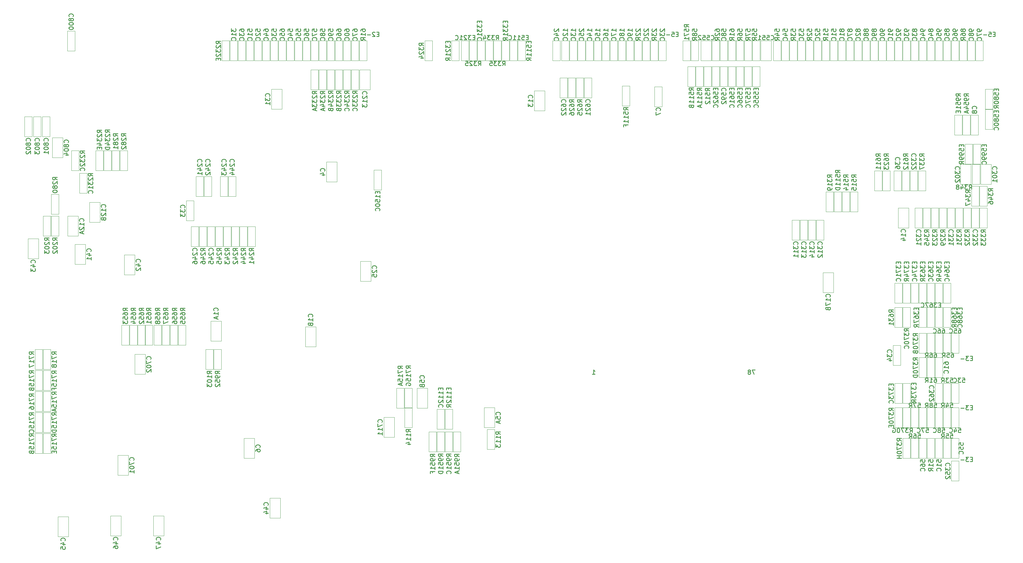
<source format=gbo>
G04 #@! TF.GenerationSoftware,KiCad,Pcbnew,5.1.7-1.fc32*
G04 #@! TF.CreationDate,2020-10-19T10:18:13+01:00*
G04 #@! TF.ProjectId,Amiga600,416d6967-6136-4303-902e-6b696361645f,rev?*
G04 #@! TF.SameCoordinates,Original*
G04 #@! TF.FileFunction,Legend,Bot*
G04 #@! TF.FilePolarity,Positive*
%FSLAX46Y46*%
G04 Gerber Fmt 4.6, Leading zero omitted, Abs format (unit mm)*
G04 Created by KiCad (PCBNEW 5.1.7-1.fc32) date 2020-10-19 10:18:13*
%MOMM*%
%LPD*%
G01*
G04 APERTURE LIST*
%ADD10C,0.240000*%
%ADD11C,0.120000*%
G04 APERTURE END LIST*
D10*
X38987333Y-44915333D02*
X38320666Y-44448666D01*
X38987333Y-44115333D02*
X37587333Y-44115333D01*
X37587333Y-44648666D01*
X37654000Y-44782000D01*
X37720666Y-44848666D01*
X37854000Y-44915333D01*
X38054000Y-44915333D01*
X38187333Y-44848666D01*
X38254000Y-44782000D01*
X38320666Y-44648666D01*
X38320666Y-44115333D01*
X37720666Y-45448666D02*
X37654000Y-45515333D01*
X37587333Y-45648666D01*
X37587333Y-45982000D01*
X37654000Y-46115333D01*
X37720666Y-46182000D01*
X37854000Y-46248666D01*
X37987333Y-46248666D01*
X38187333Y-46182000D01*
X38987333Y-45382000D01*
X38987333Y-46248666D01*
X38187333Y-47048666D02*
X38120666Y-46915333D01*
X38054000Y-46848666D01*
X37920666Y-46782000D01*
X37854000Y-46782000D01*
X37720666Y-46848666D01*
X37654000Y-46915333D01*
X37587333Y-47048666D01*
X37587333Y-47315333D01*
X37654000Y-47448666D01*
X37720666Y-47515333D01*
X37854000Y-47582000D01*
X37920666Y-47582000D01*
X38054000Y-47515333D01*
X38120666Y-47448666D01*
X38187333Y-47315333D01*
X38187333Y-47048666D01*
X38254000Y-46915333D01*
X38320666Y-46848666D01*
X38454000Y-46782000D01*
X38720666Y-46782000D01*
X38854000Y-46848666D01*
X38920666Y-46915333D01*
X38987333Y-47048666D01*
X38987333Y-47315333D01*
X38920666Y-47448666D01*
X38854000Y-47515333D01*
X38720666Y-47582000D01*
X38454000Y-47582000D01*
X38320666Y-47515333D01*
X38254000Y-47448666D01*
X38187333Y-47315333D01*
X37720666Y-48115333D02*
X37654000Y-48182000D01*
X37587333Y-48315333D01*
X37587333Y-48648666D01*
X37654000Y-48782000D01*
X37720666Y-48848666D01*
X37854000Y-48915333D01*
X37987333Y-48915333D01*
X38187333Y-48848666D01*
X38987333Y-48048666D01*
X38987333Y-48915333D01*
X36447333Y-44915333D02*
X35780666Y-44448666D01*
X36447333Y-44115333D02*
X35047333Y-44115333D01*
X35047333Y-44648666D01*
X35114000Y-44782000D01*
X35180666Y-44848666D01*
X35314000Y-44915333D01*
X35514000Y-44915333D01*
X35647333Y-44848666D01*
X35714000Y-44782000D01*
X35780666Y-44648666D01*
X35780666Y-44115333D01*
X35180666Y-45448666D02*
X35114000Y-45515333D01*
X35047333Y-45648666D01*
X35047333Y-45982000D01*
X35114000Y-46115333D01*
X35180666Y-46182000D01*
X35314000Y-46248666D01*
X35447333Y-46248666D01*
X35647333Y-46182000D01*
X36447333Y-45382000D01*
X36447333Y-46248666D01*
X35647333Y-47048666D02*
X35580666Y-46915333D01*
X35514000Y-46848666D01*
X35380666Y-46782000D01*
X35314000Y-46782000D01*
X35180666Y-46848666D01*
X35114000Y-46915333D01*
X35047333Y-47048666D01*
X35047333Y-47315333D01*
X35114000Y-47448666D01*
X35180666Y-47515333D01*
X35314000Y-47582000D01*
X35380666Y-47582000D01*
X35514000Y-47515333D01*
X35580666Y-47448666D01*
X35647333Y-47315333D01*
X35647333Y-47048666D01*
X35714000Y-46915333D01*
X35780666Y-46848666D01*
X35914000Y-46782000D01*
X36180666Y-46782000D01*
X36314000Y-46848666D01*
X36380666Y-46915333D01*
X36447333Y-47048666D01*
X36447333Y-47315333D01*
X36380666Y-47448666D01*
X36314000Y-47515333D01*
X36180666Y-47582000D01*
X35914000Y-47582000D01*
X35780666Y-47515333D01*
X35714000Y-47448666D01*
X35647333Y-47315333D01*
X36447333Y-48915333D02*
X36447333Y-48115333D01*
X36447333Y-48515333D02*
X35047333Y-48515333D01*
X35247333Y-48382000D01*
X35380666Y-48248666D01*
X35447333Y-48115333D01*
X31367333Y-43774000D02*
X30700666Y-43307333D01*
X31367333Y-42974000D02*
X29967333Y-42974000D01*
X29967333Y-43507333D01*
X30034000Y-43640666D01*
X30100666Y-43707333D01*
X30234000Y-43774000D01*
X30434000Y-43774000D01*
X30567333Y-43707333D01*
X30634000Y-43640666D01*
X30700666Y-43507333D01*
X30700666Y-42974000D01*
X30100666Y-44307333D02*
X30034000Y-44374000D01*
X29967333Y-44507333D01*
X29967333Y-44840666D01*
X30034000Y-44974000D01*
X30100666Y-45040666D01*
X30234000Y-45107333D01*
X30367333Y-45107333D01*
X30567333Y-45040666D01*
X31367333Y-44240666D01*
X31367333Y-45107333D01*
X29967333Y-45574000D02*
X29967333Y-46440666D01*
X30500666Y-45974000D01*
X30500666Y-46174000D01*
X30567333Y-46307333D01*
X30634000Y-46374000D01*
X30767333Y-46440666D01*
X31100666Y-46440666D01*
X31234000Y-46374000D01*
X31300666Y-46307333D01*
X31367333Y-46174000D01*
X31367333Y-45774000D01*
X31300666Y-45640666D01*
X31234000Y-45574000D01*
X30434000Y-47640666D02*
X31367333Y-47640666D01*
X29900666Y-47307333D02*
X30900666Y-46974000D01*
X30900666Y-47840666D01*
X30634000Y-48374000D02*
X30634000Y-48840666D01*
X31367333Y-49040666D02*
X31367333Y-48374000D01*
X29967333Y-48374000D01*
X29967333Y-49040666D01*
X33907333Y-43707333D02*
X33240666Y-43240666D01*
X33907333Y-42907333D02*
X32507333Y-42907333D01*
X32507333Y-43440666D01*
X32574000Y-43574000D01*
X32640666Y-43640666D01*
X32774000Y-43707333D01*
X32974000Y-43707333D01*
X33107333Y-43640666D01*
X33174000Y-43574000D01*
X33240666Y-43440666D01*
X33240666Y-42907333D01*
X32640666Y-44240666D02*
X32574000Y-44307333D01*
X32507333Y-44440666D01*
X32507333Y-44774000D01*
X32574000Y-44907333D01*
X32640666Y-44974000D01*
X32774000Y-45040666D01*
X32907333Y-45040666D01*
X33107333Y-44974000D01*
X33907333Y-44174000D01*
X33907333Y-45040666D01*
X32507333Y-45507333D02*
X32507333Y-46374000D01*
X33040666Y-45907333D01*
X33040666Y-46107333D01*
X33107333Y-46240666D01*
X33174000Y-46307333D01*
X33307333Y-46374000D01*
X33640666Y-46374000D01*
X33774000Y-46307333D01*
X33840666Y-46240666D01*
X33907333Y-46107333D01*
X33907333Y-45707333D01*
X33840666Y-45574000D01*
X33774000Y-45507333D01*
X32974000Y-47574000D02*
X33907333Y-47574000D01*
X32440666Y-47240666D02*
X33440666Y-46907333D01*
X33440666Y-47774000D01*
X33907333Y-48307333D02*
X32507333Y-48307333D01*
X32507333Y-48640666D01*
X32574000Y-48840666D01*
X32707333Y-48974000D01*
X32840666Y-49040666D01*
X33107333Y-49107333D01*
X33307333Y-49107333D01*
X33574000Y-49040666D01*
X33707333Y-48974000D01*
X33840666Y-48840666D01*
X33907333Y-48640666D01*
X33907333Y-48307333D01*
X17397333Y-58631333D02*
X16730666Y-58164666D01*
X17397333Y-57831333D02*
X15997333Y-57831333D01*
X15997333Y-58364666D01*
X16064000Y-58498000D01*
X16130666Y-58564666D01*
X16264000Y-58631333D01*
X16464000Y-58631333D01*
X16597333Y-58564666D01*
X16664000Y-58498000D01*
X16730666Y-58364666D01*
X16730666Y-57831333D01*
X16130666Y-59164666D02*
X16064000Y-59231333D01*
X15997333Y-59364666D01*
X15997333Y-59698000D01*
X16064000Y-59831333D01*
X16130666Y-59898000D01*
X16264000Y-59964666D01*
X16397333Y-59964666D01*
X16597333Y-59898000D01*
X17397333Y-59098000D01*
X17397333Y-59964666D01*
X16597333Y-60764666D02*
X16530666Y-60631333D01*
X16464000Y-60564666D01*
X16330666Y-60498000D01*
X16264000Y-60498000D01*
X16130666Y-60564666D01*
X16064000Y-60631333D01*
X15997333Y-60764666D01*
X15997333Y-61031333D01*
X16064000Y-61164666D01*
X16130666Y-61231333D01*
X16264000Y-61298000D01*
X16330666Y-61298000D01*
X16464000Y-61231333D01*
X16530666Y-61164666D01*
X16597333Y-61031333D01*
X16597333Y-60764666D01*
X16664000Y-60631333D01*
X16730666Y-60564666D01*
X16864000Y-60498000D01*
X17130666Y-60498000D01*
X17264000Y-60564666D01*
X17330666Y-60631333D01*
X17397333Y-60764666D01*
X17397333Y-61031333D01*
X17330666Y-61164666D01*
X17264000Y-61231333D01*
X17130666Y-61298000D01*
X16864000Y-61298000D01*
X16730666Y-61231333D01*
X16664000Y-61164666D01*
X16597333Y-61031333D01*
X15997333Y-62164666D02*
X15997333Y-62298000D01*
X16064000Y-62431333D01*
X16130666Y-62498000D01*
X16264000Y-62564666D01*
X16530666Y-62631333D01*
X16864000Y-62631333D01*
X17130666Y-62564666D01*
X17264000Y-62498000D01*
X17330666Y-62431333D01*
X17397333Y-62298000D01*
X17397333Y-62164666D01*
X17330666Y-62031333D01*
X17264000Y-61964666D01*
X17130666Y-61898000D01*
X16864000Y-61831333D01*
X16530666Y-61831333D01*
X16264000Y-61898000D01*
X16130666Y-61964666D01*
X16064000Y-62031333D01*
X15997333Y-62164666D01*
X304855333Y-146458000D02*
X304388666Y-146458000D01*
X304188666Y-147191333D02*
X304855333Y-147191333D01*
X304855333Y-145791333D01*
X304188666Y-145791333D01*
X303722000Y-145791333D02*
X302855333Y-145791333D01*
X303322000Y-146324666D01*
X303122000Y-146324666D01*
X302988666Y-146391333D01*
X302922000Y-146458000D01*
X302855333Y-146591333D01*
X302855333Y-146924666D01*
X302922000Y-147058000D01*
X302988666Y-147124666D01*
X303122000Y-147191333D01*
X303522000Y-147191333D01*
X303655333Y-147124666D01*
X303722000Y-147058000D01*
X302255333Y-146658000D02*
X301188666Y-146658000D01*
X260088000Y-95428000D02*
X260154666Y-95361333D01*
X260221333Y-95161333D01*
X260221333Y-95028000D01*
X260154666Y-94828000D01*
X260021333Y-94694666D01*
X259888000Y-94628000D01*
X259621333Y-94561333D01*
X259421333Y-94561333D01*
X259154666Y-94628000D01*
X259021333Y-94694666D01*
X258888000Y-94828000D01*
X258821333Y-95028000D01*
X258821333Y-95161333D01*
X258888000Y-95361333D01*
X258954666Y-95428000D01*
X260221333Y-96761333D02*
X260221333Y-95961333D01*
X260221333Y-96361333D02*
X258821333Y-96361333D01*
X259021333Y-96228000D01*
X259154666Y-96094666D01*
X259221333Y-95961333D01*
X258821333Y-97228000D02*
X258821333Y-98161333D01*
X260221333Y-97561333D01*
X259488000Y-99161333D02*
X259554666Y-99361333D01*
X259621333Y-99428000D01*
X259754666Y-99494666D01*
X259954666Y-99494666D01*
X260088000Y-99428000D01*
X260154666Y-99361333D01*
X260221333Y-99228000D01*
X260221333Y-98694666D01*
X258821333Y-98694666D01*
X258821333Y-99161333D01*
X258888000Y-99294666D01*
X258954666Y-99361333D01*
X259088000Y-99428000D01*
X259221333Y-99428000D01*
X259354666Y-99361333D01*
X259421333Y-99294666D01*
X259488000Y-99161333D01*
X259488000Y-98694666D01*
X287799333Y-138425333D02*
X288466000Y-138425333D01*
X288532666Y-139092000D01*
X288466000Y-139025333D01*
X288332666Y-138958666D01*
X287999333Y-138958666D01*
X287866000Y-139025333D01*
X287799333Y-139092000D01*
X287732666Y-139225333D01*
X287732666Y-139558666D01*
X287799333Y-139692000D01*
X287866000Y-139758666D01*
X287999333Y-139825333D01*
X288332666Y-139825333D01*
X288466000Y-139758666D01*
X288532666Y-139692000D01*
X286532666Y-138425333D02*
X286799333Y-138425333D01*
X286932666Y-138492000D01*
X286999333Y-138558666D01*
X287132666Y-138758666D01*
X287199333Y-139025333D01*
X287199333Y-139558666D01*
X287132666Y-139692000D01*
X287066000Y-139758666D01*
X286932666Y-139825333D01*
X286666000Y-139825333D01*
X286532666Y-139758666D01*
X286466000Y-139692000D01*
X286399333Y-139558666D01*
X286399333Y-139225333D01*
X286466000Y-139092000D01*
X286532666Y-139025333D01*
X286666000Y-138958666D01*
X286932666Y-138958666D01*
X287066000Y-139025333D01*
X287132666Y-139092000D01*
X287199333Y-139225333D01*
X284999333Y-139825333D02*
X285466000Y-139158666D01*
X285799333Y-139825333D02*
X285799333Y-138425333D01*
X285266000Y-138425333D01*
X285132666Y-138492000D01*
X285066000Y-138558666D01*
X284999333Y-138692000D01*
X284999333Y-138892000D01*
X285066000Y-139025333D01*
X285132666Y-139092000D01*
X285266000Y-139158666D01*
X285799333Y-139158666D01*
X288539333Y-147302666D02*
X288539333Y-146636000D01*
X289206000Y-146569333D01*
X289139333Y-146636000D01*
X289072666Y-146769333D01*
X289072666Y-147102666D01*
X289139333Y-147236000D01*
X289206000Y-147302666D01*
X289339333Y-147369333D01*
X289672666Y-147369333D01*
X289806000Y-147302666D01*
X289872666Y-147236000D01*
X289939333Y-147102666D01*
X289939333Y-146769333D01*
X289872666Y-146636000D01*
X289806000Y-146569333D01*
X288539333Y-148569333D02*
X288539333Y-148302666D01*
X288606000Y-148169333D01*
X288672666Y-148102666D01*
X288872666Y-147969333D01*
X289139333Y-147902666D01*
X289672666Y-147902666D01*
X289806000Y-147969333D01*
X289872666Y-148036000D01*
X289939333Y-148169333D01*
X289939333Y-148436000D01*
X289872666Y-148569333D01*
X289806000Y-148636000D01*
X289672666Y-148702666D01*
X289339333Y-148702666D01*
X289206000Y-148636000D01*
X289139333Y-148569333D01*
X289072666Y-148436000D01*
X289072666Y-148169333D01*
X289139333Y-148036000D01*
X289206000Y-147969333D01*
X289339333Y-147902666D01*
X289806000Y-150102666D02*
X289872666Y-150036000D01*
X289939333Y-149836000D01*
X289939333Y-149702666D01*
X289872666Y-149502666D01*
X289739333Y-149369333D01*
X289606000Y-149302666D01*
X289339333Y-149236000D01*
X289139333Y-149236000D01*
X288872666Y-149302666D01*
X288739333Y-149369333D01*
X288606000Y-149502666D01*
X288539333Y-149702666D01*
X288539333Y-149836000D01*
X288606000Y-150036000D01*
X288672666Y-150102666D01*
X291079333Y-147302666D02*
X291079333Y-146636000D01*
X291746000Y-146569333D01*
X291679333Y-146636000D01*
X291612666Y-146769333D01*
X291612666Y-147102666D01*
X291679333Y-147236000D01*
X291746000Y-147302666D01*
X291879333Y-147369333D01*
X292212666Y-147369333D01*
X292346000Y-147302666D01*
X292412666Y-147236000D01*
X292479333Y-147102666D01*
X292479333Y-146769333D01*
X292412666Y-146636000D01*
X292346000Y-146569333D01*
X292479333Y-148702666D02*
X292479333Y-147902666D01*
X292479333Y-148302666D02*
X291079333Y-148302666D01*
X291279333Y-148169333D01*
X291412666Y-148036000D01*
X291479333Y-147902666D01*
X292479333Y-150102666D02*
X291812666Y-149636000D01*
X292479333Y-149302666D02*
X291079333Y-149302666D01*
X291079333Y-149836000D01*
X291146000Y-149969333D01*
X291212666Y-150036000D01*
X291346000Y-150102666D01*
X291546000Y-150102666D01*
X291679333Y-150036000D01*
X291746000Y-149969333D01*
X291812666Y-149836000D01*
X291812666Y-149302666D01*
X293619333Y-147302666D02*
X293619333Y-146636000D01*
X294286000Y-146569333D01*
X294219333Y-146636000D01*
X294152666Y-146769333D01*
X294152666Y-147102666D01*
X294219333Y-147236000D01*
X294286000Y-147302666D01*
X294419333Y-147369333D01*
X294752666Y-147369333D01*
X294886000Y-147302666D01*
X294952666Y-147236000D01*
X295019333Y-147102666D01*
X295019333Y-146769333D01*
X294952666Y-146636000D01*
X294886000Y-146569333D01*
X295019333Y-148702666D02*
X295019333Y-147902666D01*
X295019333Y-148302666D02*
X293619333Y-148302666D01*
X293819333Y-148169333D01*
X293952666Y-148036000D01*
X294019333Y-147902666D01*
X294886000Y-150102666D02*
X294952666Y-150036000D01*
X295019333Y-149836000D01*
X295019333Y-149702666D01*
X294952666Y-149502666D01*
X294819333Y-149369333D01*
X294686000Y-149302666D01*
X294419333Y-149236000D01*
X294219333Y-149236000D01*
X293952666Y-149302666D01*
X293819333Y-149369333D01*
X293686000Y-149502666D01*
X293619333Y-149702666D01*
X293619333Y-149836000D01*
X293686000Y-150036000D01*
X293752666Y-150102666D01*
X297959333Y-138425333D02*
X298626000Y-138425333D01*
X298692666Y-139092000D01*
X298626000Y-139025333D01*
X298492666Y-138958666D01*
X298159333Y-138958666D01*
X298026000Y-139025333D01*
X297959333Y-139092000D01*
X297892666Y-139225333D01*
X297892666Y-139558666D01*
X297959333Y-139692000D01*
X298026000Y-139758666D01*
X298159333Y-139825333D01*
X298492666Y-139825333D01*
X298626000Y-139758666D01*
X298692666Y-139692000D01*
X296626000Y-138425333D02*
X297292666Y-138425333D01*
X297359333Y-139092000D01*
X297292666Y-139025333D01*
X297159333Y-138958666D01*
X296826000Y-138958666D01*
X296692666Y-139025333D01*
X296626000Y-139092000D01*
X296559333Y-139225333D01*
X296559333Y-139558666D01*
X296626000Y-139692000D01*
X296692666Y-139758666D01*
X296826000Y-139825333D01*
X297159333Y-139825333D01*
X297292666Y-139758666D01*
X297359333Y-139692000D01*
X295159333Y-139825333D02*
X295626000Y-139158666D01*
X295959333Y-139825333D02*
X295959333Y-138425333D01*
X295426000Y-138425333D01*
X295292666Y-138492000D01*
X295226000Y-138558666D01*
X295159333Y-138692000D01*
X295159333Y-138892000D01*
X295226000Y-139025333D01*
X295292666Y-139092000D01*
X295426000Y-139158666D01*
X295959333Y-139158666D01*
X300604333Y-141968666D02*
X300604333Y-141302000D01*
X301271000Y-141235333D01*
X301204333Y-141302000D01*
X301137666Y-141435333D01*
X301137666Y-141768666D01*
X301204333Y-141902000D01*
X301271000Y-141968666D01*
X301404333Y-142035333D01*
X301737666Y-142035333D01*
X301871000Y-141968666D01*
X301937666Y-141902000D01*
X302004333Y-141768666D01*
X302004333Y-141435333D01*
X301937666Y-141302000D01*
X301871000Y-141235333D01*
X300604333Y-143302000D02*
X300604333Y-142635333D01*
X301271000Y-142568666D01*
X301204333Y-142635333D01*
X301137666Y-142768666D01*
X301137666Y-143102000D01*
X301204333Y-143235333D01*
X301271000Y-143302000D01*
X301404333Y-143368666D01*
X301737666Y-143368666D01*
X301871000Y-143302000D01*
X301937666Y-143235333D01*
X302004333Y-143102000D01*
X302004333Y-142768666D01*
X301937666Y-142635333D01*
X301871000Y-142568666D01*
X301871000Y-144768666D02*
X301937666Y-144702000D01*
X302004333Y-144502000D01*
X302004333Y-144368666D01*
X301937666Y-144168666D01*
X301804333Y-144035333D01*
X301671000Y-143968666D01*
X301404333Y-143902000D01*
X301204333Y-143902000D01*
X300937666Y-143968666D01*
X300804333Y-144035333D01*
X300671000Y-144168666D01*
X300604333Y-144368666D01*
X300604333Y-144502000D01*
X300671000Y-144702000D01*
X300737666Y-144768666D01*
X287653333Y-107715333D02*
X286986666Y-107248666D01*
X287653333Y-106915333D02*
X286253333Y-106915333D01*
X286253333Y-107448666D01*
X286320000Y-107582000D01*
X286386666Y-107648666D01*
X286520000Y-107715333D01*
X286720000Y-107715333D01*
X286853333Y-107648666D01*
X286920000Y-107582000D01*
X286986666Y-107448666D01*
X286986666Y-106915333D01*
X286253333Y-108182000D02*
X286253333Y-109048666D01*
X286786666Y-108582000D01*
X286786666Y-108782000D01*
X286853333Y-108915333D01*
X286920000Y-108982000D01*
X287053333Y-109048666D01*
X287386666Y-109048666D01*
X287520000Y-108982000D01*
X287586666Y-108915333D01*
X287653333Y-108782000D01*
X287653333Y-108382000D01*
X287586666Y-108248666D01*
X287520000Y-108182000D01*
X286253333Y-109515333D02*
X286253333Y-110448666D01*
X287653333Y-109848666D01*
X286253333Y-111248666D02*
X286253333Y-111382000D01*
X286320000Y-111515333D01*
X286386666Y-111582000D01*
X286520000Y-111648666D01*
X286786666Y-111715333D01*
X287120000Y-111715333D01*
X287386666Y-111648666D01*
X287520000Y-111582000D01*
X287586666Y-111515333D01*
X287653333Y-111382000D01*
X287653333Y-111248666D01*
X287586666Y-111115333D01*
X287520000Y-111048666D01*
X287386666Y-110982000D01*
X287120000Y-110915333D01*
X286786666Y-110915333D01*
X286520000Y-110982000D01*
X286386666Y-111048666D01*
X286320000Y-111115333D01*
X286253333Y-111248666D01*
X286920000Y-112782000D02*
X286986666Y-112982000D01*
X287053333Y-113048666D01*
X287186666Y-113115333D01*
X287386666Y-113115333D01*
X287520000Y-113048666D01*
X287586666Y-112982000D01*
X287653333Y-112848666D01*
X287653333Y-112315333D01*
X286253333Y-112315333D01*
X286253333Y-112782000D01*
X286320000Y-112915333D01*
X286386666Y-112982000D01*
X286520000Y-113048666D01*
X286653333Y-113048666D01*
X286786666Y-112982000D01*
X286853333Y-112915333D01*
X286920000Y-112782000D01*
X286920000Y-112315333D01*
X292946000Y-113025333D02*
X293212666Y-113025333D01*
X293346000Y-113092000D01*
X293412666Y-113158666D01*
X293546000Y-113358666D01*
X293612666Y-113625333D01*
X293612666Y-114158666D01*
X293546000Y-114292000D01*
X293479333Y-114358666D01*
X293346000Y-114425333D01*
X293079333Y-114425333D01*
X292946000Y-114358666D01*
X292879333Y-114292000D01*
X292812666Y-114158666D01*
X292812666Y-113825333D01*
X292879333Y-113692000D01*
X292946000Y-113625333D01*
X293079333Y-113558666D01*
X293346000Y-113558666D01*
X293479333Y-113625333D01*
X293546000Y-113692000D01*
X293612666Y-113825333D01*
X291612666Y-113025333D02*
X291879333Y-113025333D01*
X292012666Y-113092000D01*
X292079333Y-113158666D01*
X292212666Y-113358666D01*
X292279333Y-113625333D01*
X292279333Y-114158666D01*
X292212666Y-114292000D01*
X292146000Y-114358666D01*
X292012666Y-114425333D01*
X291746000Y-114425333D01*
X291612666Y-114358666D01*
X291546000Y-114292000D01*
X291479333Y-114158666D01*
X291479333Y-113825333D01*
X291546000Y-113692000D01*
X291612666Y-113625333D01*
X291746000Y-113558666D01*
X292012666Y-113558666D01*
X292146000Y-113625333D01*
X292212666Y-113692000D01*
X292279333Y-113825333D01*
X290079333Y-114425333D02*
X290546000Y-113758666D01*
X290879333Y-114425333D02*
X290879333Y-113025333D01*
X290346000Y-113025333D01*
X290212666Y-113092000D01*
X290146000Y-113158666D01*
X290079333Y-113292000D01*
X290079333Y-113492000D01*
X290146000Y-113625333D01*
X290212666Y-113692000D01*
X290346000Y-113758666D01*
X290879333Y-113758666D01*
X295486000Y-105405333D02*
X295752666Y-105405333D01*
X295886000Y-105472000D01*
X295952666Y-105538666D01*
X296086000Y-105738666D01*
X296152666Y-106005333D01*
X296152666Y-106538666D01*
X296086000Y-106672000D01*
X296019333Y-106738666D01*
X295886000Y-106805333D01*
X295619333Y-106805333D01*
X295486000Y-106738666D01*
X295419333Y-106672000D01*
X295352666Y-106538666D01*
X295352666Y-106205333D01*
X295419333Y-106072000D01*
X295486000Y-106005333D01*
X295619333Y-105938666D01*
X295886000Y-105938666D01*
X296019333Y-106005333D01*
X296086000Y-106072000D01*
X296152666Y-106205333D01*
X294152666Y-105405333D02*
X294419333Y-105405333D01*
X294552666Y-105472000D01*
X294619333Y-105538666D01*
X294752666Y-105738666D01*
X294819333Y-106005333D01*
X294819333Y-106538666D01*
X294752666Y-106672000D01*
X294686000Y-106738666D01*
X294552666Y-106805333D01*
X294286000Y-106805333D01*
X294152666Y-106738666D01*
X294086000Y-106672000D01*
X294019333Y-106538666D01*
X294019333Y-106205333D01*
X294086000Y-106072000D01*
X294152666Y-106005333D01*
X294286000Y-105938666D01*
X294552666Y-105938666D01*
X294686000Y-106005333D01*
X294752666Y-106072000D01*
X294819333Y-106205333D01*
X292619333Y-106672000D02*
X292686000Y-106738666D01*
X292886000Y-106805333D01*
X293019333Y-106805333D01*
X293219333Y-106738666D01*
X293352666Y-106605333D01*
X293419333Y-106472000D01*
X293486000Y-106205333D01*
X293486000Y-106005333D01*
X293419333Y-105738666D01*
X293352666Y-105605333D01*
X293219333Y-105472000D01*
X293019333Y-105405333D01*
X292886000Y-105405333D01*
X292686000Y-105472000D01*
X292619333Y-105538666D01*
X298280000Y-113025333D02*
X298546666Y-113025333D01*
X298680000Y-113092000D01*
X298746666Y-113158666D01*
X298880000Y-113358666D01*
X298946666Y-113625333D01*
X298946666Y-114158666D01*
X298880000Y-114292000D01*
X298813333Y-114358666D01*
X298680000Y-114425333D01*
X298413333Y-114425333D01*
X298280000Y-114358666D01*
X298213333Y-114292000D01*
X298146666Y-114158666D01*
X298146666Y-113825333D01*
X298213333Y-113692000D01*
X298280000Y-113625333D01*
X298413333Y-113558666D01*
X298680000Y-113558666D01*
X298813333Y-113625333D01*
X298880000Y-113692000D01*
X298946666Y-113825333D01*
X296880000Y-113025333D02*
X297546666Y-113025333D01*
X297613333Y-113692000D01*
X297546666Y-113625333D01*
X297413333Y-113558666D01*
X297080000Y-113558666D01*
X296946666Y-113625333D01*
X296880000Y-113692000D01*
X296813333Y-113825333D01*
X296813333Y-114158666D01*
X296880000Y-114292000D01*
X296946666Y-114358666D01*
X297080000Y-114425333D01*
X297413333Y-114425333D01*
X297546666Y-114358666D01*
X297613333Y-114292000D01*
X295413333Y-114425333D02*
X295880000Y-113758666D01*
X296213333Y-114425333D02*
X296213333Y-113025333D01*
X295680000Y-113025333D01*
X295546666Y-113092000D01*
X295480000Y-113158666D01*
X295413333Y-113292000D01*
X295413333Y-113492000D01*
X295480000Y-113625333D01*
X295546666Y-113692000D01*
X295680000Y-113758666D01*
X296213333Y-113758666D01*
X300566000Y-105405333D02*
X300832666Y-105405333D01*
X300966000Y-105472000D01*
X301032666Y-105538666D01*
X301166000Y-105738666D01*
X301232666Y-106005333D01*
X301232666Y-106538666D01*
X301166000Y-106672000D01*
X301099333Y-106738666D01*
X300966000Y-106805333D01*
X300699333Y-106805333D01*
X300566000Y-106738666D01*
X300499333Y-106672000D01*
X300432666Y-106538666D01*
X300432666Y-106205333D01*
X300499333Y-106072000D01*
X300566000Y-106005333D01*
X300699333Y-105938666D01*
X300966000Y-105938666D01*
X301099333Y-106005333D01*
X301166000Y-106072000D01*
X301232666Y-106205333D01*
X299166000Y-105405333D02*
X299832666Y-105405333D01*
X299899333Y-106072000D01*
X299832666Y-106005333D01*
X299699333Y-105938666D01*
X299366000Y-105938666D01*
X299232666Y-106005333D01*
X299166000Y-106072000D01*
X299099333Y-106205333D01*
X299099333Y-106538666D01*
X299166000Y-106672000D01*
X299232666Y-106738666D01*
X299366000Y-106805333D01*
X299699333Y-106805333D01*
X299832666Y-106738666D01*
X299899333Y-106672000D01*
X297699333Y-106672000D02*
X297766000Y-106738666D01*
X297966000Y-106805333D01*
X298099333Y-106805333D01*
X298299333Y-106738666D01*
X298432666Y-106605333D01*
X298499333Y-106472000D01*
X298566000Y-106205333D01*
X298566000Y-106005333D01*
X298499333Y-105738666D01*
X298432666Y-105605333D01*
X298299333Y-105472000D01*
X298099333Y-105405333D01*
X297966000Y-105405333D01*
X297766000Y-105472000D01*
X297699333Y-105538666D01*
X304855333Y-130202000D02*
X304388666Y-130202000D01*
X304188666Y-130935333D02*
X304855333Y-130935333D01*
X304855333Y-129535333D01*
X304188666Y-129535333D01*
X303722000Y-129535333D02*
X302855333Y-129535333D01*
X303322000Y-130068666D01*
X303122000Y-130068666D01*
X302988666Y-130135333D01*
X302922000Y-130202000D01*
X302855333Y-130335333D01*
X302855333Y-130668666D01*
X302922000Y-130802000D01*
X302988666Y-130868666D01*
X303122000Y-130935333D01*
X303522000Y-130935333D01*
X303655333Y-130868666D01*
X303722000Y-130802000D01*
X302255333Y-130402000D02*
X301188666Y-130402000D01*
X280033333Y-131150000D02*
X279366666Y-130683333D01*
X280033333Y-130350000D02*
X278633333Y-130350000D01*
X278633333Y-130883333D01*
X278700000Y-131016666D01*
X278766666Y-131083333D01*
X278900000Y-131150000D01*
X279100000Y-131150000D01*
X279233333Y-131083333D01*
X279300000Y-131016666D01*
X279366666Y-130883333D01*
X279366666Y-130350000D01*
X278633333Y-131616666D02*
X278633333Y-132483333D01*
X279166666Y-132016666D01*
X279166666Y-132216666D01*
X279233333Y-132350000D01*
X279300000Y-132416666D01*
X279433333Y-132483333D01*
X279766666Y-132483333D01*
X279900000Y-132416666D01*
X279966666Y-132350000D01*
X280033333Y-132216666D01*
X280033333Y-131816666D01*
X279966666Y-131683333D01*
X279900000Y-131616666D01*
X278633333Y-132950000D02*
X278633333Y-133883333D01*
X280033333Y-133283333D01*
X278633333Y-134683333D02*
X278633333Y-134816666D01*
X278700000Y-134950000D01*
X278766666Y-135016666D01*
X278900000Y-135083333D01*
X279166666Y-135150000D01*
X279500000Y-135150000D01*
X279766666Y-135083333D01*
X279900000Y-135016666D01*
X279966666Y-134950000D01*
X280033333Y-134816666D01*
X280033333Y-134683333D01*
X279966666Y-134550000D01*
X279900000Y-134483333D01*
X279766666Y-134416666D01*
X279500000Y-134350000D01*
X279166666Y-134350000D01*
X278900000Y-134416666D01*
X278766666Y-134483333D01*
X278700000Y-134550000D01*
X278633333Y-134683333D01*
X279300000Y-135750000D02*
X279300000Y-136216666D01*
X280033333Y-136416666D02*
X280033333Y-135750000D01*
X278633333Y-135750000D01*
X278633333Y-136416666D01*
X285222666Y-138047333D02*
X285689333Y-137380666D01*
X286022666Y-138047333D02*
X286022666Y-136647333D01*
X285489333Y-136647333D01*
X285356000Y-136714000D01*
X285289333Y-136780666D01*
X285222666Y-136914000D01*
X285222666Y-137114000D01*
X285289333Y-137247333D01*
X285356000Y-137314000D01*
X285489333Y-137380666D01*
X286022666Y-137380666D01*
X284756000Y-136647333D02*
X283889333Y-136647333D01*
X284356000Y-137180666D01*
X284156000Y-137180666D01*
X284022666Y-137247333D01*
X283956000Y-137314000D01*
X283889333Y-137447333D01*
X283889333Y-137780666D01*
X283956000Y-137914000D01*
X284022666Y-137980666D01*
X284156000Y-138047333D01*
X284556000Y-138047333D01*
X284689333Y-137980666D01*
X284756000Y-137914000D01*
X283422666Y-136647333D02*
X282489333Y-136647333D01*
X283089333Y-138047333D01*
X281689333Y-136647333D02*
X281556000Y-136647333D01*
X281422666Y-136714000D01*
X281356000Y-136780666D01*
X281289333Y-136914000D01*
X281222666Y-137180666D01*
X281222666Y-137514000D01*
X281289333Y-137780666D01*
X281356000Y-137914000D01*
X281422666Y-137980666D01*
X281556000Y-138047333D01*
X281689333Y-138047333D01*
X281822666Y-137980666D01*
X281889333Y-137914000D01*
X281956000Y-137780666D01*
X282022666Y-137514000D01*
X282022666Y-137180666D01*
X281956000Y-136914000D01*
X281889333Y-136780666D01*
X281822666Y-136714000D01*
X281689333Y-136647333D01*
X279889333Y-136714000D02*
X280022666Y-136647333D01*
X280222666Y-136647333D01*
X280422666Y-136714000D01*
X280556000Y-136847333D01*
X280622666Y-136980666D01*
X280689333Y-137247333D01*
X280689333Y-137447333D01*
X280622666Y-137714000D01*
X280556000Y-137847333D01*
X280422666Y-137980666D01*
X280222666Y-138047333D01*
X280089333Y-138047333D01*
X279889333Y-137980666D01*
X279822666Y-137914000D01*
X279822666Y-137447333D01*
X280089333Y-137447333D01*
X287799333Y-128773333D02*
X288466000Y-128773333D01*
X288532666Y-129440000D01*
X288466000Y-129373333D01*
X288332666Y-129306666D01*
X287999333Y-129306666D01*
X287866000Y-129373333D01*
X287799333Y-129440000D01*
X287732666Y-129573333D01*
X287732666Y-129906666D01*
X287799333Y-130040000D01*
X287866000Y-130106666D01*
X287999333Y-130173333D01*
X288332666Y-130173333D01*
X288466000Y-130106666D01*
X288532666Y-130040000D01*
X287266000Y-128773333D02*
X286332666Y-128773333D01*
X286932666Y-130173333D01*
X284999333Y-130173333D02*
X285466000Y-129506666D01*
X285799333Y-130173333D02*
X285799333Y-128773333D01*
X285266000Y-128773333D01*
X285132666Y-128840000D01*
X285066000Y-128906666D01*
X284999333Y-129040000D01*
X284999333Y-129240000D01*
X285066000Y-129373333D01*
X285132666Y-129440000D01*
X285266000Y-129506666D01*
X285799333Y-129506666D01*
X290339333Y-136647333D02*
X291006000Y-136647333D01*
X291072666Y-137314000D01*
X291006000Y-137247333D01*
X290872666Y-137180666D01*
X290539333Y-137180666D01*
X290406000Y-137247333D01*
X290339333Y-137314000D01*
X290272666Y-137447333D01*
X290272666Y-137780666D01*
X290339333Y-137914000D01*
X290406000Y-137980666D01*
X290539333Y-138047333D01*
X290872666Y-138047333D01*
X291006000Y-137980666D01*
X291072666Y-137914000D01*
X289806000Y-136647333D02*
X288872666Y-136647333D01*
X289472666Y-138047333D01*
X287539333Y-137914000D02*
X287606000Y-137980666D01*
X287806000Y-138047333D01*
X287939333Y-138047333D01*
X288139333Y-137980666D01*
X288272666Y-137847333D01*
X288339333Y-137714000D01*
X288406000Y-137447333D01*
X288406000Y-137247333D01*
X288339333Y-136980666D01*
X288272666Y-136847333D01*
X288139333Y-136714000D01*
X287939333Y-136647333D01*
X287806000Y-136647333D01*
X287606000Y-136714000D01*
X287539333Y-136780666D01*
X304855333Y-114708000D02*
X304388666Y-114708000D01*
X304188666Y-115441333D02*
X304855333Y-115441333D01*
X304855333Y-114041333D01*
X304188666Y-114041333D01*
X303722000Y-114041333D02*
X302855333Y-114041333D01*
X303322000Y-114574666D01*
X303122000Y-114574666D01*
X302988666Y-114641333D01*
X302922000Y-114708000D01*
X302855333Y-114841333D01*
X302855333Y-115174666D01*
X302922000Y-115308000D01*
X302988666Y-115374666D01*
X303122000Y-115441333D01*
X303522000Y-115441333D01*
X303655333Y-115374666D01*
X303722000Y-115308000D01*
X302255333Y-114908000D02*
X301188666Y-114908000D01*
X292879333Y-128773333D02*
X293546000Y-128773333D01*
X293612666Y-129440000D01*
X293546000Y-129373333D01*
X293412666Y-129306666D01*
X293079333Y-129306666D01*
X292946000Y-129373333D01*
X292879333Y-129440000D01*
X292812666Y-129573333D01*
X292812666Y-129906666D01*
X292879333Y-130040000D01*
X292946000Y-130106666D01*
X293079333Y-130173333D01*
X293412666Y-130173333D01*
X293546000Y-130106666D01*
X293612666Y-130040000D01*
X292012666Y-129373333D02*
X292146000Y-129306666D01*
X292212666Y-129240000D01*
X292279333Y-129106666D01*
X292279333Y-129040000D01*
X292212666Y-128906666D01*
X292146000Y-128840000D01*
X292012666Y-128773333D01*
X291746000Y-128773333D01*
X291612666Y-128840000D01*
X291546000Y-128906666D01*
X291479333Y-129040000D01*
X291479333Y-129106666D01*
X291546000Y-129240000D01*
X291612666Y-129306666D01*
X291746000Y-129373333D01*
X292012666Y-129373333D01*
X292146000Y-129440000D01*
X292212666Y-129506666D01*
X292279333Y-129640000D01*
X292279333Y-129906666D01*
X292212666Y-130040000D01*
X292146000Y-130106666D01*
X292012666Y-130173333D01*
X291746000Y-130173333D01*
X291612666Y-130106666D01*
X291546000Y-130040000D01*
X291479333Y-129906666D01*
X291479333Y-129640000D01*
X291546000Y-129506666D01*
X291612666Y-129440000D01*
X291746000Y-129373333D01*
X290079333Y-130173333D02*
X290546000Y-129506666D01*
X290879333Y-130173333D02*
X290879333Y-128773333D01*
X290346000Y-128773333D01*
X290212666Y-128840000D01*
X290146000Y-128906666D01*
X290079333Y-129040000D01*
X290079333Y-129240000D01*
X290146000Y-129373333D01*
X290212666Y-129440000D01*
X290346000Y-129506666D01*
X290879333Y-129506666D01*
X295419333Y-136647333D02*
X296086000Y-136647333D01*
X296152666Y-137314000D01*
X296086000Y-137247333D01*
X295952666Y-137180666D01*
X295619333Y-137180666D01*
X295486000Y-137247333D01*
X295419333Y-137314000D01*
X295352666Y-137447333D01*
X295352666Y-137780666D01*
X295419333Y-137914000D01*
X295486000Y-137980666D01*
X295619333Y-138047333D01*
X295952666Y-138047333D01*
X296086000Y-137980666D01*
X296152666Y-137914000D01*
X294552666Y-137247333D02*
X294686000Y-137180666D01*
X294752666Y-137114000D01*
X294819333Y-136980666D01*
X294819333Y-136914000D01*
X294752666Y-136780666D01*
X294686000Y-136714000D01*
X294552666Y-136647333D01*
X294286000Y-136647333D01*
X294152666Y-136714000D01*
X294086000Y-136780666D01*
X294019333Y-136914000D01*
X294019333Y-136980666D01*
X294086000Y-137114000D01*
X294152666Y-137180666D01*
X294286000Y-137247333D01*
X294552666Y-137247333D01*
X294686000Y-137314000D01*
X294752666Y-137380666D01*
X294819333Y-137514000D01*
X294819333Y-137780666D01*
X294752666Y-137914000D01*
X294686000Y-137980666D01*
X294552666Y-138047333D01*
X294286000Y-138047333D01*
X294152666Y-137980666D01*
X294086000Y-137914000D01*
X294019333Y-137780666D01*
X294019333Y-137514000D01*
X294086000Y-137380666D01*
X294152666Y-137314000D01*
X294286000Y-137247333D01*
X292619333Y-137914000D02*
X292686000Y-137980666D01*
X292886000Y-138047333D01*
X293019333Y-138047333D01*
X293219333Y-137980666D01*
X293352666Y-137847333D01*
X293419333Y-137714000D01*
X293486000Y-137447333D01*
X293486000Y-137247333D01*
X293419333Y-136980666D01*
X293352666Y-136847333D01*
X293219333Y-136714000D01*
X293019333Y-136647333D01*
X292886000Y-136647333D01*
X292686000Y-136714000D01*
X292619333Y-136780666D01*
X297959333Y-128773333D02*
X298626000Y-128773333D01*
X298692666Y-129440000D01*
X298626000Y-129373333D01*
X298492666Y-129306666D01*
X298159333Y-129306666D01*
X298026000Y-129373333D01*
X297959333Y-129440000D01*
X297892666Y-129573333D01*
X297892666Y-129906666D01*
X297959333Y-130040000D01*
X298026000Y-130106666D01*
X298159333Y-130173333D01*
X298492666Y-130173333D01*
X298626000Y-130106666D01*
X298692666Y-130040000D01*
X296692666Y-129240000D02*
X296692666Y-130173333D01*
X297026000Y-128706666D02*
X297359333Y-129706666D01*
X296492666Y-129706666D01*
X295159333Y-130173333D02*
X295626000Y-129506666D01*
X295959333Y-130173333D02*
X295959333Y-128773333D01*
X295426000Y-128773333D01*
X295292666Y-128840000D01*
X295226000Y-128906666D01*
X295159333Y-129040000D01*
X295159333Y-129240000D01*
X295226000Y-129373333D01*
X295292666Y-129440000D01*
X295426000Y-129506666D01*
X295959333Y-129506666D01*
X300499333Y-136647333D02*
X301166000Y-136647333D01*
X301232666Y-137314000D01*
X301166000Y-137247333D01*
X301032666Y-137180666D01*
X300699333Y-137180666D01*
X300566000Y-137247333D01*
X300499333Y-137314000D01*
X300432666Y-137447333D01*
X300432666Y-137780666D01*
X300499333Y-137914000D01*
X300566000Y-137980666D01*
X300699333Y-138047333D01*
X301032666Y-138047333D01*
X301166000Y-137980666D01*
X301232666Y-137914000D01*
X299232666Y-137114000D02*
X299232666Y-138047333D01*
X299566000Y-136580666D02*
X299899333Y-137580666D01*
X299032666Y-137580666D01*
X297699333Y-137914000D02*
X297766000Y-137980666D01*
X297966000Y-138047333D01*
X298099333Y-138047333D01*
X298299333Y-137980666D01*
X298432666Y-137847333D01*
X298499333Y-137714000D01*
X298566000Y-137447333D01*
X298566000Y-137247333D01*
X298499333Y-136980666D01*
X298432666Y-136847333D01*
X298299333Y-136714000D01*
X298099333Y-136647333D01*
X297966000Y-136647333D01*
X297766000Y-136714000D01*
X297699333Y-136780666D01*
X292600000Y-124163333D02*
X292666666Y-124096666D01*
X292733333Y-123896666D01*
X292733333Y-123763333D01*
X292666666Y-123563333D01*
X292533333Y-123430000D01*
X292400000Y-123363333D01*
X292133333Y-123296666D01*
X291933333Y-123296666D01*
X291666666Y-123363333D01*
X291533333Y-123430000D01*
X291400000Y-123563333D01*
X291333333Y-123763333D01*
X291333333Y-123896666D01*
X291400000Y-124096666D01*
X291466666Y-124163333D01*
X291333333Y-124630000D02*
X291333333Y-125496666D01*
X291866666Y-125030000D01*
X291866666Y-125230000D01*
X291933333Y-125363333D01*
X292000000Y-125430000D01*
X292133333Y-125496666D01*
X292466666Y-125496666D01*
X292600000Y-125430000D01*
X292666666Y-125363333D01*
X292733333Y-125230000D01*
X292733333Y-124830000D01*
X292666666Y-124696666D01*
X292600000Y-124630000D01*
X291333333Y-126696666D02*
X291333333Y-126430000D01*
X291400000Y-126296666D01*
X291466666Y-126230000D01*
X291666666Y-126096666D01*
X291933333Y-126030000D01*
X292466666Y-126030000D01*
X292600000Y-126096666D01*
X292666666Y-126163333D01*
X292733333Y-126296666D01*
X292733333Y-126563333D01*
X292666666Y-126696666D01*
X292600000Y-126763333D01*
X292466666Y-126830000D01*
X292133333Y-126830000D01*
X292000000Y-126763333D01*
X291933333Y-126696666D01*
X291866666Y-126563333D01*
X291866666Y-126296666D01*
X291933333Y-126163333D01*
X292000000Y-126096666D01*
X292133333Y-126030000D01*
X291466666Y-127363333D02*
X291400000Y-127430000D01*
X291333333Y-127563333D01*
X291333333Y-127896666D01*
X291400000Y-128030000D01*
X291466666Y-128096666D01*
X291600000Y-128163333D01*
X291733333Y-128163333D01*
X291933333Y-128096666D01*
X292733333Y-127296666D01*
X292733333Y-128163333D01*
X297959333Y-120899333D02*
X298626000Y-120899333D01*
X298692666Y-121566000D01*
X298626000Y-121499333D01*
X298492666Y-121432666D01*
X298159333Y-121432666D01*
X298026000Y-121499333D01*
X297959333Y-121566000D01*
X297892666Y-121699333D01*
X297892666Y-122032666D01*
X297959333Y-122166000D01*
X298026000Y-122232666D01*
X298159333Y-122299333D01*
X298492666Y-122299333D01*
X298626000Y-122232666D01*
X298692666Y-122166000D01*
X297426000Y-120899333D02*
X296559333Y-120899333D01*
X297026000Y-121432666D01*
X296826000Y-121432666D01*
X296692666Y-121499333D01*
X296626000Y-121566000D01*
X296559333Y-121699333D01*
X296559333Y-122032666D01*
X296626000Y-122166000D01*
X296692666Y-122232666D01*
X296826000Y-122299333D01*
X297226000Y-122299333D01*
X297359333Y-122232666D01*
X297426000Y-122166000D01*
X295159333Y-122299333D02*
X295626000Y-121632666D01*
X295959333Y-122299333D02*
X295959333Y-120899333D01*
X295426000Y-120899333D01*
X295292666Y-120966000D01*
X295226000Y-121032666D01*
X295159333Y-121166000D01*
X295159333Y-121366000D01*
X295226000Y-121499333D01*
X295292666Y-121566000D01*
X295426000Y-121632666D01*
X295959333Y-121632666D01*
X301769333Y-120899333D02*
X302436000Y-120899333D01*
X302502666Y-121566000D01*
X302436000Y-121499333D01*
X302302666Y-121432666D01*
X301969333Y-121432666D01*
X301836000Y-121499333D01*
X301769333Y-121566000D01*
X301702666Y-121699333D01*
X301702666Y-122032666D01*
X301769333Y-122166000D01*
X301836000Y-122232666D01*
X301969333Y-122299333D01*
X302302666Y-122299333D01*
X302436000Y-122232666D01*
X302502666Y-122166000D01*
X301236000Y-120899333D02*
X300369333Y-120899333D01*
X300836000Y-121432666D01*
X300636000Y-121432666D01*
X300502666Y-121499333D01*
X300436000Y-121566000D01*
X300369333Y-121699333D01*
X300369333Y-122032666D01*
X300436000Y-122166000D01*
X300502666Y-122232666D01*
X300636000Y-122299333D01*
X301036000Y-122299333D01*
X301169333Y-122232666D01*
X301236000Y-122166000D01*
X298969333Y-122166000D02*
X299036000Y-122232666D01*
X299236000Y-122299333D01*
X299369333Y-122299333D01*
X299569333Y-122232666D01*
X299702666Y-122099333D01*
X299769333Y-121966000D01*
X299836000Y-121699333D01*
X299836000Y-121499333D01*
X299769333Y-121232666D01*
X299702666Y-121099333D01*
X299569333Y-120966000D01*
X299369333Y-120899333D01*
X299236000Y-120899333D01*
X299036000Y-120966000D01*
X298969333Y-121032666D01*
X295905333Y-116502000D02*
X295905333Y-116235333D01*
X295972000Y-116102000D01*
X296038666Y-116035333D01*
X296238666Y-115902000D01*
X296505333Y-115835333D01*
X297038666Y-115835333D01*
X297172000Y-115902000D01*
X297238666Y-115968666D01*
X297305333Y-116102000D01*
X297305333Y-116368666D01*
X297238666Y-116502000D01*
X297172000Y-116568666D01*
X297038666Y-116635333D01*
X296705333Y-116635333D01*
X296572000Y-116568666D01*
X296505333Y-116502000D01*
X296438666Y-116368666D01*
X296438666Y-116102000D01*
X296505333Y-115968666D01*
X296572000Y-115902000D01*
X296705333Y-115835333D01*
X297305333Y-117968666D02*
X297305333Y-117168666D01*
X297305333Y-117568666D02*
X295905333Y-117568666D01*
X296105333Y-117435333D01*
X296238666Y-117302000D01*
X296305333Y-117168666D01*
X297172000Y-119368666D02*
X297238666Y-119302000D01*
X297305333Y-119102000D01*
X297305333Y-118968666D01*
X297238666Y-118768666D01*
X297105333Y-118635333D01*
X296972000Y-118568666D01*
X296705333Y-118502000D01*
X296505333Y-118502000D01*
X296238666Y-118568666D01*
X296105333Y-118635333D01*
X295972000Y-118768666D01*
X295905333Y-118968666D01*
X295905333Y-119102000D01*
X295972000Y-119302000D01*
X296038666Y-119368666D01*
X292946000Y-120899333D02*
X293212666Y-120899333D01*
X293346000Y-120966000D01*
X293412666Y-121032666D01*
X293546000Y-121232666D01*
X293612666Y-121499333D01*
X293612666Y-122032666D01*
X293546000Y-122166000D01*
X293479333Y-122232666D01*
X293346000Y-122299333D01*
X293079333Y-122299333D01*
X292946000Y-122232666D01*
X292879333Y-122166000D01*
X292812666Y-122032666D01*
X292812666Y-121699333D01*
X292879333Y-121566000D01*
X292946000Y-121499333D01*
X293079333Y-121432666D01*
X293346000Y-121432666D01*
X293479333Y-121499333D01*
X293546000Y-121566000D01*
X293612666Y-121699333D01*
X291479333Y-122299333D02*
X292279333Y-122299333D01*
X291879333Y-122299333D02*
X291879333Y-120899333D01*
X292012666Y-121099333D01*
X292146000Y-121232666D01*
X292279333Y-121299333D01*
X290079333Y-122299333D02*
X290546000Y-121632666D01*
X290879333Y-122299333D02*
X290879333Y-120899333D01*
X290346000Y-120899333D01*
X290212666Y-120966000D01*
X290146000Y-121032666D01*
X290079333Y-121166000D01*
X290079333Y-121366000D01*
X290146000Y-121499333D01*
X290212666Y-121566000D01*
X290346000Y-121632666D01*
X290879333Y-121632666D01*
X287653333Y-115335333D02*
X286986666Y-114868666D01*
X287653333Y-114535333D02*
X286253333Y-114535333D01*
X286253333Y-115068666D01*
X286320000Y-115202000D01*
X286386666Y-115268666D01*
X286520000Y-115335333D01*
X286720000Y-115335333D01*
X286853333Y-115268666D01*
X286920000Y-115202000D01*
X286986666Y-115068666D01*
X286986666Y-114535333D01*
X286253333Y-115802000D02*
X286253333Y-116668666D01*
X286786666Y-116202000D01*
X286786666Y-116402000D01*
X286853333Y-116535333D01*
X286920000Y-116602000D01*
X287053333Y-116668666D01*
X287386666Y-116668666D01*
X287520000Y-116602000D01*
X287586666Y-116535333D01*
X287653333Y-116402000D01*
X287653333Y-116002000D01*
X287586666Y-115868666D01*
X287520000Y-115802000D01*
X286253333Y-117135333D02*
X286253333Y-118068666D01*
X287653333Y-117468666D01*
X286253333Y-118868666D02*
X286253333Y-119002000D01*
X286320000Y-119135333D01*
X286386666Y-119202000D01*
X286520000Y-119268666D01*
X286786666Y-119335333D01*
X287120000Y-119335333D01*
X287386666Y-119268666D01*
X287520000Y-119202000D01*
X287586666Y-119135333D01*
X287653333Y-119002000D01*
X287653333Y-118868666D01*
X287586666Y-118735333D01*
X287520000Y-118668666D01*
X287386666Y-118602000D01*
X287120000Y-118535333D01*
X286786666Y-118535333D01*
X286520000Y-118602000D01*
X286386666Y-118668666D01*
X286320000Y-118735333D01*
X286253333Y-118868666D01*
X287653333Y-119935333D02*
X286253333Y-119935333D01*
X286253333Y-120268666D01*
X286320000Y-120468666D01*
X286453333Y-120602000D01*
X286586666Y-120668666D01*
X286853333Y-120735333D01*
X287053333Y-120735333D01*
X287320000Y-120668666D01*
X287453333Y-120602000D01*
X287586666Y-120468666D01*
X287653333Y-120268666D01*
X287653333Y-119935333D01*
X279392000Y-112892000D02*
X279458666Y-112825333D01*
X279525333Y-112625333D01*
X279525333Y-112492000D01*
X279458666Y-112292000D01*
X279325333Y-112158666D01*
X279192000Y-112092000D01*
X278925333Y-112025333D01*
X278725333Y-112025333D01*
X278458666Y-112092000D01*
X278325333Y-112158666D01*
X278192000Y-112292000D01*
X278125333Y-112492000D01*
X278125333Y-112625333D01*
X278192000Y-112825333D01*
X278258666Y-112892000D01*
X278125333Y-113358666D02*
X278125333Y-114225333D01*
X278658666Y-113758666D01*
X278658666Y-113958666D01*
X278725333Y-114092000D01*
X278792000Y-114158666D01*
X278925333Y-114225333D01*
X279258666Y-114225333D01*
X279392000Y-114158666D01*
X279458666Y-114092000D01*
X279525333Y-113958666D01*
X279525333Y-113558666D01*
X279458666Y-113425333D01*
X279392000Y-113358666D01*
X278592000Y-115425333D02*
X279525333Y-115425333D01*
X278058666Y-115092000D02*
X279058666Y-114758666D01*
X279058666Y-115625333D01*
X286412000Y-122476000D02*
X286412000Y-122942666D01*
X287145333Y-123142666D02*
X287145333Y-122476000D01*
X285745333Y-122476000D01*
X285745333Y-123142666D01*
X285745333Y-123609333D02*
X285745333Y-124476000D01*
X286278666Y-124009333D01*
X286278666Y-124209333D01*
X286345333Y-124342666D01*
X286412000Y-124409333D01*
X286545333Y-124476000D01*
X286878666Y-124476000D01*
X287012000Y-124409333D01*
X287078666Y-124342666D01*
X287145333Y-124209333D01*
X287145333Y-123809333D01*
X287078666Y-123676000D01*
X287012000Y-123609333D01*
X285745333Y-124942666D02*
X285745333Y-125876000D01*
X287145333Y-125276000D01*
X285745333Y-126276000D02*
X285745333Y-127142666D01*
X286278666Y-126676000D01*
X286278666Y-126876000D01*
X286345333Y-127009333D01*
X286412000Y-127076000D01*
X286545333Y-127142666D01*
X286878666Y-127142666D01*
X287012000Y-127076000D01*
X287078666Y-127009333D01*
X287145333Y-126876000D01*
X287145333Y-126476000D01*
X287078666Y-126342666D01*
X287012000Y-126276000D01*
X287145333Y-128542666D02*
X286478666Y-128076000D01*
X287145333Y-127742666D02*
X285745333Y-127742666D01*
X285745333Y-128276000D01*
X285812000Y-128409333D01*
X285878666Y-128476000D01*
X286012000Y-128542666D01*
X286212000Y-128542666D01*
X286345333Y-128476000D01*
X286412000Y-128409333D01*
X286478666Y-128276000D01*
X286478666Y-127742666D01*
X279300000Y-122730000D02*
X279300000Y-123196666D01*
X280033333Y-123396666D02*
X280033333Y-122730000D01*
X278633333Y-122730000D01*
X278633333Y-123396666D01*
X278633333Y-123863333D02*
X278633333Y-124730000D01*
X279166666Y-124263333D01*
X279166666Y-124463333D01*
X279233333Y-124596666D01*
X279300000Y-124663333D01*
X279433333Y-124730000D01*
X279766666Y-124730000D01*
X279900000Y-124663333D01*
X279966666Y-124596666D01*
X280033333Y-124463333D01*
X280033333Y-124063333D01*
X279966666Y-123930000D01*
X279900000Y-123863333D01*
X278633333Y-125196666D02*
X278633333Y-126130000D01*
X280033333Y-125530000D01*
X278633333Y-126530000D02*
X278633333Y-127396666D01*
X279166666Y-126930000D01*
X279166666Y-127130000D01*
X279233333Y-127263333D01*
X279300000Y-127330000D01*
X279433333Y-127396666D01*
X279766666Y-127396666D01*
X279900000Y-127330000D01*
X279966666Y-127263333D01*
X280033333Y-127130000D01*
X280033333Y-126730000D01*
X279966666Y-126596666D01*
X279900000Y-126530000D01*
X279900000Y-128796666D02*
X279966666Y-128730000D01*
X280033333Y-128530000D01*
X280033333Y-128396666D01*
X279966666Y-128196666D01*
X279833333Y-128063333D01*
X279700000Y-127996666D01*
X279433333Y-127930000D01*
X279233333Y-127930000D01*
X278966666Y-127996666D01*
X278833333Y-128063333D01*
X278700000Y-128196666D01*
X278633333Y-128396666D01*
X278633333Y-128530000D01*
X278700000Y-128730000D01*
X278766666Y-128796666D01*
X300890000Y-98854000D02*
X300890000Y-99320666D01*
X301623333Y-99520666D02*
X301623333Y-98854000D01*
X300223333Y-98854000D01*
X300223333Y-99520666D01*
X300223333Y-99987333D02*
X300223333Y-100854000D01*
X300756666Y-100387333D01*
X300756666Y-100587333D01*
X300823333Y-100720666D01*
X300890000Y-100787333D01*
X301023333Y-100854000D01*
X301356666Y-100854000D01*
X301490000Y-100787333D01*
X301556666Y-100720666D01*
X301623333Y-100587333D01*
X301623333Y-100187333D01*
X301556666Y-100054000D01*
X301490000Y-99987333D01*
X300223333Y-102054000D02*
X300223333Y-101787333D01*
X300290000Y-101654000D01*
X300356666Y-101587333D01*
X300556666Y-101454000D01*
X300823333Y-101387333D01*
X301356666Y-101387333D01*
X301490000Y-101454000D01*
X301556666Y-101520666D01*
X301623333Y-101654000D01*
X301623333Y-101920666D01*
X301556666Y-102054000D01*
X301490000Y-102120666D01*
X301356666Y-102187333D01*
X301023333Y-102187333D01*
X300890000Y-102120666D01*
X300823333Y-102054000D01*
X300756666Y-101920666D01*
X300756666Y-101654000D01*
X300823333Y-101520666D01*
X300890000Y-101454000D01*
X301023333Y-101387333D01*
X300823333Y-102987333D02*
X300756666Y-102854000D01*
X300690000Y-102787333D01*
X300556666Y-102720666D01*
X300490000Y-102720666D01*
X300356666Y-102787333D01*
X300290000Y-102854000D01*
X300223333Y-102987333D01*
X300223333Y-103254000D01*
X300290000Y-103387333D01*
X300356666Y-103454000D01*
X300490000Y-103520666D01*
X300556666Y-103520666D01*
X300690000Y-103454000D01*
X300756666Y-103387333D01*
X300823333Y-103254000D01*
X300823333Y-102987333D01*
X300890000Y-102854000D01*
X300956666Y-102787333D01*
X301090000Y-102720666D01*
X301356666Y-102720666D01*
X301490000Y-102787333D01*
X301556666Y-102854000D01*
X301623333Y-102987333D01*
X301623333Y-103254000D01*
X301556666Y-103387333D01*
X301490000Y-103454000D01*
X301356666Y-103520666D01*
X301090000Y-103520666D01*
X300956666Y-103454000D01*
X300890000Y-103387333D01*
X300823333Y-103254000D01*
X301490000Y-104920666D02*
X301556666Y-104854000D01*
X301623333Y-104654000D01*
X301623333Y-104520666D01*
X301556666Y-104320666D01*
X301423333Y-104187333D01*
X301290000Y-104120666D01*
X301023333Y-104054000D01*
X300823333Y-104054000D01*
X300556666Y-104120666D01*
X300423333Y-104187333D01*
X300290000Y-104320666D01*
X300223333Y-104520666D01*
X300223333Y-104654000D01*
X300290000Y-104854000D01*
X300356666Y-104920666D01*
X299112000Y-98854000D02*
X299112000Y-99320666D01*
X299845333Y-99520666D02*
X299845333Y-98854000D01*
X298445333Y-98854000D01*
X298445333Y-99520666D01*
X298445333Y-99987333D02*
X298445333Y-100854000D01*
X298978666Y-100387333D01*
X298978666Y-100587333D01*
X299045333Y-100720666D01*
X299112000Y-100787333D01*
X299245333Y-100854000D01*
X299578666Y-100854000D01*
X299712000Y-100787333D01*
X299778666Y-100720666D01*
X299845333Y-100587333D01*
X299845333Y-100187333D01*
X299778666Y-100054000D01*
X299712000Y-99987333D01*
X298445333Y-102054000D02*
X298445333Y-101787333D01*
X298512000Y-101654000D01*
X298578666Y-101587333D01*
X298778666Y-101454000D01*
X299045333Y-101387333D01*
X299578666Y-101387333D01*
X299712000Y-101454000D01*
X299778666Y-101520666D01*
X299845333Y-101654000D01*
X299845333Y-101920666D01*
X299778666Y-102054000D01*
X299712000Y-102120666D01*
X299578666Y-102187333D01*
X299245333Y-102187333D01*
X299112000Y-102120666D01*
X299045333Y-102054000D01*
X298978666Y-101920666D01*
X298978666Y-101654000D01*
X299045333Y-101520666D01*
X299112000Y-101454000D01*
X299245333Y-101387333D01*
X299045333Y-102987333D02*
X298978666Y-102854000D01*
X298912000Y-102787333D01*
X298778666Y-102720666D01*
X298712000Y-102720666D01*
X298578666Y-102787333D01*
X298512000Y-102854000D01*
X298445333Y-102987333D01*
X298445333Y-103254000D01*
X298512000Y-103387333D01*
X298578666Y-103454000D01*
X298712000Y-103520666D01*
X298778666Y-103520666D01*
X298912000Y-103454000D01*
X298978666Y-103387333D01*
X299045333Y-103254000D01*
X299045333Y-102987333D01*
X299112000Y-102854000D01*
X299178666Y-102787333D01*
X299312000Y-102720666D01*
X299578666Y-102720666D01*
X299712000Y-102787333D01*
X299778666Y-102854000D01*
X299845333Y-102987333D01*
X299845333Y-103254000D01*
X299778666Y-103387333D01*
X299712000Y-103454000D01*
X299578666Y-103520666D01*
X299312000Y-103520666D01*
X299178666Y-103454000D01*
X299112000Y-103387333D01*
X299045333Y-103254000D01*
X299845333Y-104920666D02*
X299178666Y-104454000D01*
X299845333Y-104120666D02*
X298445333Y-104120666D01*
X298445333Y-104654000D01*
X298512000Y-104787333D01*
X298578666Y-104854000D01*
X298712000Y-104920666D01*
X298912000Y-104920666D01*
X299045333Y-104854000D01*
X299112000Y-104787333D01*
X299178666Y-104654000D01*
X299178666Y-104120666D01*
X294846000Y-97944000D02*
X294379333Y-97944000D01*
X294179333Y-98677333D02*
X294846000Y-98677333D01*
X294846000Y-97277333D01*
X294179333Y-97277333D01*
X293712666Y-97277333D02*
X292846000Y-97277333D01*
X293312666Y-97810666D01*
X293112666Y-97810666D01*
X292979333Y-97877333D01*
X292912666Y-97944000D01*
X292846000Y-98077333D01*
X292846000Y-98410666D01*
X292912666Y-98544000D01*
X292979333Y-98610666D01*
X293112666Y-98677333D01*
X293512666Y-98677333D01*
X293646000Y-98610666D01*
X293712666Y-98544000D01*
X291646000Y-97277333D02*
X291912666Y-97277333D01*
X292046000Y-97344000D01*
X292112666Y-97410666D01*
X292246000Y-97610666D01*
X292312666Y-97877333D01*
X292312666Y-98410666D01*
X292246000Y-98544000D01*
X292179333Y-98610666D01*
X292046000Y-98677333D01*
X291779333Y-98677333D01*
X291646000Y-98610666D01*
X291579333Y-98544000D01*
X291512666Y-98410666D01*
X291512666Y-98077333D01*
X291579333Y-97944000D01*
X291646000Y-97877333D01*
X291779333Y-97810666D01*
X292046000Y-97810666D01*
X292179333Y-97877333D01*
X292246000Y-97944000D01*
X292312666Y-98077333D01*
X291046000Y-97277333D02*
X290112666Y-97277333D01*
X290712666Y-98677333D01*
X288779333Y-98544000D02*
X288846000Y-98610666D01*
X289046000Y-98677333D01*
X289179333Y-98677333D01*
X289379333Y-98610666D01*
X289512666Y-98477333D01*
X289579333Y-98344000D01*
X289646000Y-98077333D01*
X289646000Y-97877333D01*
X289579333Y-97610666D01*
X289512666Y-97477333D01*
X289379333Y-97344000D01*
X289179333Y-97277333D01*
X289046000Y-97277333D01*
X288846000Y-97344000D01*
X288779333Y-97410666D01*
X287174000Y-98854000D02*
X287174000Y-99320666D01*
X287907333Y-99520666D02*
X287907333Y-98854000D01*
X286507333Y-98854000D01*
X286507333Y-99520666D01*
X286507333Y-99987333D02*
X286507333Y-100854000D01*
X287040666Y-100387333D01*
X287040666Y-100587333D01*
X287107333Y-100720666D01*
X287174000Y-100787333D01*
X287307333Y-100854000D01*
X287640666Y-100854000D01*
X287774000Y-100787333D01*
X287840666Y-100720666D01*
X287907333Y-100587333D01*
X287907333Y-100187333D01*
X287840666Y-100054000D01*
X287774000Y-99987333D01*
X286507333Y-102054000D02*
X286507333Y-101787333D01*
X286574000Y-101654000D01*
X286640666Y-101587333D01*
X286840666Y-101454000D01*
X287107333Y-101387333D01*
X287640666Y-101387333D01*
X287774000Y-101454000D01*
X287840666Y-101520666D01*
X287907333Y-101654000D01*
X287907333Y-101920666D01*
X287840666Y-102054000D01*
X287774000Y-102120666D01*
X287640666Y-102187333D01*
X287307333Y-102187333D01*
X287174000Y-102120666D01*
X287107333Y-102054000D01*
X287040666Y-101920666D01*
X287040666Y-101654000D01*
X287107333Y-101520666D01*
X287174000Y-101454000D01*
X287307333Y-101387333D01*
X286507333Y-102654000D02*
X286507333Y-103587333D01*
X287907333Y-102987333D01*
X287907333Y-104920666D02*
X287240666Y-104454000D01*
X287907333Y-104120666D02*
X286507333Y-104120666D01*
X286507333Y-104654000D01*
X286574000Y-104787333D01*
X286640666Y-104854000D01*
X286774000Y-104920666D01*
X286974000Y-104920666D01*
X287107333Y-104854000D01*
X287174000Y-104787333D01*
X287240666Y-104654000D01*
X287240666Y-104120666D01*
X284859333Y-106191333D02*
X284192666Y-105724666D01*
X284859333Y-105391333D02*
X283459333Y-105391333D01*
X283459333Y-105924666D01*
X283526000Y-106058000D01*
X283592666Y-106124666D01*
X283726000Y-106191333D01*
X283926000Y-106191333D01*
X284059333Y-106124666D01*
X284126000Y-106058000D01*
X284192666Y-105924666D01*
X284192666Y-105391333D01*
X283459333Y-106658000D02*
X283459333Y-107524666D01*
X283992666Y-107058000D01*
X283992666Y-107258000D01*
X284059333Y-107391333D01*
X284126000Y-107458000D01*
X284259333Y-107524666D01*
X284592666Y-107524666D01*
X284726000Y-107458000D01*
X284792666Y-107391333D01*
X284859333Y-107258000D01*
X284859333Y-106858000D01*
X284792666Y-106724666D01*
X284726000Y-106658000D01*
X283459333Y-107991333D02*
X283459333Y-108924666D01*
X284859333Y-108324666D01*
X283459333Y-109724666D02*
X283459333Y-109858000D01*
X283526000Y-109991333D01*
X283592666Y-110058000D01*
X283726000Y-110124666D01*
X283992666Y-110191333D01*
X284326000Y-110191333D01*
X284592666Y-110124666D01*
X284726000Y-110058000D01*
X284792666Y-109991333D01*
X284859333Y-109858000D01*
X284859333Y-109724666D01*
X284792666Y-109591333D01*
X284726000Y-109524666D01*
X284592666Y-109458000D01*
X284326000Y-109391333D01*
X283992666Y-109391333D01*
X283726000Y-109458000D01*
X283592666Y-109524666D01*
X283526000Y-109591333D01*
X283459333Y-109724666D01*
X284726000Y-111591333D02*
X284792666Y-111524666D01*
X284859333Y-111324666D01*
X284859333Y-111191333D01*
X284792666Y-110991333D01*
X284659333Y-110858000D01*
X284526000Y-110791333D01*
X284259333Y-110724666D01*
X284059333Y-110724666D01*
X283792666Y-110791333D01*
X283659333Y-110858000D01*
X283526000Y-110991333D01*
X283459333Y-111191333D01*
X283459333Y-111324666D01*
X283526000Y-111524666D01*
X283592666Y-111591333D01*
X280033333Y-100287333D02*
X279366666Y-99820666D01*
X280033333Y-99487333D02*
X278633333Y-99487333D01*
X278633333Y-100020666D01*
X278700000Y-100154000D01*
X278766666Y-100220666D01*
X278900000Y-100287333D01*
X279100000Y-100287333D01*
X279233333Y-100220666D01*
X279300000Y-100154000D01*
X279366666Y-100020666D01*
X279366666Y-99487333D01*
X278633333Y-101487333D02*
X278633333Y-101220666D01*
X278700000Y-101087333D01*
X278766666Y-101020666D01*
X278966666Y-100887333D01*
X279233333Y-100820666D01*
X279766666Y-100820666D01*
X279900000Y-100887333D01*
X279966666Y-100954000D01*
X280033333Y-101087333D01*
X280033333Y-101354000D01*
X279966666Y-101487333D01*
X279900000Y-101554000D01*
X279766666Y-101620666D01*
X279433333Y-101620666D01*
X279300000Y-101554000D01*
X279233333Y-101487333D01*
X279166666Y-101354000D01*
X279166666Y-101087333D01*
X279233333Y-100954000D01*
X279300000Y-100887333D01*
X279433333Y-100820666D01*
X278633333Y-102087333D02*
X278633333Y-102954000D01*
X279166666Y-102487333D01*
X279166666Y-102687333D01*
X279233333Y-102820666D01*
X279300000Y-102887333D01*
X279433333Y-102954000D01*
X279766666Y-102954000D01*
X279900000Y-102887333D01*
X279966666Y-102820666D01*
X280033333Y-102687333D01*
X280033333Y-102287333D01*
X279966666Y-102154000D01*
X279900000Y-102087333D01*
X280033333Y-104287333D02*
X280033333Y-103487333D01*
X280033333Y-103887333D02*
X278633333Y-103887333D01*
X278833333Y-103754000D01*
X278966666Y-103620666D01*
X279033333Y-103487333D01*
X297680000Y-148547333D02*
X297746666Y-148480666D01*
X297813333Y-148280666D01*
X297813333Y-148147333D01*
X297746666Y-147947333D01*
X297613333Y-147814000D01*
X297480000Y-147747333D01*
X297213333Y-147680666D01*
X297013333Y-147680666D01*
X296746666Y-147747333D01*
X296613333Y-147814000D01*
X296480000Y-147947333D01*
X296413333Y-148147333D01*
X296413333Y-148280666D01*
X296480000Y-148480666D01*
X296546666Y-148547333D01*
X296413333Y-149014000D02*
X296413333Y-149880666D01*
X296946666Y-149414000D01*
X296946666Y-149614000D01*
X297013333Y-149747333D01*
X297080000Y-149814000D01*
X297213333Y-149880666D01*
X297546666Y-149880666D01*
X297680000Y-149814000D01*
X297746666Y-149747333D01*
X297813333Y-149614000D01*
X297813333Y-149214000D01*
X297746666Y-149080666D01*
X297680000Y-149014000D01*
X296413333Y-151147333D02*
X296413333Y-150480666D01*
X297080000Y-150414000D01*
X297013333Y-150480666D01*
X296946666Y-150614000D01*
X296946666Y-150947333D01*
X297013333Y-151080666D01*
X297080000Y-151147333D01*
X297213333Y-151214000D01*
X297546666Y-151214000D01*
X297680000Y-151147333D01*
X297746666Y-151080666D01*
X297813333Y-150947333D01*
X297813333Y-150614000D01*
X297746666Y-150480666D01*
X297680000Y-150414000D01*
X296546666Y-151747333D02*
X296480000Y-151814000D01*
X296413333Y-151947333D01*
X296413333Y-152280666D01*
X296480000Y-152414000D01*
X296546666Y-152480666D01*
X296680000Y-152547333D01*
X296813333Y-152547333D01*
X297013333Y-152480666D01*
X297813333Y-151680666D01*
X297813333Y-152547333D01*
X282573333Y-140702000D02*
X281906666Y-140235333D01*
X282573333Y-139902000D02*
X281173333Y-139902000D01*
X281173333Y-140435333D01*
X281240000Y-140568666D01*
X281306666Y-140635333D01*
X281440000Y-140702000D01*
X281640000Y-140702000D01*
X281773333Y-140635333D01*
X281840000Y-140568666D01*
X281906666Y-140435333D01*
X281906666Y-139902000D01*
X281173333Y-141168666D02*
X281173333Y-142035333D01*
X281706666Y-141568666D01*
X281706666Y-141768666D01*
X281773333Y-141902000D01*
X281840000Y-141968666D01*
X281973333Y-142035333D01*
X282306666Y-142035333D01*
X282440000Y-141968666D01*
X282506666Y-141902000D01*
X282573333Y-141768666D01*
X282573333Y-141368666D01*
X282506666Y-141235333D01*
X282440000Y-141168666D01*
X281173333Y-142502000D02*
X281173333Y-143435333D01*
X282573333Y-142835333D01*
X281173333Y-144235333D02*
X281173333Y-144368666D01*
X281240000Y-144502000D01*
X281306666Y-144568666D01*
X281440000Y-144635333D01*
X281706666Y-144702000D01*
X282040000Y-144702000D01*
X282306666Y-144635333D01*
X282440000Y-144568666D01*
X282506666Y-144502000D01*
X282573333Y-144368666D01*
X282573333Y-144235333D01*
X282506666Y-144102000D01*
X282440000Y-144035333D01*
X282306666Y-143968666D01*
X282040000Y-143902000D01*
X281706666Y-143902000D01*
X281440000Y-143968666D01*
X281306666Y-144035333D01*
X281240000Y-144102000D01*
X281173333Y-144235333D01*
X282573333Y-145302000D02*
X281173333Y-145302000D01*
X281840000Y-145302000D02*
X281840000Y-146102000D01*
X282573333Y-146102000D02*
X281173333Y-146102000D01*
X296826000Y-84376000D02*
X296826000Y-84842666D01*
X297559333Y-85042666D02*
X297559333Y-84376000D01*
X296159333Y-84376000D01*
X296159333Y-85042666D01*
X296159333Y-85509333D02*
X296159333Y-86376000D01*
X296692666Y-85909333D01*
X296692666Y-86109333D01*
X296759333Y-86242666D01*
X296826000Y-86309333D01*
X296959333Y-86376000D01*
X297292666Y-86376000D01*
X297426000Y-86309333D01*
X297492666Y-86242666D01*
X297559333Y-86109333D01*
X297559333Y-85709333D01*
X297492666Y-85576000D01*
X297426000Y-85509333D01*
X296159333Y-87576000D02*
X296159333Y-87309333D01*
X296226000Y-87176000D01*
X296292666Y-87109333D01*
X296492666Y-86976000D01*
X296759333Y-86909333D01*
X297292666Y-86909333D01*
X297426000Y-86976000D01*
X297492666Y-87042666D01*
X297559333Y-87176000D01*
X297559333Y-87442666D01*
X297492666Y-87576000D01*
X297426000Y-87642666D01*
X297292666Y-87709333D01*
X296959333Y-87709333D01*
X296826000Y-87642666D01*
X296759333Y-87576000D01*
X296692666Y-87442666D01*
X296692666Y-87176000D01*
X296759333Y-87042666D01*
X296826000Y-86976000D01*
X296959333Y-86909333D01*
X296626000Y-88909333D02*
X297559333Y-88909333D01*
X296092666Y-88576000D02*
X297092666Y-88242666D01*
X297092666Y-89109333D01*
X297426000Y-90442666D02*
X297492666Y-90376000D01*
X297559333Y-90176000D01*
X297559333Y-90042666D01*
X297492666Y-89842666D01*
X297359333Y-89709333D01*
X297226000Y-89642666D01*
X296959333Y-89576000D01*
X296759333Y-89576000D01*
X296492666Y-89642666D01*
X296359333Y-89709333D01*
X296226000Y-89842666D01*
X296159333Y-90042666D01*
X296159333Y-90176000D01*
X296226000Y-90376000D01*
X296292666Y-90442666D01*
X294286000Y-84376000D02*
X294286000Y-84842666D01*
X295019333Y-85042666D02*
X295019333Y-84376000D01*
X293619333Y-84376000D01*
X293619333Y-85042666D01*
X293619333Y-85509333D02*
X293619333Y-86376000D01*
X294152666Y-85909333D01*
X294152666Y-86109333D01*
X294219333Y-86242666D01*
X294286000Y-86309333D01*
X294419333Y-86376000D01*
X294752666Y-86376000D01*
X294886000Y-86309333D01*
X294952666Y-86242666D01*
X295019333Y-86109333D01*
X295019333Y-85709333D01*
X294952666Y-85576000D01*
X294886000Y-85509333D01*
X293619333Y-87576000D02*
X293619333Y-87309333D01*
X293686000Y-87176000D01*
X293752666Y-87109333D01*
X293952666Y-86976000D01*
X294219333Y-86909333D01*
X294752666Y-86909333D01*
X294886000Y-86976000D01*
X294952666Y-87042666D01*
X295019333Y-87176000D01*
X295019333Y-87442666D01*
X294952666Y-87576000D01*
X294886000Y-87642666D01*
X294752666Y-87709333D01*
X294419333Y-87709333D01*
X294286000Y-87642666D01*
X294219333Y-87576000D01*
X294152666Y-87442666D01*
X294152666Y-87176000D01*
X294219333Y-87042666D01*
X294286000Y-86976000D01*
X294419333Y-86909333D01*
X294086000Y-88909333D02*
X295019333Y-88909333D01*
X293552666Y-88576000D02*
X294552666Y-88242666D01*
X294552666Y-89109333D01*
X295019333Y-90442666D02*
X294352666Y-89976000D01*
X295019333Y-89642666D02*
X293619333Y-89642666D01*
X293619333Y-90176000D01*
X293686000Y-90309333D01*
X293752666Y-90376000D01*
X293886000Y-90442666D01*
X294086000Y-90442666D01*
X294219333Y-90376000D01*
X294286000Y-90309333D01*
X294352666Y-90176000D01*
X294352666Y-89642666D01*
X291746000Y-84376000D02*
X291746000Y-84842666D01*
X292479333Y-85042666D02*
X292479333Y-84376000D01*
X291079333Y-84376000D01*
X291079333Y-85042666D01*
X291079333Y-85509333D02*
X291079333Y-86376000D01*
X291612666Y-85909333D01*
X291612666Y-86109333D01*
X291679333Y-86242666D01*
X291746000Y-86309333D01*
X291879333Y-86376000D01*
X292212666Y-86376000D01*
X292346000Y-86309333D01*
X292412666Y-86242666D01*
X292479333Y-86109333D01*
X292479333Y-85709333D01*
X292412666Y-85576000D01*
X292346000Y-85509333D01*
X291079333Y-87576000D02*
X291079333Y-87309333D01*
X291146000Y-87176000D01*
X291212666Y-87109333D01*
X291412666Y-86976000D01*
X291679333Y-86909333D01*
X292212666Y-86909333D01*
X292346000Y-86976000D01*
X292412666Y-87042666D01*
X292479333Y-87176000D01*
X292479333Y-87442666D01*
X292412666Y-87576000D01*
X292346000Y-87642666D01*
X292212666Y-87709333D01*
X291879333Y-87709333D01*
X291746000Y-87642666D01*
X291679333Y-87576000D01*
X291612666Y-87442666D01*
X291612666Y-87176000D01*
X291679333Y-87042666D01*
X291746000Y-86976000D01*
X291879333Y-86909333D01*
X291079333Y-88176000D02*
X291079333Y-89042666D01*
X291612666Y-88576000D01*
X291612666Y-88776000D01*
X291679333Y-88909333D01*
X291746000Y-88976000D01*
X291879333Y-89042666D01*
X292212666Y-89042666D01*
X292346000Y-88976000D01*
X292412666Y-88909333D01*
X292479333Y-88776000D01*
X292479333Y-88376000D01*
X292412666Y-88242666D01*
X292346000Y-88176000D01*
X292346000Y-90442666D02*
X292412666Y-90376000D01*
X292479333Y-90176000D01*
X292479333Y-90042666D01*
X292412666Y-89842666D01*
X292279333Y-89709333D01*
X292146000Y-89642666D01*
X291879333Y-89576000D01*
X291679333Y-89576000D01*
X291412666Y-89642666D01*
X291279333Y-89709333D01*
X291146000Y-89842666D01*
X291079333Y-90042666D01*
X291079333Y-90176000D01*
X291146000Y-90376000D01*
X291212666Y-90442666D01*
X289206000Y-84376000D02*
X289206000Y-84842666D01*
X289939333Y-85042666D02*
X289939333Y-84376000D01*
X288539333Y-84376000D01*
X288539333Y-85042666D01*
X288539333Y-85509333D02*
X288539333Y-86376000D01*
X289072666Y-85909333D01*
X289072666Y-86109333D01*
X289139333Y-86242666D01*
X289206000Y-86309333D01*
X289339333Y-86376000D01*
X289672666Y-86376000D01*
X289806000Y-86309333D01*
X289872666Y-86242666D01*
X289939333Y-86109333D01*
X289939333Y-85709333D01*
X289872666Y-85576000D01*
X289806000Y-85509333D01*
X288539333Y-87576000D02*
X288539333Y-87309333D01*
X288606000Y-87176000D01*
X288672666Y-87109333D01*
X288872666Y-86976000D01*
X289139333Y-86909333D01*
X289672666Y-86909333D01*
X289806000Y-86976000D01*
X289872666Y-87042666D01*
X289939333Y-87176000D01*
X289939333Y-87442666D01*
X289872666Y-87576000D01*
X289806000Y-87642666D01*
X289672666Y-87709333D01*
X289339333Y-87709333D01*
X289206000Y-87642666D01*
X289139333Y-87576000D01*
X289072666Y-87442666D01*
X289072666Y-87176000D01*
X289139333Y-87042666D01*
X289206000Y-86976000D01*
X289339333Y-86909333D01*
X288539333Y-88176000D02*
X288539333Y-89042666D01*
X289072666Y-88576000D01*
X289072666Y-88776000D01*
X289139333Y-88909333D01*
X289206000Y-88976000D01*
X289339333Y-89042666D01*
X289672666Y-89042666D01*
X289806000Y-88976000D01*
X289872666Y-88909333D01*
X289939333Y-88776000D01*
X289939333Y-88376000D01*
X289872666Y-88242666D01*
X289806000Y-88176000D01*
X289939333Y-90442666D02*
X289272666Y-89976000D01*
X289939333Y-89642666D02*
X288539333Y-89642666D01*
X288539333Y-90176000D01*
X288606000Y-90309333D01*
X288672666Y-90376000D01*
X288806000Y-90442666D01*
X289006000Y-90442666D01*
X289139333Y-90376000D01*
X289206000Y-90309333D01*
X289272666Y-90176000D01*
X289272666Y-89642666D01*
X286666000Y-84376000D02*
X286666000Y-84842666D01*
X287399333Y-85042666D02*
X287399333Y-84376000D01*
X285999333Y-84376000D01*
X285999333Y-85042666D01*
X285999333Y-85509333D02*
X285999333Y-86376000D01*
X286532666Y-85909333D01*
X286532666Y-86109333D01*
X286599333Y-86242666D01*
X286666000Y-86309333D01*
X286799333Y-86376000D01*
X287132666Y-86376000D01*
X287266000Y-86309333D01*
X287332666Y-86242666D01*
X287399333Y-86109333D01*
X287399333Y-85709333D01*
X287332666Y-85576000D01*
X287266000Y-85509333D01*
X285999333Y-86842666D02*
X285999333Y-87776000D01*
X287399333Y-87176000D01*
X286466000Y-88909333D02*
X287399333Y-88909333D01*
X285932666Y-88576000D02*
X286932666Y-88242666D01*
X286932666Y-89109333D01*
X287266000Y-90442666D02*
X287332666Y-90376000D01*
X287399333Y-90176000D01*
X287399333Y-90042666D01*
X287332666Y-89842666D01*
X287199333Y-89709333D01*
X287066000Y-89642666D01*
X286799333Y-89576000D01*
X286599333Y-89576000D01*
X286332666Y-89642666D01*
X286199333Y-89709333D01*
X286066000Y-89842666D01*
X285999333Y-90042666D01*
X285999333Y-90176000D01*
X286066000Y-90376000D01*
X286132666Y-90442666D01*
X284126000Y-84376000D02*
X284126000Y-84842666D01*
X284859333Y-85042666D02*
X284859333Y-84376000D01*
X283459333Y-84376000D01*
X283459333Y-85042666D01*
X283459333Y-85509333D02*
X283459333Y-86376000D01*
X283992666Y-85909333D01*
X283992666Y-86109333D01*
X284059333Y-86242666D01*
X284126000Y-86309333D01*
X284259333Y-86376000D01*
X284592666Y-86376000D01*
X284726000Y-86309333D01*
X284792666Y-86242666D01*
X284859333Y-86109333D01*
X284859333Y-85709333D01*
X284792666Y-85576000D01*
X284726000Y-85509333D01*
X283459333Y-86842666D02*
X283459333Y-87776000D01*
X284859333Y-87176000D01*
X283926000Y-88909333D02*
X284859333Y-88909333D01*
X283392666Y-88576000D02*
X284392666Y-88242666D01*
X284392666Y-89109333D01*
X284859333Y-90442666D02*
X284192666Y-89976000D01*
X284859333Y-89642666D02*
X283459333Y-89642666D01*
X283459333Y-90176000D01*
X283526000Y-90309333D01*
X283592666Y-90376000D01*
X283726000Y-90442666D01*
X283926000Y-90442666D01*
X284059333Y-90376000D01*
X284126000Y-90309333D01*
X284192666Y-90176000D01*
X284192666Y-89642666D01*
X281586000Y-84376000D02*
X281586000Y-84842666D01*
X282319333Y-85042666D02*
X282319333Y-84376000D01*
X280919333Y-84376000D01*
X280919333Y-85042666D01*
X280919333Y-85509333D02*
X280919333Y-86376000D01*
X281452666Y-85909333D01*
X281452666Y-86109333D01*
X281519333Y-86242666D01*
X281586000Y-86309333D01*
X281719333Y-86376000D01*
X282052666Y-86376000D01*
X282186000Y-86309333D01*
X282252666Y-86242666D01*
X282319333Y-86109333D01*
X282319333Y-85709333D01*
X282252666Y-85576000D01*
X282186000Y-85509333D01*
X280919333Y-86842666D02*
X280919333Y-87776000D01*
X282319333Y-87176000D01*
X282319333Y-89042666D02*
X282319333Y-88242666D01*
X282319333Y-88642666D02*
X280919333Y-88642666D01*
X281119333Y-88509333D01*
X281252666Y-88376000D01*
X281319333Y-88242666D01*
X282186000Y-90442666D02*
X282252666Y-90376000D01*
X282319333Y-90176000D01*
X282319333Y-90042666D01*
X282252666Y-89842666D01*
X282119333Y-89709333D01*
X281986000Y-89642666D01*
X281719333Y-89576000D01*
X281519333Y-89576000D01*
X281252666Y-89642666D01*
X281119333Y-89709333D01*
X280986000Y-89842666D01*
X280919333Y-90042666D01*
X280919333Y-90176000D01*
X280986000Y-90376000D01*
X281052666Y-90442666D01*
X308510000Y-47546000D02*
X308510000Y-48012666D01*
X309243333Y-48212666D02*
X309243333Y-47546000D01*
X307843333Y-47546000D01*
X307843333Y-48212666D01*
X307843333Y-49479333D02*
X307843333Y-48812666D01*
X308510000Y-48746000D01*
X308443333Y-48812666D01*
X308376666Y-48946000D01*
X308376666Y-49279333D01*
X308443333Y-49412666D01*
X308510000Y-49479333D01*
X308643333Y-49546000D01*
X308976666Y-49546000D01*
X309110000Y-49479333D01*
X309176666Y-49412666D01*
X309243333Y-49279333D01*
X309243333Y-48946000D01*
X309176666Y-48812666D01*
X309110000Y-48746000D01*
X309243333Y-50212666D02*
X309243333Y-50479333D01*
X309176666Y-50612666D01*
X309110000Y-50679333D01*
X308910000Y-50812666D01*
X308643333Y-50879333D01*
X308110000Y-50879333D01*
X307976666Y-50812666D01*
X307910000Y-50746000D01*
X307843333Y-50612666D01*
X307843333Y-50346000D01*
X307910000Y-50212666D01*
X307976666Y-50146000D01*
X308110000Y-50079333D01*
X308443333Y-50079333D01*
X308576666Y-50146000D01*
X308643333Y-50212666D01*
X308710000Y-50346000D01*
X308710000Y-50612666D01*
X308643333Y-50746000D01*
X308576666Y-50812666D01*
X308443333Y-50879333D01*
X309243333Y-51546000D02*
X309243333Y-51812666D01*
X309176666Y-51946000D01*
X309110000Y-52012666D01*
X308910000Y-52146000D01*
X308643333Y-52212666D01*
X308110000Y-52212666D01*
X307976666Y-52146000D01*
X307910000Y-52079333D01*
X307843333Y-51946000D01*
X307843333Y-51679333D01*
X307910000Y-51546000D01*
X307976666Y-51479333D01*
X308110000Y-51412666D01*
X308443333Y-51412666D01*
X308576666Y-51479333D01*
X308643333Y-51546000D01*
X308710000Y-51679333D01*
X308710000Y-51946000D01*
X308643333Y-52079333D01*
X308576666Y-52146000D01*
X308443333Y-52212666D01*
X309110000Y-53612666D02*
X309176666Y-53546000D01*
X309243333Y-53346000D01*
X309243333Y-53212666D01*
X309176666Y-53012666D01*
X309043333Y-52879333D01*
X308910000Y-52812666D01*
X308643333Y-52746000D01*
X308443333Y-52746000D01*
X308176666Y-52812666D01*
X308043333Y-52879333D01*
X307910000Y-53012666D01*
X307843333Y-53212666D01*
X307843333Y-53346000D01*
X307910000Y-53546000D01*
X307976666Y-53612666D01*
X301398000Y-47546000D02*
X301398000Y-48012666D01*
X302131333Y-48212666D02*
X302131333Y-47546000D01*
X300731333Y-47546000D01*
X300731333Y-48212666D01*
X300731333Y-49479333D02*
X300731333Y-48812666D01*
X301398000Y-48746000D01*
X301331333Y-48812666D01*
X301264666Y-48946000D01*
X301264666Y-49279333D01*
X301331333Y-49412666D01*
X301398000Y-49479333D01*
X301531333Y-49546000D01*
X301864666Y-49546000D01*
X301998000Y-49479333D01*
X302064666Y-49412666D01*
X302131333Y-49279333D01*
X302131333Y-48946000D01*
X302064666Y-48812666D01*
X301998000Y-48746000D01*
X302131333Y-50212666D02*
X302131333Y-50479333D01*
X302064666Y-50612666D01*
X301998000Y-50679333D01*
X301798000Y-50812666D01*
X301531333Y-50879333D01*
X300998000Y-50879333D01*
X300864666Y-50812666D01*
X300798000Y-50746000D01*
X300731333Y-50612666D01*
X300731333Y-50346000D01*
X300798000Y-50212666D01*
X300864666Y-50146000D01*
X300998000Y-50079333D01*
X301331333Y-50079333D01*
X301464666Y-50146000D01*
X301531333Y-50212666D01*
X301598000Y-50346000D01*
X301598000Y-50612666D01*
X301531333Y-50746000D01*
X301464666Y-50812666D01*
X301331333Y-50879333D01*
X302131333Y-51546000D02*
X302131333Y-51812666D01*
X302064666Y-51946000D01*
X301998000Y-52012666D01*
X301798000Y-52146000D01*
X301531333Y-52212666D01*
X300998000Y-52212666D01*
X300864666Y-52146000D01*
X300798000Y-52079333D01*
X300731333Y-51946000D01*
X300731333Y-51679333D01*
X300798000Y-51546000D01*
X300864666Y-51479333D01*
X300998000Y-51412666D01*
X301331333Y-51412666D01*
X301464666Y-51479333D01*
X301531333Y-51546000D01*
X301598000Y-51679333D01*
X301598000Y-51946000D01*
X301531333Y-52079333D01*
X301464666Y-52146000D01*
X301331333Y-52212666D01*
X302131333Y-53612666D02*
X301464666Y-53146000D01*
X302131333Y-52812666D02*
X300731333Y-52812666D01*
X300731333Y-53346000D01*
X300798000Y-53479333D01*
X300864666Y-53546000D01*
X300998000Y-53612666D01*
X301198000Y-53612666D01*
X301331333Y-53546000D01*
X301398000Y-53479333D01*
X301464666Y-53346000D01*
X301464666Y-52812666D01*
X303826666Y-61593333D02*
X304293333Y-60926666D01*
X304626666Y-61593333D02*
X304626666Y-60193333D01*
X304093333Y-60193333D01*
X303960000Y-60260000D01*
X303893333Y-60326666D01*
X303826666Y-60460000D01*
X303826666Y-60660000D01*
X303893333Y-60793333D01*
X303960000Y-60860000D01*
X304093333Y-60926666D01*
X304626666Y-60926666D01*
X303360000Y-60193333D02*
X302493333Y-60193333D01*
X302960000Y-60726666D01*
X302760000Y-60726666D01*
X302626666Y-60793333D01*
X302560000Y-60860000D01*
X302493333Y-60993333D01*
X302493333Y-61326666D01*
X302560000Y-61460000D01*
X302626666Y-61526666D01*
X302760000Y-61593333D01*
X303160000Y-61593333D01*
X303293333Y-61526666D01*
X303360000Y-61460000D01*
X301293333Y-60660000D02*
X301293333Y-61593333D01*
X301626666Y-60126666D02*
X301960000Y-61126666D01*
X301093333Y-61126666D01*
X300360000Y-60793333D02*
X300493333Y-60726666D01*
X300560000Y-60660000D01*
X300626666Y-60526666D01*
X300626666Y-60460000D01*
X300560000Y-60326666D01*
X300493333Y-60260000D01*
X300360000Y-60193333D01*
X300093333Y-60193333D01*
X299960000Y-60260000D01*
X299893333Y-60326666D01*
X299826666Y-60460000D01*
X299826666Y-60526666D01*
X299893333Y-60660000D01*
X299960000Y-60726666D01*
X300093333Y-60793333D01*
X300360000Y-60793333D01*
X300493333Y-60860000D01*
X300560000Y-60926666D01*
X300626666Y-61060000D01*
X300626666Y-61326666D01*
X300560000Y-61460000D01*
X300493333Y-61526666D01*
X300360000Y-61593333D01*
X300093333Y-61593333D01*
X299960000Y-61526666D01*
X299893333Y-61460000D01*
X299826666Y-61326666D01*
X299826666Y-61060000D01*
X299893333Y-60926666D01*
X299960000Y-60860000D01*
X300093333Y-60793333D01*
X312412000Y-55329333D02*
X312478666Y-55262666D01*
X312545333Y-55062666D01*
X312545333Y-54929333D01*
X312478666Y-54729333D01*
X312345333Y-54596000D01*
X312212000Y-54529333D01*
X311945333Y-54462666D01*
X311745333Y-54462666D01*
X311478666Y-54529333D01*
X311345333Y-54596000D01*
X311212000Y-54729333D01*
X311145333Y-54929333D01*
X311145333Y-55062666D01*
X311212000Y-55262666D01*
X311278666Y-55329333D01*
X311145333Y-55796000D02*
X311145333Y-56662666D01*
X311678666Y-56196000D01*
X311678666Y-56396000D01*
X311745333Y-56529333D01*
X311812000Y-56596000D01*
X311945333Y-56662666D01*
X312278666Y-56662666D01*
X312412000Y-56596000D01*
X312478666Y-56529333D01*
X312545333Y-56396000D01*
X312545333Y-55996000D01*
X312478666Y-55862666D01*
X312412000Y-55796000D01*
X311145333Y-57529333D02*
X311145333Y-57662666D01*
X311212000Y-57796000D01*
X311278666Y-57862666D01*
X311412000Y-57929333D01*
X311678666Y-57996000D01*
X312012000Y-57996000D01*
X312278666Y-57929333D01*
X312412000Y-57862666D01*
X312478666Y-57796000D01*
X312545333Y-57662666D01*
X312545333Y-57529333D01*
X312478666Y-57396000D01*
X312412000Y-57329333D01*
X312278666Y-57262666D01*
X312012000Y-57196000D01*
X311678666Y-57196000D01*
X311412000Y-57262666D01*
X311278666Y-57329333D01*
X311212000Y-57396000D01*
X311145333Y-57529333D01*
X312545333Y-59329333D02*
X312545333Y-58529333D01*
X312545333Y-58929333D02*
X311145333Y-58929333D01*
X311345333Y-58796000D01*
X311478666Y-58662666D01*
X311545333Y-58529333D01*
X300728000Y-55329333D02*
X300794666Y-55262666D01*
X300861333Y-55062666D01*
X300861333Y-54929333D01*
X300794666Y-54729333D01*
X300661333Y-54596000D01*
X300528000Y-54529333D01*
X300261333Y-54462666D01*
X300061333Y-54462666D01*
X299794666Y-54529333D01*
X299661333Y-54596000D01*
X299528000Y-54729333D01*
X299461333Y-54929333D01*
X299461333Y-55062666D01*
X299528000Y-55262666D01*
X299594666Y-55329333D01*
X299461333Y-55796000D02*
X299461333Y-56662666D01*
X299994666Y-56196000D01*
X299994666Y-56396000D01*
X300061333Y-56529333D01*
X300128000Y-56596000D01*
X300261333Y-56662666D01*
X300594666Y-56662666D01*
X300728000Y-56596000D01*
X300794666Y-56529333D01*
X300861333Y-56396000D01*
X300861333Y-55996000D01*
X300794666Y-55862666D01*
X300728000Y-55796000D01*
X299461333Y-57529333D02*
X299461333Y-57662666D01*
X299528000Y-57796000D01*
X299594666Y-57862666D01*
X299728000Y-57929333D01*
X299994666Y-57996000D01*
X300328000Y-57996000D01*
X300594666Y-57929333D01*
X300728000Y-57862666D01*
X300794666Y-57796000D01*
X300861333Y-57662666D01*
X300861333Y-57529333D01*
X300794666Y-57396000D01*
X300728000Y-57329333D01*
X300594666Y-57262666D01*
X300328000Y-57196000D01*
X299994666Y-57196000D01*
X299728000Y-57262666D01*
X299594666Y-57329333D01*
X299528000Y-57396000D01*
X299461333Y-57529333D01*
X299594666Y-58529333D02*
X299528000Y-58596000D01*
X299461333Y-58729333D01*
X299461333Y-59062666D01*
X299528000Y-59196000D01*
X299594666Y-59262666D01*
X299728000Y-59329333D01*
X299861333Y-59329333D01*
X300061333Y-59262666D01*
X300861333Y-58462666D01*
X300861333Y-59329333D01*
X304163333Y-62695333D02*
X303496666Y-62228666D01*
X304163333Y-61895333D02*
X302763333Y-61895333D01*
X302763333Y-62428666D01*
X302830000Y-62562000D01*
X302896666Y-62628666D01*
X303030000Y-62695333D01*
X303230000Y-62695333D01*
X303363333Y-62628666D01*
X303430000Y-62562000D01*
X303496666Y-62428666D01*
X303496666Y-61895333D01*
X302763333Y-63162000D02*
X302763333Y-64028666D01*
X303296666Y-63562000D01*
X303296666Y-63762000D01*
X303363333Y-63895333D01*
X303430000Y-63962000D01*
X303563333Y-64028666D01*
X303896666Y-64028666D01*
X304030000Y-63962000D01*
X304096666Y-63895333D01*
X304163333Y-63762000D01*
X304163333Y-63362000D01*
X304096666Y-63228666D01*
X304030000Y-63162000D01*
X303230000Y-65228666D02*
X304163333Y-65228666D01*
X302696666Y-64895333D02*
X303696666Y-64562000D01*
X303696666Y-65428666D01*
X302763333Y-65828666D02*
X302763333Y-66762000D01*
X304163333Y-66162000D01*
X311275333Y-62187333D02*
X310608666Y-61720666D01*
X311275333Y-61387333D02*
X309875333Y-61387333D01*
X309875333Y-61920666D01*
X309942000Y-62054000D01*
X310008666Y-62120666D01*
X310142000Y-62187333D01*
X310342000Y-62187333D01*
X310475333Y-62120666D01*
X310542000Y-62054000D01*
X310608666Y-61920666D01*
X310608666Y-61387333D01*
X309875333Y-62654000D02*
X309875333Y-63520666D01*
X310408666Y-63054000D01*
X310408666Y-63254000D01*
X310475333Y-63387333D01*
X310542000Y-63454000D01*
X310675333Y-63520666D01*
X311008666Y-63520666D01*
X311142000Y-63454000D01*
X311208666Y-63387333D01*
X311275333Y-63254000D01*
X311275333Y-62854000D01*
X311208666Y-62720666D01*
X311142000Y-62654000D01*
X310342000Y-64720666D02*
X311275333Y-64720666D01*
X309808666Y-64387333D02*
X310808666Y-64054000D01*
X310808666Y-64920666D01*
X309875333Y-66054000D02*
X309875333Y-65787333D01*
X309942000Y-65654000D01*
X310008666Y-65587333D01*
X310208666Y-65454000D01*
X310475333Y-65387333D01*
X311008666Y-65387333D01*
X311142000Y-65454000D01*
X311208666Y-65520666D01*
X311275333Y-65654000D01*
X311275333Y-65920666D01*
X311208666Y-66054000D01*
X311142000Y-66120666D01*
X311008666Y-66187333D01*
X310675333Y-66187333D01*
X310542000Y-66120666D01*
X310475333Y-66054000D01*
X310408666Y-65920666D01*
X310408666Y-65654000D01*
X310475333Y-65520666D01*
X310542000Y-65454000D01*
X310675333Y-65387333D01*
X283710000Y-75046000D02*
X283776666Y-74979333D01*
X283843333Y-74779333D01*
X283843333Y-74646000D01*
X283776666Y-74446000D01*
X283643333Y-74312666D01*
X283510000Y-74246000D01*
X283243333Y-74179333D01*
X283043333Y-74179333D01*
X282776666Y-74246000D01*
X282643333Y-74312666D01*
X282510000Y-74446000D01*
X282443333Y-74646000D01*
X282443333Y-74779333D01*
X282510000Y-74979333D01*
X282576666Y-75046000D01*
X283843333Y-76379333D02*
X283843333Y-75579333D01*
X283843333Y-75979333D02*
X282443333Y-75979333D01*
X282643333Y-75846000D01*
X282776666Y-75712666D01*
X282843333Y-75579333D01*
X282910000Y-77579333D02*
X283843333Y-77579333D01*
X282376666Y-77246000D02*
X283376666Y-76912666D01*
X283376666Y-77779333D01*
X288536000Y-75141333D02*
X288602666Y-75074666D01*
X288669333Y-74874666D01*
X288669333Y-74741333D01*
X288602666Y-74541333D01*
X288469333Y-74408000D01*
X288336000Y-74341333D01*
X288069333Y-74274666D01*
X287869333Y-74274666D01*
X287602666Y-74341333D01*
X287469333Y-74408000D01*
X287336000Y-74541333D01*
X287269333Y-74741333D01*
X287269333Y-74874666D01*
X287336000Y-75074666D01*
X287402666Y-75141333D01*
X287269333Y-75608000D02*
X287269333Y-76474666D01*
X287802666Y-76008000D01*
X287802666Y-76208000D01*
X287869333Y-76341333D01*
X287936000Y-76408000D01*
X288069333Y-76474666D01*
X288402666Y-76474666D01*
X288536000Y-76408000D01*
X288602666Y-76341333D01*
X288669333Y-76208000D01*
X288669333Y-75808000D01*
X288602666Y-75674666D01*
X288536000Y-75608000D01*
X287402666Y-77008000D02*
X287336000Y-77074666D01*
X287269333Y-77208000D01*
X287269333Y-77541333D01*
X287336000Y-77674666D01*
X287402666Y-77741333D01*
X287536000Y-77808000D01*
X287669333Y-77808000D01*
X287869333Y-77741333D01*
X288669333Y-76941333D01*
X288669333Y-77808000D01*
X288669333Y-79141333D02*
X288669333Y-78341333D01*
X288669333Y-78741333D02*
X287269333Y-78741333D01*
X287469333Y-78608000D01*
X287602666Y-78474666D01*
X287669333Y-78341333D01*
X291209333Y-75141333D02*
X290542666Y-74674666D01*
X291209333Y-74341333D02*
X289809333Y-74341333D01*
X289809333Y-74874666D01*
X289876000Y-75008000D01*
X289942666Y-75074666D01*
X290076000Y-75141333D01*
X290276000Y-75141333D01*
X290409333Y-75074666D01*
X290476000Y-75008000D01*
X290542666Y-74874666D01*
X290542666Y-74341333D01*
X289809333Y-75608000D02*
X289809333Y-76474666D01*
X290342666Y-76008000D01*
X290342666Y-76208000D01*
X290409333Y-76341333D01*
X290476000Y-76408000D01*
X290609333Y-76474666D01*
X290942666Y-76474666D01*
X291076000Y-76408000D01*
X291142666Y-76341333D01*
X291209333Y-76208000D01*
X291209333Y-75808000D01*
X291142666Y-75674666D01*
X291076000Y-75608000D01*
X290276000Y-77674666D02*
X291209333Y-77674666D01*
X289742666Y-77341333D02*
X290742666Y-77008000D01*
X290742666Y-77874666D01*
X289809333Y-79074666D02*
X289809333Y-78408000D01*
X290476000Y-78341333D01*
X290409333Y-78408000D01*
X290342666Y-78541333D01*
X290342666Y-78874666D01*
X290409333Y-79008000D01*
X290476000Y-79074666D01*
X290609333Y-79141333D01*
X290942666Y-79141333D01*
X291076000Y-79074666D01*
X291142666Y-79008000D01*
X291209333Y-78874666D01*
X291209333Y-78541333D01*
X291142666Y-78408000D01*
X291076000Y-78341333D01*
X293749333Y-75141333D02*
X293082666Y-74674666D01*
X293749333Y-74341333D02*
X292349333Y-74341333D01*
X292349333Y-74874666D01*
X292416000Y-75008000D01*
X292482666Y-75074666D01*
X292616000Y-75141333D01*
X292816000Y-75141333D01*
X292949333Y-75074666D01*
X293016000Y-75008000D01*
X293082666Y-74874666D01*
X293082666Y-74341333D01*
X292349333Y-75608000D02*
X292349333Y-76474666D01*
X292882666Y-76008000D01*
X292882666Y-76208000D01*
X292949333Y-76341333D01*
X293016000Y-76408000D01*
X293149333Y-76474666D01*
X293482666Y-76474666D01*
X293616000Y-76408000D01*
X293682666Y-76341333D01*
X293749333Y-76208000D01*
X293749333Y-75808000D01*
X293682666Y-75674666D01*
X293616000Y-75608000D01*
X292482666Y-77008000D02*
X292416000Y-77074666D01*
X292349333Y-77208000D01*
X292349333Y-77541333D01*
X292416000Y-77674666D01*
X292482666Y-77741333D01*
X292616000Y-77808000D01*
X292749333Y-77808000D01*
X292949333Y-77741333D01*
X293749333Y-76941333D01*
X293749333Y-77808000D01*
X292349333Y-78274666D02*
X292349333Y-79141333D01*
X292882666Y-78674666D01*
X292882666Y-78874666D01*
X292949333Y-79008000D01*
X293016000Y-79074666D01*
X293149333Y-79141333D01*
X293482666Y-79141333D01*
X293616000Y-79074666D01*
X293682666Y-79008000D01*
X293749333Y-78874666D01*
X293749333Y-78474666D01*
X293682666Y-78341333D01*
X293616000Y-78274666D01*
X296289333Y-75141333D02*
X295622666Y-74674666D01*
X296289333Y-74341333D02*
X294889333Y-74341333D01*
X294889333Y-74874666D01*
X294956000Y-75008000D01*
X295022666Y-75074666D01*
X295156000Y-75141333D01*
X295356000Y-75141333D01*
X295489333Y-75074666D01*
X295556000Y-75008000D01*
X295622666Y-74874666D01*
X295622666Y-74341333D01*
X294889333Y-75608000D02*
X294889333Y-76474666D01*
X295422666Y-76008000D01*
X295422666Y-76208000D01*
X295489333Y-76341333D01*
X295556000Y-76408000D01*
X295689333Y-76474666D01*
X296022666Y-76474666D01*
X296156000Y-76408000D01*
X296222666Y-76341333D01*
X296289333Y-76208000D01*
X296289333Y-75808000D01*
X296222666Y-75674666D01*
X296156000Y-75608000D01*
X295022666Y-77008000D02*
X294956000Y-77074666D01*
X294889333Y-77208000D01*
X294889333Y-77541333D01*
X294956000Y-77674666D01*
X295022666Y-77741333D01*
X295156000Y-77808000D01*
X295289333Y-77808000D01*
X295489333Y-77741333D01*
X296289333Y-76941333D01*
X296289333Y-77808000D01*
X296289333Y-78474666D02*
X296289333Y-78741333D01*
X296222666Y-78874666D01*
X296156000Y-78941333D01*
X295956000Y-79074666D01*
X295689333Y-79141333D01*
X295156000Y-79141333D01*
X295022666Y-79074666D01*
X294956000Y-79008000D01*
X294889333Y-78874666D01*
X294889333Y-78608000D01*
X294956000Y-78474666D01*
X295022666Y-78408000D01*
X295156000Y-78341333D01*
X295489333Y-78341333D01*
X295622666Y-78408000D01*
X295689333Y-78474666D01*
X295756000Y-78608000D01*
X295756000Y-78874666D01*
X295689333Y-79008000D01*
X295622666Y-79074666D01*
X295489333Y-79141333D01*
X298696000Y-75141333D02*
X298762666Y-75074666D01*
X298829333Y-74874666D01*
X298829333Y-74741333D01*
X298762666Y-74541333D01*
X298629333Y-74408000D01*
X298496000Y-74341333D01*
X298229333Y-74274666D01*
X298029333Y-74274666D01*
X297762666Y-74341333D01*
X297629333Y-74408000D01*
X297496000Y-74541333D01*
X297429333Y-74741333D01*
X297429333Y-74874666D01*
X297496000Y-75074666D01*
X297562666Y-75141333D01*
X297429333Y-75608000D02*
X297429333Y-76474666D01*
X297962666Y-76008000D01*
X297962666Y-76208000D01*
X298029333Y-76341333D01*
X298096000Y-76408000D01*
X298229333Y-76474666D01*
X298562666Y-76474666D01*
X298696000Y-76408000D01*
X298762666Y-76341333D01*
X298829333Y-76208000D01*
X298829333Y-75808000D01*
X298762666Y-75674666D01*
X298696000Y-75608000D01*
X297429333Y-76941333D02*
X297429333Y-77808000D01*
X297962666Y-77341333D01*
X297962666Y-77541333D01*
X298029333Y-77674666D01*
X298096000Y-77741333D01*
X298229333Y-77808000D01*
X298562666Y-77808000D01*
X298696000Y-77741333D01*
X298762666Y-77674666D01*
X298829333Y-77541333D01*
X298829333Y-77141333D01*
X298762666Y-77008000D01*
X298696000Y-76941333D01*
X298829333Y-79141333D02*
X298829333Y-78341333D01*
X298829333Y-78741333D02*
X297429333Y-78741333D01*
X297629333Y-78608000D01*
X297762666Y-78474666D01*
X297829333Y-78341333D01*
X301369333Y-75141333D02*
X300702666Y-74674666D01*
X301369333Y-74341333D02*
X299969333Y-74341333D01*
X299969333Y-74874666D01*
X300036000Y-75008000D01*
X300102666Y-75074666D01*
X300236000Y-75141333D01*
X300436000Y-75141333D01*
X300569333Y-75074666D01*
X300636000Y-75008000D01*
X300702666Y-74874666D01*
X300702666Y-74341333D01*
X299969333Y-75608000D02*
X299969333Y-76474666D01*
X300502666Y-76008000D01*
X300502666Y-76208000D01*
X300569333Y-76341333D01*
X300636000Y-76408000D01*
X300769333Y-76474666D01*
X301102666Y-76474666D01*
X301236000Y-76408000D01*
X301302666Y-76341333D01*
X301369333Y-76208000D01*
X301369333Y-75808000D01*
X301302666Y-75674666D01*
X301236000Y-75608000D01*
X299969333Y-76941333D02*
X299969333Y-77808000D01*
X300502666Y-77341333D01*
X300502666Y-77541333D01*
X300569333Y-77674666D01*
X300636000Y-77741333D01*
X300769333Y-77808000D01*
X301102666Y-77808000D01*
X301236000Y-77741333D01*
X301302666Y-77674666D01*
X301369333Y-77541333D01*
X301369333Y-77141333D01*
X301302666Y-77008000D01*
X301236000Y-76941333D01*
X301369333Y-79141333D02*
X301369333Y-78341333D01*
X301369333Y-78741333D02*
X299969333Y-78741333D01*
X300169333Y-78608000D01*
X300302666Y-78474666D01*
X300369333Y-78341333D01*
X303909333Y-75141333D02*
X303242666Y-74674666D01*
X303909333Y-74341333D02*
X302509333Y-74341333D01*
X302509333Y-74874666D01*
X302576000Y-75008000D01*
X302642666Y-75074666D01*
X302776000Y-75141333D01*
X302976000Y-75141333D01*
X303109333Y-75074666D01*
X303176000Y-75008000D01*
X303242666Y-74874666D01*
X303242666Y-74341333D01*
X302509333Y-75608000D02*
X302509333Y-76474666D01*
X303042666Y-76008000D01*
X303042666Y-76208000D01*
X303109333Y-76341333D01*
X303176000Y-76408000D01*
X303309333Y-76474666D01*
X303642666Y-76474666D01*
X303776000Y-76408000D01*
X303842666Y-76341333D01*
X303909333Y-76208000D01*
X303909333Y-75808000D01*
X303842666Y-75674666D01*
X303776000Y-75608000D01*
X302509333Y-76941333D02*
X302509333Y-77808000D01*
X303042666Y-77341333D01*
X303042666Y-77541333D01*
X303109333Y-77674666D01*
X303176000Y-77741333D01*
X303309333Y-77808000D01*
X303642666Y-77808000D01*
X303776000Y-77741333D01*
X303842666Y-77674666D01*
X303909333Y-77541333D01*
X303909333Y-77141333D01*
X303842666Y-77008000D01*
X303776000Y-76941333D01*
X302642666Y-78341333D02*
X302576000Y-78408000D01*
X302509333Y-78541333D01*
X302509333Y-78874666D01*
X302576000Y-79008000D01*
X302642666Y-79074666D01*
X302776000Y-79141333D01*
X302909333Y-79141333D01*
X303109333Y-79074666D01*
X303909333Y-78274666D01*
X303909333Y-79141333D01*
X306316000Y-75141333D02*
X306382666Y-75074666D01*
X306449333Y-74874666D01*
X306449333Y-74741333D01*
X306382666Y-74541333D01*
X306249333Y-74408000D01*
X306116000Y-74341333D01*
X305849333Y-74274666D01*
X305649333Y-74274666D01*
X305382666Y-74341333D01*
X305249333Y-74408000D01*
X305116000Y-74541333D01*
X305049333Y-74741333D01*
X305049333Y-74874666D01*
X305116000Y-75074666D01*
X305182666Y-75141333D01*
X305049333Y-75608000D02*
X305049333Y-76474666D01*
X305582666Y-76008000D01*
X305582666Y-76208000D01*
X305649333Y-76341333D01*
X305716000Y-76408000D01*
X305849333Y-76474666D01*
X306182666Y-76474666D01*
X306316000Y-76408000D01*
X306382666Y-76341333D01*
X306449333Y-76208000D01*
X306449333Y-75808000D01*
X306382666Y-75674666D01*
X306316000Y-75608000D01*
X305049333Y-76941333D02*
X305049333Y-77808000D01*
X305582666Y-77341333D01*
X305582666Y-77541333D01*
X305649333Y-77674666D01*
X305716000Y-77741333D01*
X305849333Y-77808000D01*
X306182666Y-77808000D01*
X306316000Y-77741333D01*
X306382666Y-77674666D01*
X306449333Y-77541333D01*
X306449333Y-77141333D01*
X306382666Y-77008000D01*
X306316000Y-76941333D01*
X305182666Y-78341333D02*
X305116000Y-78408000D01*
X305049333Y-78541333D01*
X305049333Y-78874666D01*
X305116000Y-79008000D01*
X305182666Y-79074666D01*
X305316000Y-79141333D01*
X305449333Y-79141333D01*
X305649333Y-79074666D01*
X306449333Y-78274666D01*
X306449333Y-79141333D01*
X308989333Y-75141333D02*
X308322666Y-74674666D01*
X308989333Y-74341333D02*
X307589333Y-74341333D01*
X307589333Y-74874666D01*
X307656000Y-75008000D01*
X307722666Y-75074666D01*
X307856000Y-75141333D01*
X308056000Y-75141333D01*
X308189333Y-75074666D01*
X308256000Y-75008000D01*
X308322666Y-74874666D01*
X308322666Y-74341333D01*
X307589333Y-75608000D02*
X307589333Y-76474666D01*
X308122666Y-76008000D01*
X308122666Y-76208000D01*
X308189333Y-76341333D01*
X308256000Y-76408000D01*
X308389333Y-76474666D01*
X308722666Y-76474666D01*
X308856000Y-76408000D01*
X308922666Y-76341333D01*
X308989333Y-76208000D01*
X308989333Y-75808000D01*
X308922666Y-75674666D01*
X308856000Y-75608000D01*
X307589333Y-76941333D02*
X307589333Y-77808000D01*
X308122666Y-77341333D01*
X308122666Y-77541333D01*
X308189333Y-77674666D01*
X308256000Y-77741333D01*
X308389333Y-77808000D01*
X308722666Y-77808000D01*
X308856000Y-77741333D01*
X308922666Y-77674666D01*
X308989333Y-77541333D01*
X308989333Y-77141333D01*
X308922666Y-77008000D01*
X308856000Y-76941333D01*
X307589333Y-78274666D02*
X307589333Y-79141333D01*
X308122666Y-78674666D01*
X308122666Y-78874666D01*
X308189333Y-79008000D01*
X308256000Y-79074666D01*
X308389333Y-79141333D01*
X308722666Y-79141333D01*
X308856000Y-79074666D01*
X308922666Y-79008000D01*
X308989333Y-78874666D01*
X308989333Y-78474666D01*
X308922666Y-78341333D01*
X308856000Y-78274666D01*
X289685333Y-51265333D02*
X289018666Y-50798666D01*
X289685333Y-50465333D02*
X288285333Y-50465333D01*
X288285333Y-50998666D01*
X288352000Y-51132000D01*
X288418666Y-51198666D01*
X288552000Y-51265333D01*
X288752000Y-51265333D01*
X288885333Y-51198666D01*
X288952000Y-51132000D01*
X289018666Y-50998666D01*
X289018666Y-50465333D01*
X288285333Y-51732000D02*
X288285333Y-52598666D01*
X288818666Y-52132000D01*
X288818666Y-52332000D01*
X288885333Y-52465333D01*
X288952000Y-52532000D01*
X289085333Y-52598666D01*
X289418666Y-52598666D01*
X289552000Y-52532000D01*
X289618666Y-52465333D01*
X289685333Y-52332000D01*
X289685333Y-51932000D01*
X289618666Y-51798666D01*
X289552000Y-51732000D01*
X288285333Y-53065333D02*
X288285333Y-53932000D01*
X288818666Y-53465333D01*
X288818666Y-53665333D01*
X288885333Y-53798666D01*
X288952000Y-53865333D01*
X289085333Y-53932000D01*
X289418666Y-53932000D01*
X289552000Y-53865333D01*
X289618666Y-53798666D01*
X289685333Y-53665333D01*
X289685333Y-53265333D01*
X289618666Y-53132000D01*
X289552000Y-53065333D01*
X288285333Y-54398666D02*
X288285333Y-55332000D01*
X289685333Y-54732000D01*
X287012000Y-51265333D02*
X287078666Y-51198666D01*
X287145333Y-50998666D01*
X287145333Y-50865333D01*
X287078666Y-50665333D01*
X286945333Y-50532000D01*
X286812000Y-50465333D01*
X286545333Y-50398666D01*
X286345333Y-50398666D01*
X286078666Y-50465333D01*
X285945333Y-50532000D01*
X285812000Y-50665333D01*
X285745333Y-50865333D01*
X285745333Y-50998666D01*
X285812000Y-51198666D01*
X285878666Y-51265333D01*
X285745333Y-51732000D02*
X285745333Y-52598666D01*
X286278666Y-52132000D01*
X286278666Y-52332000D01*
X286345333Y-52465333D01*
X286412000Y-52532000D01*
X286545333Y-52598666D01*
X286878666Y-52598666D01*
X287012000Y-52532000D01*
X287078666Y-52465333D01*
X287145333Y-52332000D01*
X287145333Y-51932000D01*
X287078666Y-51798666D01*
X287012000Y-51732000D01*
X285878666Y-53132000D02*
X285812000Y-53198666D01*
X285745333Y-53332000D01*
X285745333Y-53665333D01*
X285812000Y-53798666D01*
X285878666Y-53865333D01*
X286012000Y-53932000D01*
X286145333Y-53932000D01*
X286345333Y-53865333D01*
X287145333Y-53065333D01*
X287145333Y-53932000D01*
X285878666Y-54465333D02*
X285812000Y-54532000D01*
X285745333Y-54665333D01*
X285745333Y-54998666D01*
X285812000Y-55132000D01*
X285878666Y-55198666D01*
X286012000Y-55265333D01*
X286145333Y-55265333D01*
X286345333Y-55198666D01*
X287145333Y-54398666D01*
X287145333Y-55265333D01*
X284605333Y-51265333D02*
X283938666Y-50798666D01*
X284605333Y-50465333D02*
X283205333Y-50465333D01*
X283205333Y-50998666D01*
X283272000Y-51132000D01*
X283338666Y-51198666D01*
X283472000Y-51265333D01*
X283672000Y-51265333D01*
X283805333Y-51198666D01*
X283872000Y-51132000D01*
X283938666Y-50998666D01*
X283938666Y-50465333D01*
X283205333Y-52465333D02*
X283205333Y-52198666D01*
X283272000Y-52065333D01*
X283338666Y-51998666D01*
X283538666Y-51865333D01*
X283805333Y-51798666D01*
X284338666Y-51798666D01*
X284472000Y-51865333D01*
X284538666Y-51932000D01*
X284605333Y-52065333D01*
X284605333Y-52332000D01*
X284538666Y-52465333D01*
X284472000Y-52532000D01*
X284338666Y-52598666D01*
X284005333Y-52598666D01*
X283872000Y-52532000D01*
X283805333Y-52465333D01*
X283738666Y-52332000D01*
X283738666Y-52065333D01*
X283805333Y-51932000D01*
X283872000Y-51865333D01*
X284005333Y-51798666D01*
X284605333Y-53932000D02*
X284605333Y-53132000D01*
X284605333Y-53532000D02*
X283205333Y-53532000D01*
X283405333Y-53398666D01*
X283538666Y-53265333D01*
X283605333Y-53132000D01*
X283338666Y-54465333D02*
X283272000Y-54532000D01*
X283205333Y-54665333D01*
X283205333Y-54998666D01*
X283272000Y-55132000D01*
X283338666Y-55198666D01*
X283472000Y-55265333D01*
X283605333Y-55265333D01*
X283805333Y-55198666D01*
X284605333Y-54398666D01*
X284605333Y-55265333D01*
X281932000Y-52440000D02*
X281998666Y-52373333D01*
X282065333Y-52173333D01*
X282065333Y-52040000D01*
X281998666Y-51840000D01*
X281865333Y-51706666D01*
X281732000Y-51640000D01*
X281465333Y-51573333D01*
X281265333Y-51573333D01*
X280998666Y-51640000D01*
X280865333Y-51706666D01*
X280732000Y-51840000D01*
X280665333Y-52040000D01*
X280665333Y-52173333D01*
X280732000Y-52373333D01*
X280798666Y-52440000D01*
X280665333Y-52906666D02*
X280665333Y-53773333D01*
X281198666Y-53306666D01*
X281198666Y-53506666D01*
X281265333Y-53640000D01*
X281332000Y-53706666D01*
X281465333Y-53773333D01*
X281798666Y-53773333D01*
X281932000Y-53706666D01*
X281998666Y-53640000D01*
X282065333Y-53506666D01*
X282065333Y-53106666D01*
X281998666Y-52973333D01*
X281932000Y-52906666D01*
X280665333Y-54973333D02*
X280665333Y-54706666D01*
X280732000Y-54573333D01*
X280798666Y-54506666D01*
X280998666Y-54373333D01*
X281265333Y-54306666D01*
X281798666Y-54306666D01*
X281932000Y-54373333D01*
X281998666Y-54440000D01*
X282065333Y-54573333D01*
X282065333Y-54840000D01*
X281998666Y-54973333D01*
X281932000Y-55040000D01*
X281798666Y-55106666D01*
X281465333Y-55106666D01*
X281332000Y-55040000D01*
X281265333Y-54973333D01*
X281198666Y-54840000D01*
X281198666Y-54573333D01*
X281265333Y-54440000D01*
X281332000Y-54373333D01*
X281465333Y-54306666D01*
X278509333Y-51265333D02*
X277842666Y-50798666D01*
X278509333Y-50465333D02*
X277109333Y-50465333D01*
X277109333Y-50998666D01*
X277176000Y-51132000D01*
X277242666Y-51198666D01*
X277376000Y-51265333D01*
X277576000Y-51265333D01*
X277709333Y-51198666D01*
X277776000Y-51132000D01*
X277842666Y-50998666D01*
X277842666Y-50465333D01*
X277109333Y-52465333D02*
X277109333Y-52198666D01*
X277176000Y-52065333D01*
X277242666Y-51998666D01*
X277442666Y-51865333D01*
X277709333Y-51798666D01*
X278242666Y-51798666D01*
X278376000Y-51865333D01*
X278442666Y-51932000D01*
X278509333Y-52065333D01*
X278509333Y-52332000D01*
X278442666Y-52465333D01*
X278376000Y-52532000D01*
X278242666Y-52598666D01*
X277909333Y-52598666D01*
X277776000Y-52532000D01*
X277709333Y-52465333D01*
X277642666Y-52332000D01*
X277642666Y-52065333D01*
X277709333Y-51932000D01*
X277776000Y-51865333D01*
X277909333Y-51798666D01*
X277242666Y-53132000D02*
X277176000Y-53198666D01*
X277109333Y-53332000D01*
X277109333Y-53665333D01*
X277176000Y-53798666D01*
X277242666Y-53865333D01*
X277376000Y-53932000D01*
X277509333Y-53932000D01*
X277709333Y-53865333D01*
X278509333Y-53065333D01*
X278509333Y-53932000D01*
X277109333Y-54398666D02*
X277109333Y-55265333D01*
X277642666Y-54798666D01*
X277642666Y-54998666D01*
X277709333Y-55132000D01*
X277776000Y-55198666D01*
X277909333Y-55265333D01*
X278242666Y-55265333D01*
X278376000Y-55198666D01*
X278442666Y-55132000D01*
X278509333Y-54998666D01*
X278509333Y-54598666D01*
X278442666Y-54465333D01*
X278376000Y-54398666D01*
X275969333Y-51265333D02*
X275302666Y-50798666D01*
X275969333Y-50465333D02*
X274569333Y-50465333D01*
X274569333Y-50998666D01*
X274636000Y-51132000D01*
X274702666Y-51198666D01*
X274836000Y-51265333D01*
X275036000Y-51265333D01*
X275169333Y-51198666D01*
X275236000Y-51132000D01*
X275302666Y-50998666D01*
X275302666Y-50465333D01*
X274569333Y-52465333D02*
X274569333Y-52198666D01*
X274636000Y-52065333D01*
X274702666Y-51998666D01*
X274902666Y-51865333D01*
X275169333Y-51798666D01*
X275702666Y-51798666D01*
X275836000Y-51865333D01*
X275902666Y-51932000D01*
X275969333Y-52065333D01*
X275969333Y-52332000D01*
X275902666Y-52465333D01*
X275836000Y-52532000D01*
X275702666Y-52598666D01*
X275369333Y-52598666D01*
X275236000Y-52532000D01*
X275169333Y-52465333D01*
X275102666Y-52332000D01*
X275102666Y-52065333D01*
X275169333Y-51932000D01*
X275236000Y-51865333D01*
X275369333Y-51798666D01*
X275969333Y-53932000D02*
X275969333Y-53132000D01*
X275969333Y-53532000D02*
X274569333Y-53532000D01*
X274769333Y-53398666D01*
X274902666Y-53265333D01*
X274969333Y-53132000D01*
X275969333Y-55265333D02*
X275969333Y-54465333D01*
X275969333Y-54865333D02*
X274569333Y-54865333D01*
X274769333Y-54732000D01*
X274902666Y-54598666D01*
X274969333Y-54465333D01*
X268349333Y-57869333D02*
X267682666Y-57402666D01*
X268349333Y-57069333D02*
X266949333Y-57069333D01*
X266949333Y-57602666D01*
X267016000Y-57736000D01*
X267082666Y-57802666D01*
X267216000Y-57869333D01*
X267416000Y-57869333D01*
X267549333Y-57802666D01*
X267616000Y-57736000D01*
X267682666Y-57602666D01*
X267682666Y-57069333D01*
X266949333Y-59136000D02*
X266949333Y-58469333D01*
X267616000Y-58402666D01*
X267549333Y-58469333D01*
X267482666Y-58602666D01*
X267482666Y-58936000D01*
X267549333Y-59069333D01*
X267616000Y-59136000D01*
X267749333Y-59202666D01*
X268082666Y-59202666D01*
X268216000Y-59136000D01*
X268282666Y-59069333D01*
X268349333Y-58936000D01*
X268349333Y-58602666D01*
X268282666Y-58469333D01*
X268216000Y-58402666D01*
X268349333Y-60536000D02*
X268349333Y-59736000D01*
X268349333Y-60136000D02*
X266949333Y-60136000D01*
X267149333Y-60002666D01*
X267282666Y-59869333D01*
X267349333Y-59736000D01*
X266949333Y-61802666D02*
X266949333Y-61136000D01*
X267616000Y-61069333D01*
X267549333Y-61136000D01*
X267482666Y-61269333D01*
X267482666Y-61602666D01*
X267549333Y-61736000D01*
X267616000Y-61802666D01*
X267749333Y-61869333D01*
X268082666Y-61869333D01*
X268216000Y-61802666D01*
X268282666Y-61736000D01*
X268349333Y-61602666D01*
X268349333Y-61269333D01*
X268282666Y-61136000D01*
X268216000Y-61069333D01*
X265809333Y-57869333D02*
X265142666Y-57402666D01*
X265809333Y-57069333D02*
X264409333Y-57069333D01*
X264409333Y-57602666D01*
X264476000Y-57736000D01*
X264542666Y-57802666D01*
X264676000Y-57869333D01*
X264876000Y-57869333D01*
X265009333Y-57802666D01*
X265076000Y-57736000D01*
X265142666Y-57602666D01*
X265142666Y-57069333D01*
X264409333Y-59136000D02*
X264409333Y-58469333D01*
X265076000Y-58402666D01*
X265009333Y-58469333D01*
X264942666Y-58602666D01*
X264942666Y-58936000D01*
X265009333Y-59069333D01*
X265076000Y-59136000D01*
X265209333Y-59202666D01*
X265542666Y-59202666D01*
X265676000Y-59136000D01*
X265742666Y-59069333D01*
X265809333Y-58936000D01*
X265809333Y-58602666D01*
X265742666Y-58469333D01*
X265676000Y-58402666D01*
X265809333Y-60536000D02*
X265809333Y-59736000D01*
X265809333Y-60136000D02*
X264409333Y-60136000D01*
X264609333Y-60002666D01*
X264742666Y-59869333D01*
X264809333Y-59736000D01*
X264876000Y-61736000D02*
X265809333Y-61736000D01*
X264342666Y-61402666D02*
X265342666Y-61069333D01*
X265342666Y-61936000D01*
X263269333Y-56407333D02*
X262602666Y-55940666D01*
X263269333Y-55607333D02*
X261869333Y-55607333D01*
X261869333Y-56140666D01*
X261936000Y-56274000D01*
X262002666Y-56340666D01*
X262136000Y-56407333D01*
X262336000Y-56407333D01*
X262469333Y-56340666D01*
X262536000Y-56274000D01*
X262602666Y-56140666D01*
X262602666Y-55607333D01*
X261869333Y-57674000D02*
X261869333Y-57007333D01*
X262536000Y-56940666D01*
X262469333Y-57007333D01*
X262402666Y-57140666D01*
X262402666Y-57474000D01*
X262469333Y-57607333D01*
X262536000Y-57674000D01*
X262669333Y-57740666D01*
X263002666Y-57740666D01*
X263136000Y-57674000D01*
X263202666Y-57607333D01*
X263269333Y-57474000D01*
X263269333Y-57140666D01*
X263202666Y-57007333D01*
X263136000Y-56940666D01*
X263269333Y-59074000D02*
X263269333Y-58274000D01*
X263269333Y-58674000D02*
X261869333Y-58674000D01*
X262069333Y-58540666D01*
X262202666Y-58407333D01*
X262269333Y-58274000D01*
X263269333Y-60407333D02*
X263269333Y-59607333D01*
X263269333Y-60007333D02*
X261869333Y-60007333D01*
X262069333Y-59874000D01*
X262202666Y-59740666D01*
X262269333Y-59607333D01*
X263269333Y-61007333D02*
X261869333Y-61007333D01*
X261869333Y-61340666D01*
X261936000Y-61540666D01*
X262069333Y-61674000D01*
X262202666Y-61740666D01*
X262469333Y-61807333D01*
X262669333Y-61807333D01*
X262936000Y-61740666D01*
X263069333Y-61674000D01*
X263202666Y-61540666D01*
X263269333Y-61340666D01*
X263269333Y-61007333D01*
X260729333Y-57869333D02*
X260062666Y-57402666D01*
X260729333Y-57069333D02*
X259329333Y-57069333D01*
X259329333Y-57602666D01*
X259396000Y-57736000D01*
X259462666Y-57802666D01*
X259596000Y-57869333D01*
X259796000Y-57869333D01*
X259929333Y-57802666D01*
X259996000Y-57736000D01*
X260062666Y-57602666D01*
X260062666Y-57069333D01*
X259329333Y-58336000D02*
X259329333Y-59202666D01*
X259862666Y-58736000D01*
X259862666Y-58936000D01*
X259929333Y-59069333D01*
X259996000Y-59136000D01*
X260129333Y-59202666D01*
X260462666Y-59202666D01*
X260596000Y-59136000D01*
X260662666Y-59069333D01*
X260729333Y-58936000D01*
X260729333Y-58536000D01*
X260662666Y-58402666D01*
X260596000Y-58336000D01*
X260729333Y-60536000D02*
X260729333Y-59736000D01*
X260729333Y-60136000D02*
X259329333Y-60136000D01*
X259529333Y-60002666D01*
X259662666Y-59869333D01*
X259729333Y-59736000D01*
X260729333Y-61202666D02*
X260729333Y-61469333D01*
X260662666Y-61602666D01*
X260596000Y-61669333D01*
X260396000Y-61802666D01*
X260129333Y-61869333D01*
X259596000Y-61869333D01*
X259462666Y-61802666D01*
X259396000Y-61736000D01*
X259329333Y-61602666D01*
X259329333Y-61336000D01*
X259396000Y-61202666D01*
X259462666Y-61136000D01*
X259596000Y-61069333D01*
X259929333Y-61069333D01*
X260062666Y-61136000D01*
X260129333Y-61202666D01*
X260196000Y-61336000D01*
X260196000Y-61602666D01*
X260129333Y-61736000D01*
X260062666Y-61802666D01*
X259929333Y-61869333D01*
X249928000Y-78951333D02*
X249994666Y-78884666D01*
X250061333Y-78684666D01*
X250061333Y-78551333D01*
X249994666Y-78351333D01*
X249861333Y-78218000D01*
X249728000Y-78151333D01*
X249461333Y-78084666D01*
X249261333Y-78084666D01*
X248994666Y-78151333D01*
X248861333Y-78218000D01*
X248728000Y-78351333D01*
X248661333Y-78551333D01*
X248661333Y-78684666D01*
X248728000Y-78884666D01*
X248794666Y-78951333D01*
X248661333Y-79418000D02*
X248661333Y-80284666D01*
X249194666Y-79818000D01*
X249194666Y-80018000D01*
X249261333Y-80151333D01*
X249328000Y-80218000D01*
X249461333Y-80284666D01*
X249794666Y-80284666D01*
X249928000Y-80218000D01*
X249994666Y-80151333D01*
X250061333Y-80018000D01*
X250061333Y-79618000D01*
X249994666Y-79484666D01*
X249928000Y-79418000D01*
X250061333Y-81618000D02*
X250061333Y-80818000D01*
X250061333Y-81218000D02*
X248661333Y-81218000D01*
X248861333Y-81084666D01*
X248994666Y-80951333D01*
X249061333Y-80818000D01*
X250061333Y-82951333D02*
X250061333Y-82151333D01*
X250061333Y-82551333D02*
X248661333Y-82551333D01*
X248861333Y-82418000D01*
X248994666Y-82284666D01*
X249061333Y-82151333D01*
X252468000Y-78951333D02*
X252534666Y-78884666D01*
X252601333Y-78684666D01*
X252601333Y-78551333D01*
X252534666Y-78351333D01*
X252401333Y-78218000D01*
X252268000Y-78151333D01*
X252001333Y-78084666D01*
X251801333Y-78084666D01*
X251534666Y-78151333D01*
X251401333Y-78218000D01*
X251268000Y-78351333D01*
X251201333Y-78551333D01*
X251201333Y-78684666D01*
X251268000Y-78884666D01*
X251334666Y-78951333D01*
X251201333Y-79418000D02*
X251201333Y-80284666D01*
X251734666Y-79818000D01*
X251734666Y-80018000D01*
X251801333Y-80151333D01*
X251868000Y-80218000D01*
X252001333Y-80284666D01*
X252334666Y-80284666D01*
X252468000Y-80218000D01*
X252534666Y-80151333D01*
X252601333Y-80018000D01*
X252601333Y-79618000D01*
X252534666Y-79484666D01*
X252468000Y-79418000D01*
X252601333Y-81618000D02*
X252601333Y-80818000D01*
X252601333Y-81218000D02*
X251201333Y-81218000D01*
X251401333Y-81084666D01*
X251534666Y-80951333D01*
X251601333Y-80818000D01*
X251201333Y-82084666D02*
X251201333Y-82951333D01*
X251734666Y-82484666D01*
X251734666Y-82684666D01*
X251801333Y-82818000D01*
X251868000Y-82884666D01*
X252001333Y-82951333D01*
X252334666Y-82951333D01*
X252468000Y-82884666D01*
X252534666Y-82818000D01*
X252601333Y-82684666D01*
X252601333Y-82284666D01*
X252534666Y-82151333D01*
X252468000Y-82084666D01*
X255008000Y-78951333D02*
X255074666Y-78884666D01*
X255141333Y-78684666D01*
X255141333Y-78551333D01*
X255074666Y-78351333D01*
X254941333Y-78218000D01*
X254808000Y-78151333D01*
X254541333Y-78084666D01*
X254341333Y-78084666D01*
X254074666Y-78151333D01*
X253941333Y-78218000D01*
X253808000Y-78351333D01*
X253741333Y-78551333D01*
X253741333Y-78684666D01*
X253808000Y-78884666D01*
X253874666Y-78951333D01*
X253741333Y-79418000D02*
X253741333Y-80284666D01*
X254274666Y-79818000D01*
X254274666Y-80018000D01*
X254341333Y-80151333D01*
X254408000Y-80218000D01*
X254541333Y-80284666D01*
X254874666Y-80284666D01*
X255008000Y-80218000D01*
X255074666Y-80151333D01*
X255141333Y-80018000D01*
X255141333Y-79618000D01*
X255074666Y-79484666D01*
X255008000Y-79418000D01*
X255141333Y-81618000D02*
X255141333Y-80818000D01*
X255141333Y-81218000D02*
X253741333Y-81218000D01*
X253941333Y-81084666D01*
X254074666Y-80951333D01*
X254141333Y-80818000D01*
X254208000Y-82818000D02*
X255141333Y-82818000D01*
X253674666Y-82484666D02*
X254674666Y-82151333D01*
X254674666Y-83018000D01*
X257548000Y-78951333D02*
X257614666Y-78884666D01*
X257681333Y-78684666D01*
X257681333Y-78551333D01*
X257614666Y-78351333D01*
X257481333Y-78218000D01*
X257348000Y-78151333D01*
X257081333Y-78084666D01*
X256881333Y-78084666D01*
X256614666Y-78151333D01*
X256481333Y-78218000D01*
X256348000Y-78351333D01*
X256281333Y-78551333D01*
X256281333Y-78684666D01*
X256348000Y-78884666D01*
X256414666Y-78951333D01*
X256281333Y-79418000D02*
X256281333Y-80284666D01*
X256814666Y-79818000D01*
X256814666Y-80018000D01*
X256881333Y-80151333D01*
X256948000Y-80218000D01*
X257081333Y-80284666D01*
X257414666Y-80284666D01*
X257548000Y-80218000D01*
X257614666Y-80151333D01*
X257681333Y-80018000D01*
X257681333Y-79618000D01*
X257614666Y-79484666D01*
X257548000Y-79418000D01*
X257681333Y-81618000D02*
X257681333Y-80818000D01*
X257681333Y-81218000D02*
X256281333Y-81218000D01*
X256481333Y-81084666D01*
X256614666Y-80951333D01*
X256681333Y-80818000D01*
X256414666Y-82151333D02*
X256348000Y-82218000D01*
X256281333Y-82351333D01*
X256281333Y-82684666D01*
X256348000Y-82818000D01*
X256414666Y-82884666D01*
X256548000Y-82951333D01*
X256681333Y-82951333D01*
X256881333Y-82884666D01*
X257681333Y-82084666D01*
X257681333Y-82951333D01*
X301115333Y-32344000D02*
X300448666Y-31877333D01*
X301115333Y-31544000D02*
X299715333Y-31544000D01*
X299715333Y-32077333D01*
X299782000Y-32210666D01*
X299848666Y-32277333D01*
X299982000Y-32344000D01*
X300182000Y-32344000D01*
X300315333Y-32277333D01*
X300382000Y-32210666D01*
X300448666Y-32077333D01*
X300448666Y-31544000D01*
X301115333Y-33010666D02*
X301115333Y-33277333D01*
X301048666Y-33410666D01*
X300982000Y-33477333D01*
X300782000Y-33610666D01*
X300515333Y-33677333D01*
X299982000Y-33677333D01*
X299848666Y-33610666D01*
X299782000Y-33544000D01*
X299715333Y-33410666D01*
X299715333Y-33144000D01*
X299782000Y-33010666D01*
X299848666Y-32944000D01*
X299982000Y-32877333D01*
X300315333Y-32877333D01*
X300448666Y-32944000D01*
X300515333Y-33010666D01*
X300582000Y-33144000D01*
X300582000Y-33410666D01*
X300515333Y-33544000D01*
X300448666Y-33610666D01*
X300315333Y-33677333D01*
X299715333Y-34944000D02*
X299715333Y-34277333D01*
X300382000Y-34210666D01*
X300315333Y-34277333D01*
X300248666Y-34410666D01*
X300248666Y-34744000D01*
X300315333Y-34877333D01*
X300382000Y-34944000D01*
X300515333Y-35010666D01*
X300848666Y-35010666D01*
X300982000Y-34944000D01*
X301048666Y-34877333D01*
X301115333Y-34744000D01*
X301115333Y-34410666D01*
X301048666Y-34277333D01*
X300982000Y-34210666D01*
X301115333Y-36344000D02*
X301115333Y-35544000D01*
X301115333Y-35944000D02*
X299715333Y-35944000D01*
X299915333Y-35810666D01*
X300048666Y-35677333D01*
X300115333Y-35544000D01*
X300382000Y-36944000D02*
X300382000Y-37410666D01*
X301115333Y-37610666D02*
X301115333Y-36944000D01*
X299715333Y-36944000D01*
X299715333Y-37610666D01*
X303655333Y-32377333D02*
X302988666Y-31910666D01*
X303655333Y-31577333D02*
X302255333Y-31577333D01*
X302255333Y-32110666D01*
X302322000Y-32244000D01*
X302388666Y-32310666D01*
X302522000Y-32377333D01*
X302722000Y-32377333D01*
X302855333Y-32310666D01*
X302922000Y-32244000D01*
X302988666Y-32110666D01*
X302988666Y-31577333D01*
X303655333Y-33044000D02*
X303655333Y-33310666D01*
X303588666Y-33444000D01*
X303522000Y-33510666D01*
X303322000Y-33644000D01*
X303055333Y-33710666D01*
X302522000Y-33710666D01*
X302388666Y-33644000D01*
X302322000Y-33577333D01*
X302255333Y-33444000D01*
X302255333Y-33177333D01*
X302322000Y-33044000D01*
X302388666Y-32977333D01*
X302522000Y-32910666D01*
X302855333Y-32910666D01*
X302988666Y-32977333D01*
X303055333Y-33044000D01*
X303122000Y-33177333D01*
X303122000Y-33444000D01*
X303055333Y-33577333D01*
X302988666Y-33644000D01*
X302855333Y-33710666D01*
X302255333Y-34977333D02*
X302255333Y-34310666D01*
X302922000Y-34244000D01*
X302855333Y-34310666D01*
X302788666Y-34444000D01*
X302788666Y-34777333D01*
X302855333Y-34910666D01*
X302922000Y-34977333D01*
X303055333Y-35044000D01*
X303388666Y-35044000D01*
X303522000Y-34977333D01*
X303588666Y-34910666D01*
X303655333Y-34777333D01*
X303655333Y-34444000D01*
X303588666Y-34310666D01*
X303522000Y-34244000D01*
X302722000Y-36244000D02*
X303655333Y-36244000D01*
X302188666Y-35910666D02*
X303188666Y-35577333D01*
X303188666Y-36444000D01*
X303255333Y-36910666D02*
X303255333Y-37577333D01*
X303655333Y-36777333D02*
X302255333Y-37244000D01*
X303655333Y-37710666D01*
X306062000Y-36342666D02*
X306128666Y-36276000D01*
X306195333Y-36076000D01*
X306195333Y-35942666D01*
X306128666Y-35742666D01*
X305995333Y-35609333D01*
X305862000Y-35542666D01*
X305595333Y-35476000D01*
X305395333Y-35476000D01*
X305128666Y-35542666D01*
X304995333Y-35609333D01*
X304862000Y-35742666D01*
X304795333Y-35942666D01*
X304795333Y-36076000D01*
X304862000Y-36276000D01*
X304928666Y-36342666D01*
X305395333Y-37142666D02*
X305328666Y-37009333D01*
X305262000Y-36942666D01*
X305128666Y-36876000D01*
X305062000Y-36876000D01*
X304928666Y-36942666D01*
X304862000Y-37009333D01*
X304795333Y-37142666D01*
X304795333Y-37409333D01*
X304862000Y-37542666D01*
X304928666Y-37609333D01*
X305062000Y-37676000D01*
X305128666Y-37676000D01*
X305262000Y-37609333D01*
X305328666Y-37542666D01*
X305395333Y-37409333D01*
X305395333Y-37142666D01*
X305462000Y-37009333D01*
X305528666Y-36942666D01*
X305662000Y-36876000D01*
X305928666Y-36876000D01*
X306062000Y-36942666D01*
X306128666Y-37009333D01*
X306195333Y-37142666D01*
X306195333Y-37409333D01*
X306128666Y-37542666D01*
X306062000Y-37609333D01*
X305928666Y-37676000D01*
X305662000Y-37676000D01*
X305528666Y-37609333D01*
X305462000Y-37542666D01*
X305395333Y-37409333D01*
X312320000Y-36878000D02*
X312320000Y-37344666D01*
X313053333Y-37544666D02*
X313053333Y-36878000D01*
X311653333Y-36878000D01*
X311653333Y-37544666D01*
X311653333Y-38811333D02*
X311653333Y-38144666D01*
X312320000Y-38078000D01*
X312253333Y-38144666D01*
X312186666Y-38278000D01*
X312186666Y-38611333D01*
X312253333Y-38744666D01*
X312320000Y-38811333D01*
X312453333Y-38878000D01*
X312786666Y-38878000D01*
X312920000Y-38811333D01*
X312986666Y-38744666D01*
X313053333Y-38611333D01*
X313053333Y-38278000D01*
X312986666Y-38144666D01*
X312920000Y-38078000D01*
X312253333Y-39678000D02*
X312186666Y-39544666D01*
X312120000Y-39478000D01*
X311986666Y-39411333D01*
X311920000Y-39411333D01*
X311786666Y-39478000D01*
X311720000Y-39544666D01*
X311653333Y-39678000D01*
X311653333Y-39944666D01*
X311720000Y-40078000D01*
X311786666Y-40144666D01*
X311920000Y-40211333D01*
X311986666Y-40211333D01*
X312120000Y-40144666D01*
X312186666Y-40078000D01*
X312253333Y-39944666D01*
X312253333Y-39678000D01*
X312320000Y-39544666D01*
X312386666Y-39478000D01*
X312520000Y-39411333D01*
X312786666Y-39411333D01*
X312920000Y-39478000D01*
X312986666Y-39544666D01*
X313053333Y-39678000D01*
X313053333Y-39944666D01*
X312986666Y-40078000D01*
X312920000Y-40144666D01*
X312786666Y-40211333D01*
X312520000Y-40211333D01*
X312386666Y-40144666D01*
X312320000Y-40078000D01*
X312253333Y-39944666D01*
X311653333Y-41078000D02*
X311653333Y-41211333D01*
X311720000Y-41344666D01*
X311786666Y-41411333D01*
X311920000Y-41478000D01*
X312186666Y-41544666D01*
X312520000Y-41544666D01*
X312786666Y-41478000D01*
X312920000Y-41411333D01*
X312986666Y-41344666D01*
X313053333Y-41211333D01*
X313053333Y-41078000D01*
X312986666Y-40944666D01*
X312920000Y-40878000D01*
X312786666Y-40811333D01*
X312520000Y-40744666D01*
X312186666Y-40744666D01*
X311920000Y-40811333D01*
X311786666Y-40878000D01*
X311720000Y-40944666D01*
X311653333Y-41078000D01*
X312920000Y-42944666D02*
X312986666Y-42878000D01*
X313053333Y-42678000D01*
X313053333Y-42544666D01*
X312986666Y-42344666D01*
X312853333Y-42211333D01*
X312720000Y-42144666D01*
X312453333Y-42078000D01*
X312253333Y-42078000D01*
X311986666Y-42144666D01*
X311853333Y-42211333D01*
X311720000Y-42344666D01*
X311653333Y-42544666D01*
X311653333Y-42678000D01*
X311720000Y-42878000D01*
X311786666Y-42944666D01*
X312320000Y-30020000D02*
X312320000Y-30486666D01*
X313053333Y-30686666D02*
X313053333Y-30020000D01*
X311653333Y-30020000D01*
X311653333Y-30686666D01*
X311653333Y-31953333D02*
X311653333Y-31286666D01*
X312320000Y-31220000D01*
X312253333Y-31286666D01*
X312186666Y-31420000D01*
X312186666Y-31753333D01*
X312253333Y-31886666D01*
X312320000Y-31953333D01*
X312453333Y-32020000D01*
X312786666Y-32020000D01*
X312920000Y-31953333D01*
X312986666Y-31886666D01*
X313053333Y-31753333D01*
X313053333Y-31420000D01*
X312986666Y-31286666D01*
X312920000Y-31220000D01*
X312253333Y-32820000D02*
X312186666Y-32686666D01*
X312120000Y-32620000D01*
X311986666Y-32553333D01*
X311920000Y-32553333D01*
X311786666Y-32620000D01*
X311720000Y-32686666D01*
X311653333Y-32820000D01*
X311653333Y-33086666D01*
X311720000Y-33220000D01*
X311786666Y-33286666D01*
X311920000Y-33353333D01*
X311986666Y-33353333D01*
X312120000Y-33286666D01*
X312186666Y-33220000D01*
X312253333Y-33086666D01*
X312253333Y-32820000D01*
X312320000Y-32686666D01*
X312386666Y-32620000D01*
X312520000Y-32553333D01*
X312786666Y-32553333D01*
X312920000Y-32620000D01*
X312986666Y-32686666D01*
X313053333Y-32820000D01*
X313053333Y-33086666D01*
X312986666Y-33220000D01*
X312920000Y-33286666D01*
X312786666Y-33353333D01*
X312520000Y-33353333D01*
X312386666Y-33286666D01*
X312320000Y-33220000D01*
X312253333Y-33086666D01*
X311653333Y-34220000D02*
X311653333Y-34353333D01*
X311720000Y-34486666D01*
X311786666Y-34553333D01*
X311920000Y-34620000D01*
X312186666Y-34686666D01*
X312520000Y-34686666D01*
X312786666Y-34620000D01*
X312920000Y-34553333D01*
X312986666Y-34486666D01*
X313053333Y-34353333D01*
X313053333Y-34220000D01*
X312986666Y-34086666D01*
X312920000Y-34020000D01*
X312786666Y-33953333D01*
X312520000Y-33886666D01*
X312186666Y-33886666D01*
X311920000Y-33953333D01*
X311786666Y-34020000D01*
X311720000Y-34086666D01*
X311653333Y-34220000D01*
X313053333Y-36086666D02*
X312386666Y-35620000D01*
X313053333Y-35286666D02*
X311653333Y-35286666D01*
X311653333Y-35820000D01*
X311720000Y-35953333D01*
X311786666Y-36020000D01*
X311920000Y-36086666D01*
X312120000Y-36086666D01*
X312253333Y-36020000D01*
X312320000Y-35953333D01*
X312386666Y-35820000D01*
X312386666Y-35286666D01*
X17397333Y-77681333D02*
X16730666Y-77214666D01*
X17397333Y-76881333D02*
X15997333Y-76881333D01*
X15997333Y-77414666D01*
X16064000Y-77548000D01*
X16130666Y-77614666D01*
X16264000Y-77681333D01*
X16464000Y-77681333D01*
X16597333Y-77614666D01*
X16664000Y-77548000D01*
X16730666Y-77414666D01*
X16730666Y-76881333D01*
X16130666Y-78214666D02*
X16064000Y-78281333D01*
X15997333Y-78414666D01*
X15997333Y-78748000D01*
X16064000Y-78881333D01*
X16130666Y-78948000D01*
X16264000Y-79014666D01*
X16397333Y-79014666D01*
X16597333Y-78948000D01*
X17397333Y-78148000D01*
X17397333Y-79014666D01*
X15997333Y-79881333D02*
X15997333Y-80014666D01*
X16064000Y-80148000D01*
X16130666Y-80214666D01*
X16264000Y-80281333D01*
X16530666Y-80348000D01*
X16864000Y-80348000D01*
X17130666Y-80281333D01*
X17264000Y-80214666D01*
X17330666Y-80148000D01*
X17397333Y-80014666D01*
X17397333Y-79881333D01*
X17330666Y-79748000D01*
X17264000Y-79681333D01*
X17130666Y-79614666D01*
X16864000Y-79548000D01*
X16530666Y-79548000D01*
X16264000Y-79614666D01*
X16130666Y-79681333D01*
X16064000Y-79748000D01*
X15997333Y-79881333D01*
X16130666Y-80881333D02*
X16064000Y-80948000D01*
X15997333Y-81081333D01*
X15997333Y-81414666D01*
X16064000Y-81548000D01*
X16130666Y-81614666D01*
X16264000Y-81681333D01*
X16397333Y-81681333D01*
X16597333Y-81614666D01*
X17397333Y-80814666D01*
X17397333Y-81681333D01*
X14857333Y-77681333D02*
X14190666Y-77214666D01*
X14857333Y-76881333D02*
X13457333Y-76881333D01*
X13457333Y-77414666D01*
X13524000Y-77548000D01*
X13590666Y-77614666D01*
X13724000Y-77681333D01*
X13924000Y-77681333D01*
X14057333Y-77614666D01*
X14124000Y-77548000D01*
X14190666Y-77414666D01*
X14190666Y-76881333D01*
X13590666Y-78214666D02*
X13524000Y-78281333D01*
X13457333Y-78414666D01*
X13457333Y-78748000D01*
X13524000Y-78881333D01*
X13590666Y-78948000D01*
X13724000Y-79014666D01*
X13857333Y-79014666D01*
X14057333Y-78948000D01*
X14857333Y-78148000D01*
X14857333Y-79014666D01*
X13457333Y-79881333D02*
X13457333Y-80014666D01*
X13524000Y-80148000D01*
X13590666Y-80214666D01*
X13724000Y-80281333D01*
X13990666Y-80348000D01*
X14324000Y-80348000D01*
X14590666Y-80281333D01*
X14724000Y-80214666D01*
X14790666Y-80148000D01*
X14857333Y-80014666D01*
X14857333Y-79881333D01*
X14790666Y-79748000D01*
X14724000Y-79681333D01*
X14590666Y-79614666D01*
X14324000Y-79548000D01*
X13990666Y-79548000D01*
X13724000Y-79614666D01*
X13590666Y-79681333D01*
X13524000Y-79748000D01*
X13457333Y-79881333D01*
X13457333Y-80814666D02*
X13457333Y-81681333D01*
X13990666Y-81214666D01*
X13990666Y-81414666D01*
X14057333Y-81548000D01*
X14124000Y-81614666D01*
X14257333Y-81681333D01*
X14590666Y-81681333D01*
X14724000Y-81614666D01*
X14790666Y-81548000D01*
X14857333Y-81414666D01*
X14857333Y-81014666D01*
X14790666Y-80881333D01*
X14724000Y-80814666D01*
X132580000Y-120986666D02*
X132646666Y-120920000D01*
X132713333Y-120720000D01*
X132713333Y-120586666D01*
X132646666Y-120386666D01*
X132513333Y-120253333D01*
X132380000Y-120186666D01*
X132113333Y-120120000D01*
X131913333Y-120120000D01*
X131646666Y-120186666D01*
X131513333Y-120253333D01*
X131380000Y-120386666D01*
X131313333Y-120586666D01*
X131313333Y-120720000D01*
X131380000Y-120920000D01*
X131446666Y-120986666D01*
X131313333Y-122253333D02*
X131313333Y-121586666D01*
X131980000Y-121520000D01*
X131913333Y-121586666D01*
X131846666Y-121720000D01*
X131846666Y-122053333D01*
X131913333Y-122186666D01*
X131980000Y-122253333D01*
X132113333Y-122320000D01*
X132446666Y-122320000D01*
X132580000Y-122253333D01*
X132646666Y-122186666D01*
X132713333Y-122053333D01*
X132713333Y-121720000D01*
X132646666Y-121586666D01*
X132580000Y-121520000D01*
X131980000Y-123386666D02*
X132046666Y-123586666D01*
X132113333Y-123653333D01*
X132246666Y-123720000D01*
X132446666Y-123720000D01*
X132580000Y-123653333D01*
X132646666Y-123586666D01*
X132713333Y-123453333D01*
X132713333Y-122920000D01*
X131313333Y-122920000D01*
X131313333Y-123386666D01*
X131380000Y-123520000D01*
X131446666Y-123586666D01*
X131580000Y-123653333D01*
X131713333Y-123653333D01*
X131846666Y-123586666D01*
X131913333Y-123520000D01*
X131980000Y-123386666D01*
X131980000Y-122920000D01*
X125855333Y-117975333D02*
X125188666Y-117508666D01*
X125855333Y-117175333D02*
X124455333Y-117175333D01*
X124455333Y-117708666D01*
X124522000Y-117842000D01*
X124588666Y-117908666D01*
X124722000Y-117975333D01*
X124922000Y-117975333D01*
X125055333Y-117908666D01*
X125122000Y-117842000D01*
X125188666Y-117708666D01*
X125188666Y-117175333D01*
X124455333Y-118442000D02*
X124455333Y-119375333D01*
X125855333Y-118775333D01*
X125855333Y-120642000D02*
X125855333Y-119842000D01*
X125855333Y-120242000D02*
X124455333Y-120242000D01*
X124655333Y-120108666D01*
X124788666Y-119975333D01*
X124855333Y-119842000D01*
X124455333Y-121908666D02*
X124455333Y-121242000D01*
X125122000Y-121175333D01*
X125055333Y-121242000D01*
X124988666Y-121375333D01*
X124988666Y-121708666D01*
X125055333Y-121842000D01*
X125122000Y-121908666D01*
X125255333Y-121975333D01*
X125588666Y-121975333D01*
X125722000Y-121908666D01*
X125788666Y-121842000D01*
X125855333Y-121708666D01*
X125855333Y-121375333D01*
X125788666Y-121242000D01*
X125722000Y-121175333D01*
X125455333Y-122508666D02*
X125455333Y-123175333D01*
X125855333Y-122375333D02*
X124455333Y-122842000D01*
X125855333Y-123308666D01*
X128395333Y-117875333D02*
X127728666Y-117408666D01*
X128395333Y-117075333D02*
X126995333Y-117075333D01*
X126995333Y-117608666D01*
X127062000Y-117742000D01*
X127128666Y-117808666D01*
X127262000Y-117875333D01*
X127462000Y-117875333D01*
X127595333Y-117808666D01*
X127662000Y-117742000D01*
X127728666Y-117608666D01*
X127728666Y-117075333D01*
X126995333Y-118342000D02*
X126995333Y-119275333D01*
X128395333Y-118675333D01*
X128395333Y-120542000D02*
X128395333Y-119742000D01*
X128395333Y-120142000D02*
X126995333Y-120142000D01*
X127195333Y-120008666D01*
X127328666Y-119875333D01*
X127395333Y-119742000D01*
X126995333Y-121808666D02*
X126995333Y-121142000D01*
X127662000Y-121075333D01*
X127595333Y-121142000D01*
X127528666Y-121275333D01*
X127528666Y-121608666D01*
X127595333Y-121742000D01*
X127662000Y-121808666D01*
X127795333Y-121875333D01*
X128128666Y-121875333D01*
X128262000Y-121808666D01*
X128328666Y-121742000D01*
X128395333Y-121608666D01*
X128395333Y-121275333D01*
X128328666Y-121142000D01*
X128262000Y-121075333D01*
X127062000Y-123208666D02*
X126995333Y-123075333D01*
X126995333Y-122875333D01*
X127062000Y-122675333D01*
X127195333Y-122542000D01*
X127328666Y-122475333D01*
X127595333Y-122408666D01*
X127795333Y-122408666D01*
X128062000Y-122475333D01*
X128195333Y-122542000D01*
X128328666Y-122675333D01*
X128395333Y-122875333D01*
X128395333Y-123008666D01*
X128328666Y-123208666D01*
X128262000Y-123275333D01*
X127795333Y-123275333D01*
X127795333Y-123008666D01*
X128395333Y-137879333D02*
X127728666Y-137412666D01*
X128395333Y-137079333D02*
X126995333Y-137079333D01*
X126995333Y-137612666D01*
X127062000Y-137746000D01*
X127128666Y-137812666D01*
X127262000Y-137879333D01*
X127462000Y-137879333D01*
X127595333Y-137812666D01*
X127662000Y-137746000D01*
X127728666Y-137612666D01*
X127728666Y-137079333D01*
X128395333Y-139212666D02*
X128395333Y-138412666D01*
X128395333Y-138812666D02*
X126995333Y-138812666D01*
X127195333Y-138679333D01*
X127328666Y-138546000D01*
X127395333Y-138412666D01*
X128395333Y-140546000D02*
X128395333Y-139746000D01*
X128395333Y-140146000D02*
X126995333Y-140146000D01*
X127195333Y-140012666D01*
X127328666Y-139879333D01*
X127395333Y-139746000D01*
X127462000Y-141746000D02*
X128395333Y-141746000D01*
X126928666Y-141412666D02*
X127928666Y-141079333D01*
X127928666Y-141946000D01*
X119372000Y-134831333D02*
X119438666Y-134764666D01*
X119505333Y-134564666D01*
X119505333Y-134431333D01*
X119438666Y-134231333D01*
X119305333Y-134098000D01*
X119172000Y-134031333D01*
X118905333Y-133964666D01*
X118705333Y-133964666D01*
X118438666Y-134031333D01*
X118305333Y-134098000D01*
X118172000Y-134231333D01*
X118105333Y-134431333D01*
X118105333Y-134564666D01*
X118172000Y-134764666D01*
X118238666Y-134831333D01*
X118105333Y-135298000D02*
X118105333Y-136231333D01*
X119505333Y-135631333D01*
X119505333Y-137498000D02*
X119505333Y-136698000D01*
X119505333Y-137098000D02*
X118105333Y-137098000D01*
X118305333Y-136964666D01*
X118438666Y-136831333D01*
X118505333Y-136698000D01*
X119505333Y-138831333D02*
X119505333Y-138031333D01*
X119505333Y-138431333D02*
X118105333Y-138431333D01*
X118305333Y-138298000D01*
X118438666Y-138164666D01*
X118505333Y-138031333D01*
X156589333Y-138641333D02*
X155922666Y-138174666D01*
X156589333Y-137841333D02*
X155189333Y-137841333D01*
X155189333Y-138374666D01*
X155256000Y-138508000D01*
X155322666Y-138574666D01*
X155456000Y-138641333D01*
X155656000Y-138641333D01*
X155789333Y-138574666D01*
X155856000Y-138508000D01*
X155922666Y-138374666D01*
X155922666Y-137841333D01*
X156589333Y-139974666D02*
X156589333Y-139174666D01*
X156589333Y-139574666D02*
X155189333Y-139574666D01*
X155389333Y-139441333D01*
X155522666Y-139308000D01*
X155589333Y-139174666D01*
X156589333Y-141308000D02*
X156589333Y-140508000D01*
X156589333Y-140908000D02*
X155189333Y-140908000D01*
X155389333Y-140774666D01*
X155522666Y-140641333D01*
X155589333Y-140508000D01*
X155189333Y-141774666D02*
X155189333Y-142641333D01*
X155722666Y-142174666D01*
X155722666Y-142374666D01*
X155789333Y-142508000D01*
X155856000Y-142574666D01*
X155989333Y-142641333D01*
X156322666Y-142641333D01*
X156456000Y-142574666D01*
X156522666Y-142508000D01*
X156589333Y-142374666D01*
X156589333Y-141974666D01*
X156522666Y-141841333D01*
X156456000Y-141774666D01*
X156456000Y-132516666D02*
X156522666Y-132450000D01*
X156589333Y-132250000D01*
X156589333Y-132116666D01*
X156522666Y-131916666D01*
X156389333Y-131783333D01*
X156256000Y-131716666D01*
X155989333Y-131650000D01*
X155789333Y-131650000D01*
X155522666Y-131716666D01*
X155389333Y-131783333D01*
X155256000Y-131916666D01*
X155189333Y-132116666D01*
X155189333Y-132250000D01*
X155256000Y-132450000D01*
X155322666Y-132516666D01*
X155189333Y-133783333D02*
X155189333Y-133116666D01*
X155856000Y-133050000D01*
X155789333Y-133116666D01*
X155722666Y-133250000D01*
X155722666Y-133583333D01*
X155789333Y-133716666D01*
X155856000Y-133783333D01*
X155989333Y-133850000D01*
X156322666Y-133850000D01*
X156456000Y-133783333D01*
X156522666Y-133716666D01*
X156589333Y-133583333D01*
X156589333Y-133250000D01*
X156522666Y-133116666D01*
X156456000Y-133050000D01*
X156189333Y-134383333D02*
X156189333Y-135050000D01*
X156589333Y-134250000D02*
X155189333Y-134716666D01*
X156589333Y-135183333D01*
X140362000Y-124000000D02*
X140362000Y-124466666D01*
X141095333Y-124666666D02*
X141095333Y-124000000D01*
X139695333Y-124000000D01*
X139695333Y-124666666D01*
X141095333Y-126000000D02*
X141095333Y-125200000D01*
X141095333Y-125600000D02*
X139695333Y-125600000D01*
X139895333Y-125466666D01*
X140028666Y-125333333D01*
X140095333Y-125200000D01*
X141095333Y-127333333D02*
X141095333Y-126533333D01*
X141095333Y-126933333D02*
X139695333Y-126933333D01*
X139895333Y-126800000D01*
X140028666Y-126666666D01*
X140095333Y-126533333D01*
X139828666Y-127866666D02*
X139762000Y-127933333D01*
X139695333Y-128066666D01*
X139695333Y-128400000D01*
X139762000Y-128533333D01*
X139828666Y-128600000D01*
X139962000Y-128666666D01*
X140095333Y-128666666D01*
X140295333Y-128600000D01*
X141095333Y-127800000D01*
X141095333Y-128666666D01*
X141095333Y-130066666D02*
X140428666Y-129600000D01*
X141095333Y-129266666D02*
X139695333Y-129266666D01*
X139695333Y-129800000D01*
X139762000Y-129933333D01*
X139828666Y-130000000D01*
X139962000Y-130066666D01*
X140162000Y-130066666D01*
X140295333Y-130000000D01*
X140362000Y-129933333D01*
X140428666Y-129800000D01*
X140428666Y-129266666D01*
X137822000Y-124000000D02*
X137822000Y-124466666D01*
X138555333Y-124666666D02*
X138555333Y-124000000D01*
X137155333Y-124000000D01*
X137155333Y-124666666D01*
X138555333Y-126000000D02*
X138555333Y-125200000D01*
X138555333Y-125600000D02*
X137155333Y-125600000D01*
X137355333Y-125466666D01*
X137488666Y-125333333D01*
X137555333Y-125200000D01*
X138555333Y-127333333D02*
X138555333Y-126533333D01*
X138555333Y-126933333D02*
X137155333Y-126933333D01*
X137355333Y-126800000D01*
X137488666Y-126666666D01*
X137555333Y-126533333D01*
X137288666Y-127866666D02*
X137222000Y-127933333D01*
X137155333Y-128066666D01*
X137155333Y-128400000D01*
X137222000Y-128533333D01*
X137288666Y-128600000D01*
X137422000Y-128666666D01*
X137555333Y-128666666D01*
X137755333Y-128600000D01*
X138555333Y-127800000D01*
X138555333Y-128666666D01*
X138422000Y-130066666D02*
X138488666Y-130000000D01*
X138555333Y-129800000D01*
X138555333Y-129666666D01*
X138488666Y-129466666D01*
X138355333Y-129333333D01*
X138222000Y-129266666D01*
X137955333Y-129200000D01*
X137755333Y-129200000D01*
X137488666Y-129266666D01*
X137355333Y-129333333D01*
X137222000Y-129466666D01*
X137155333Y-129666666D01*
X137155333Y-129800000D01*
X137222000Y-130000000D01*
X137288666Y-130066666D01*
X143635333Y-145661333D02*
X142968666Y-145194666D01*
X143635333Y-144861333D02*
X142235333Y-144861333D01*
X142235333Y-145394666D01*
X142302000Y-145528000D01*
X142368666Y-145594666D01*
X142502000Y-145661333D01*
X142702000Y-145661333D01*
X142835333Y-145594666D01*
X142902000Y-145528000D01*
X142968666Y-145394666D01*
X142968666Y-144861333D01*
X143635333Y-146328000D02*
X143635333Y-146594666D01*
X143568666Y-146728000D01*
X143502000Y-146794666D01*
X143302000Y-146928000D01*
X143035333Y-146994666D01*
X142502000Y-146994666D01*
X142368666Y-146928000D01*
X142302000Y-146861333D01*
X142235333Y-146728000D01*
X142235333Y-146461333D01*
X142302000Y-146328000D01*
X142368666Y-146261333D01*
X142502000Y-146194666D01*
X142835333Y-146194666D01*
X142968666Y-146261333D01*
X143035333Y-146328000D01*
X143102000Y-146461333D01*
X143102000Y-146728000D01*
X143035333Y-146861333D01*
X142968666Y-146928000D01*
X142835333Y-146994666D01*
X142235333Y-148261333D02*
X142235333Y-147594666D01*
X142902000Y-147528000D01*
X142835333Y-147594666D01*
X142768666Y-147728000D01*
X142768666Y-148061333D01*
X142835333Y-148194666D01*
X142902000Y-148261333D01*
X143035333Y-148328000D01*
X143368666Y-148328000D01*
X143502000Y-148261333D01*
X143568666Y-148194666D01*
X143635333Y-148061333D01*
X143635333Y-147728000D01*
X143568666Y-147594666D01*
X143502000Y-147528000D01*
X143635333Y-149661333D02*
X143635333Y-148861333D01*
X143635333Y-149261333D02*
X142235333Y-149261333D01*
X142435333Y-149128000D01*
X142568666Y-148994666D01*
X142635333Y-148861333D01*
X143235333Y-150194666D02*
X143235333Y-150861333D01*
X143635333Y-150061333D02*
X142235333Y-150528000D01*
X143635333Y-150994666D01*
X141095333Y-145561333D02*
X140428666Y-145094666D01*
X141095333Y-144761333D02*
X139695333Y-144761333D01*
X139695333Y-145294666D01*
X139762000Y-145428000D01*
X139828666Y-145494666D01*
X139962000Y-145561333D01*
X140162000Y-145561333D01*
X140295333Y-145494666D01*
X140362000Y-145428000D01*
X140428666Y-145294666D01*
X140428666Y-144761333D01*
X141095333Y-146228000D02*
X141095333Y-146494666D01*
X141028666Y-146628000D01*
X140962000Y-146694666D01*
X140762000Y-146828000D01*
X140495333Y-146894666D01*
X139962000Y-146894666D01*
X139828666Y-146828000D01*
X139762000Y-146761333D01*
X139695333Y-146628000D01*
X139695333Y-146361333D01*
X139762000Y-146228000D01*
X139828666Y-146161333D01*
X139962000Y-146094666D01*
X140295333Y-146094666D01*
X140428666Y-146161333D01*
X140495333Y-146228000D01*
X140562000Y-146361333D01*
X140562000Y-146628000D01*
X140495333Y-146761333D01*
X140428666Y-146828000D01*
X140295333Y-146894666D01*
X139695333Y-148161333D02*
X139695333Y-147494666D01*
X140362000Y-147428000D01*
X140295333Y-147494666D01*
X140228666Y-147628000D01*
X140228666Y-147961333D01*
X140295333Y-148094666D01*
X140362000Y-148161333D01*
X140495333Y-148228000D01*
X140828666Y-148228000D01*
X140962000Y-148161333D01*
X141028666Y-148094666D01*
X141095333Y-147961333D01*
X141095333Y-147628000D01*
X141028666Y-147494666D01*
X140962000Y-147428000D01*
X141095333Y-149561333D02*
X141095333Y-148761333D01*
X141095333Y-149161333D02*
X139695333Y-149161333D01*
X139895333Y-149028000D01*
X140028666Y-148894666D01*
X140095333Y-148761333D01*
X140962000Y-150961333D02*
X141028666Y-150894666D01*
X141095333Y-150694666D01*
X141095333Y-150561333D01*
X141028666Y-150361333D01*
X140895333Y-150228000D01*
X140762000Y-150161333D01*
X140495333Y-150094666D01*
X140295333Y-150094666D01*
X140028666Y-150161333D01*
X139895333Y-150228000D01*
X139762000Y-150361333D01*
X139695333Y-150561333D01*
X139695333Y-150694666D01*
X139762000Y-150894666D01*
X139828666Y-150961333D01*
X138555333Y-145561333D02*
X137888666Y-145094666D01*
X138555333Y-144761333D02*
X137155333Y-144761333D01*
X137155333Y-145294666D01*
X137222000Y-145428000D01*
X137288666Y-145494666D01*
X137422000Y-145561333D01*
X137622000Y-145561333D01*
X137755333Y-145494666D01*
X137822000Y-145428000D01*
X137888666Y-145294666D01*
X137888666Y-144761333D01*
X138555333Y-146228000D02*
X138555333Y-146494666D01*
X138488666Y-146628000D01*
X138422000Y-146694666D01*
X138222000Y-146828000D01*
X137955333Y-146894666D01*
X137422000Y-146894666D01*
X137288666Y-146828000D01*
X137222000Y-146761333D01*
X137155333Y-146628000D01*
X137155333Y-146361333D01*
X137222000Y-146228000D01*
X137288666Y-146161333D01*
X137422000Y-146094666D01*
X137755333Y-146094666D01*
X137888666Y-146161333D01*
X137955333Y-146228000D01*
X138022000Y-146361333D01*
X138022000Y-146628000D01*
X137955333Y-146761333D01*
X137888666Y-146828000D01*
X137755333Y-146894666D01*
X137155333Y-148161333D02*
X137155333Y-147494666D01*
X137822000Y-147428000D01*
X137755333Y-147494666D01*
X137688666Y-147628000D01*
X137688666Y-147961333D01*
X137755333Y-148094666D01*
X137822000Y-148161333D01*
X137955333Y-148228000D01*
X138288666Y-148228000D01*
X138422000Y-148161333D01*
X138488666Y-148094666D01*
X138555333Y-147961333D01*
X138555333Y-147628000D01*
X138488666Y-147494666D01*
X138422000Y-147428000D01*
X138555333Y-149561333D02*
X138555333Y-148761333D01*
X138555333Y-149161333D02*
X137155333Y-149161333D01*
X137355333Y-149028000D01*
X137488666Y-148894666D01*
X137555333Y-148761333D01*
X138555333Y-150161333D02*
X137155333Y-150161333D01*
X137155333Y-150494666D01*
X137222000Y-150694666D01*
X137355333Y-150828000D01*
X137488666Y-150894666D01*
X137755333Y-150961333D01*
X137955333Y-150961333D01*
X138222000Y-150894666D01*
X138355333Y-150828000D01*
X138488666Y-150694666D01*
X138555333Y-150494666D01*
X138555333Y-150161333D01*
X136015333Y-145661333D02*
X135348666Y-145194666D01*
X136015333Y-144861333D02*
X134615333Y-144861333D01*
X134615333Y-145394666D01*
X134682000Y-145528000D01*
X134748666Y-145594666D01*
X134882000Y-145661333D01*
X135082000Y-145661333D01*
X135215333Y-145594666D01*
X135282000Y-145528000D01*
X135348666Y-145394666D01*
X135348666Y-144861333D01*
X136015333Y-146328000D02*
X136015333Y-146594666D01*
X135948666Y-146728000D01*
X135882000Y-146794666D01*
X135682000Y-146928000D01*
X135415333Y-146994666D01*
X134882000Y-146994666D01*
X134748666Y-146928000D01*
X134682000Y-146861333D01*
X134615333Y-146728000D01*
X134615333Y-146461333D01*
X134682000Y-146328000D01*
X134748666Y-146261333D01*
X134882000Y-146194666D01*
X135215333Y-146194666D01*
X135348666Y-146261333D01*
X135415333Y-146328000D01*
X135482000Y-146461333D01*
X135482000Y-146728000D01*
X135415333Y-146861333D01*
X135348666Y-146928000D01*
X135215333Y-146994666D01*
X134615333Y-148261333D02*
X134615333Y-147594666D01*
X135282000Y-147528000D01*
X135215333Y-147594666D01*
X135148666Y-147728000D01*
X135148666Y-148061333D01*
X135215333Y-148194666D01*
X135282000Y-148261333D01*
X135415333Y-148328000D01*
X135748666Y-148328000D01*
X135882000Y-148261333D01*
X135948666Y-148194666D01*
X136015333Y-148061333D01*
X136015333Y-147728000D01*
X135948666Y-147594666D01*
X135882000Y-147528000D01*
X136015333Y-149661333D02*
X136015333Y-148861333D01*
X136015333Y-149261333D02*
X134615333Y-149261333D01*
X134815333Y-149128000D01*
X134948666Y-148994666D01*
X135015333Y-148861333D01*
X135282000Y-150728000D02*
X135282000Y-150261333D01*
X136015333Y-150261333D02*
X134615333Y-150261333D01*
X134615333Y-150928000D01*
X39495333Y-99779333D02*
X38828666Y-99312666D01*
X39495333Y-98979333D02*
X38095333Y-98979333D01*
X38095333Y-99512666D01*
X38162000Y-99646000D01*
X38228666Y-99712666D01*
X38362000Y-99779333D01*
X38562000Y-99779333D01*
X38695333Y-99712666D01*
X38762000Y-99646000D01*
X38828666Y-99512666D01*
X38828666Y-98979333D01*
X38095333Y-100979333D02*
X38095333Y-100712666D01*
X38162000Y-100579333D01*
X38228666Y-100512666D01*
X38428666Y-100379333D01*
X38695333Y-100312666D01*
X39228666Y-100312666D01*
X39362000Y-100379333D01*
X39428666Y-100446000D01*
X39495333Y-100579333D01*
X39495333Y-100846000D01*
X39428666Y-100979333D01*
X39362000Y-101046000D01*
X39228666Y-101112666D01*
X38895333Y-101112666D01*
X38762000Y-101046000D01*
X38695333Y-100979333D01*
X38628666Y-100846000D01*
X38628666Y-100579333D01*
X38695333Y-100446000D01*
X38762000Y-100379333D01*
X38895333Y-100312666D01*
X38095333Y-102379333D02*
X38095333Y-101712666D01*
X38762000Y-101646000D01*
X38695333Y-101712666D01*
X38628666Y-101846000D01*
X38628666Y-102179333D01*
X38695333Y-102312666D01*
X38762000Y-102379333D01*
X38895333Y-102446000D01*
X39228666Y-102446000D01*
X39362000Y-102379333D01*
X39428666Y-102312666D01*
X39495333Y-102179333D01*
X39495333Y-101846000D01*
X39428666Y-101712666D01*
X39362000Y-101646000D01*
X38095333Y-102912666D02*
X38095333Y-103779333D01*
X38628666Y-103312666D01*
X38628666Y-103512666D01*
X38695333Y-103646000D01*
X38762000Y-103712666D01*
X38895333Y-103779333D01*
X39228666Y-103779333D01*
X39362000Y-103712666D01*
X39428666Y-103646000D01*
X39495333Y-103512666D01*
X39495333Y-103112666D01*
X39428666Y-102979333D01*
X39362000Y-102912666D01*
X42035333Y-99779333D02*
X41368666Y-99312666D01*
X42035333Y-98979333D02*
X40635333Y-98979333D01*
X40635333Y-99512666D01*
X40702000Y-99646000D01*
X40768666Y-99712666D01*
X40902000Y-99779333D01*
X41102000Y-99779333D01*
X41235333Y-99712666D01*
X41302000Y-99646000D01*
X41368666Y-99512666D01*
X41368666Y-98979333D01*
X40635333Y-100979333D02*
X40635333Y-100712666D01*
X40702000Y-100579333D01*
X40768666Y-100512666D01*
X40968666Y-100379333D01*
X41235333Y-100312666D01*
X41768666Y-100312666D01*
X41902000Y-100379333D01*
X41968666Y-100446000D01*
X42035333Y-100579333D01*
X42035333Y-100846000D01*
X41968666Y-100979333D01*
X41902000Y-101046000D01*
X41768666Y-101112666D01*
X41435333Y-101112666D01*
X41302000Y-101046000D01*
X41235333Y-100979333D01*
X41168666Y-100846000D01*
X41168666Y-100579333D01*
X41235333Y-100446000D01*
X41302000Y-100379333D01*
X41435333Y-100312666D01*
X40635333Y-102379333D02*
X40635333Y-101712666D01*
X41302000Y-101646000D01*
X41235333Y-101712666D01*
X41168666Y-101846000D01*
X41168666Y-102179333D01*
X41235333Y-102312666D01*
X41302000Y-102379333D01*
X41435333Y-102446000D01*
X41768666Y-102446000D01*
X41902000Y-102379333D01*
X41968666Y-102312666D01*
X42035333Y-102179333D01*
X42035333Y-101846000D01*
X41968666Y-101712666D01*
X41902000Y-101646000D01*
X41102000Y-103646000D02*
X42035333Y-103646000D01*
X40568666Y-103312666D02*
X41568666Y-102979333D01*
X41568666Y-103846000D01*
X44575333Y-99779333D02*
X43908666Y-99312666D01*
X44575333Y-98979333D02*
X43175333Y-98979333D01*
X43175333Y-99512666D01*
X43242000Y-99646000D01*
X43308666Y-99712666D01*
X43442000Y-99779333D01*
X43642000Y-99779333D01*
X43775333Y-99712666D01*
X43842000Y-99646000D01*
X43908666Y-99512666D01*
X43908666Y-98979333D01*
X43175333Y-100979333D02*
X43175333Y-100712666D01*
X43242000Y-100579333D01*
X43308666Y-100512666D01*
X43508666Y-100379333D01*
X43775333Y-100312666D01*
X44308666Y-100312666D01*
X44442000Y-100379333D01*
X44508666Y-100446000D01*
X44575333Y-100579333D01*
X44575333Y-100846000D01*
X44508666Y-100979333D01*
X44442000Y-101046000D01*
X44308666Y-101112666D01*
X43975333Y-101112666D01*
X43842000Y-101046000D01*
X43775333Y-100979333D01*
X43708666Y-100846000D01*
X43708666Y-100579333D01*
X43775333Y-100446000D01*
X43842000Y-100379333D01*
X43975333Y-100312666D01*
X43175333Y-102379333D02*
X43175333Y-101712666D01*
X43842000Y-101646000D01*
X43775333Y-101712666D01*
X43708666Y-101846000D01*
X43708666Y-102179333D01*
X43775333Y-102312666D01*
X43842000Y-102379333D01*
X43975333Y-102446000D01*
X44308666Y-102446000D01*
X44442000Y-102379333D01*
X44508666Y-102312666D01*
X44575333Y-102179333D01*
X44575333Y-101846000D01*
X44508666Y-101712666D01*
X44442000Y-101646000D01*
X43308666Y-102979333D02*
X43242000Y-103046000D01*
X43175333Y-103179333D01*
X43175333Y-103512666D01*
X43242000Y-103646000D01*
X43308666Y-103712666D01*
X43442000Y-103779333D01*
X43575333Y-103779333D01*
X43775333Y-103712666D01*
X44575333Y-102912666D01*
X44575333Y-103779333D01*
X46861333Y-99779333D02*
X46194666Y-99312666D01*
X46861333Y-98979333D02*
X45461333Y-98979333D01*
X45461333Y-99512666D01*
X45528000Y-99646000D01*
X45594666Y-99712666D01*
X45728000Y-99779333D01*
X45928000Y-99779333D01*
X46061333Y-99712666D01*
X46128000Y-99646000D01*
X46194666Y-99512666D01*
X46194666Y-98979333D01*
X45461333Y-100979333D02*
X45461333Y-100712666D01*
X45528000Y-100579333D01*
X45594666Y-100512666D01*
X45794666Y-100379333D01*
X46061333Y-100312666D01*
X46594666Y-100312666D01*
X46728000Y-100379333D01*
X46794666Y-100446000D01*
X46861333Y-100579333D01*
X46861333Y-100846000D01*
X46794666Y-100979333D01*
X46728000Y-101046000D01*
X46594666Y-101112666D01*
X46261333Y-101112666D01*
X46128000Y-101046000D01*
X46061333Y-100979333D01*
X45994666Y-100846000D01*
X45994666Y-100579333D01*
X46061333Y-100446000D01*
X46128000Y-100379333D01*
X46261333Y-100312666D01*
X45461333Y-102379333D02*
X45461333Y-101712666D01*
X46128000Y-101646000D01*
X46061333Y-101712666D01*
X45994666Y-101846000D01*
X45994666Y-102179333D01*
X46061333Y-102312666D01*
X46128000Y-102379333D01*
X46261333Y-102446000D01*
X46594666Y-102446000D01*
X46728000Y-102379333D01*
X46794666Y-102312666D01*
X46861333Y-102179333D01*
X46861333Y-101846000D01*
X46794666Y-101712666D01*
X46728000Y-101646000D01*
X46861333Y-103779333D02*
X46861333Y-102979333D01*
X46861333Y-103379333D02*
X45461333Y-103379333D01*
X45661333Y-103246000D01*
X45794666Y-103112666D01*
X45861333Y-102979333D01*
X49655333Y-99779333D02*
X48988666Y-99312666D01*
X49655333Y-98979333D02*
X48255333Y-98979333D01*
X48255333Y-99512666D01*
X48322000Y-99646000D01*
X48388666Y-99712666D01*
X48522000Y-99779333D01*
X48722000Y-99779333D01*
X48855333Y-99712666D01*
X48922000Y-99646000D01*
X48988666Y-99512666D01*
X48988666Y-98979333D01*
X48255333Y-100979333D02*
X48255333Y-100712666D01*
X48322000Y-100579333D01*
X48388666Y-100512666D01*
X48588666Y-100379333D01*
X48855333Y-100312666D01*
X49388666Y-100312666D01*
X49522000Y-100379333D01*
X49588666Y-100446000D01*
X49655333Y-100579333D01*
X49655333Y-100846000D01*
X49588666Y-100979333D01*
X49522000Y-101046000D01*
X49388666Y-101112666D01*
X49055333Y-101112666D01*
X48922000Y-101046000D01*
X48855333Y-100979333D01*
X48788666Y-100846000D01*
X48788666Y-100579333D01*
X48855333Y-100446000D01*
X48922000Y-100379333D01*
X49055333Y-100312666D01*
X48255333Y-102379333D02*
X48255333Y-101712666D01*
X48922000Y-101646000D01*
X48855333Y-101712666D01*
X48788666Y-101846000D01*
X48788666Y-102179333D01*
X48855333Y-102312666D01*
X48922000Y-102379333D01*
X49055333Y-102446000D01*
X49388666Y-102446000D01*
X49522000Y-102379333D01*
X49588666Y-102312666D01*
X49655333Y-102179333D01*
X49655333Y-101846000D01*
X49588666Y-101712666D01*
X49522000Y-101646000D01*
X48855333Y-103246000D02*
X48788666Y-103112666D01*
X48722000Y-103046000D01*
X48588666Y-102979333D01*
X48522000Y-102979333D01*
X48388666Y-103046000D01*
X48322000Y-103112666D01*
X48255333Y-103246000D01*
X48255333Y-103512666D01*
X48322000Y-103646000D01*
X48388666Y-103712666D01*
X48522000Y-103779333D01*
X48588666Y-103779333D01*
X48722000Y-103712666D01*
X48788666Y-103646000D01*
X48855333Y-103512666D01*
X48855333Y-103246000D01*
X48922000Y-103112666D01*
X48988666Y-103046000D01*
X49122000Y-102979333D01*
X49388666Y-102979333D01*
X49522000Y-103046000D01*
X49588666Y-103112666D01*
X49655333Y-103246000D01*
X49655333Y-103512666D01*
X49588666Y-103646000D01*
X49522000Y-103712666D01*
X49388666Y-103779333D01*
X49122000Y-103779333D01*
X48988666Y-103712666D01*
X48922000Y-103646000D01*
X48855333Y-103512666D01*
X52195333Y-99779333D02*
X51528666Y-99312666D01*
X52195333Y-98979333D02*
X50795333Y-98979333D01*
X50795333Y-99512666D01*
X50862000Y-99646000D01*
X50928666Y-99712666D01*
X51062000Y-99779333D01*
X51262000Y-99779333D01*
X51395333Y-99712666D01*
X51462000Y-99646000D01*
X51528666Y-99512666D01*
X51528666Y-98979333D01*
X50795333Y-100979333D02*
X50795333Y-100712666D01*
X50862000Y-100579333D01*
X50928666Y-100512666D01*
X51128666Y-100379333D01*
X51395333Y-100312666D01*
X51928666Y-100312666D01*
X52062000Y-100379333D01*
X52128666Y-100446000D01*
X52195333Y-100579333D01*
X52195333Y-100846000D01*
X52128666Y-100979333D01*
X52062000Y-101046000D01*
X51928666Y-101112666D01*
X51595333Y-101112666D01*
X51462000Y-101046000D01*
X51395333Y-100979333D01*
X51328666Y-100846000D01*
X51328666Y-100579333D01*
X51395333Y-100446000D01*
X51462000Y-100379333D01*
X51595333Y-100312666D01*
X50795333Y-102379333D02*
X50795333Y-101712666D01*
X51462000Y-101646000D01*
X51395333Y-101712666D01*
X51328666Y-101846000D01*
X51328666Y-102179333D01*
X51395333Y-102312666D01*
X51462000Y-102379333D01*
X51595333Y-102446000D01*
X51928666Y-102446000D01*
X52062000Y-102379333D01*
X52128666Y-102312666D01*
X52195333Y-102179333D01*
X52195333Y-101846000D01*
X52128666Y-101712666D01*
X52062000Y-101646000D01*
X50795333Y-102912666D02*
X50795333Y-103846000D01*
X52195333Y-103246000D01*
X54989333Y-99779333D02*
X54322666Y-99312666D01*
X54989333Y-98979333D02*
X53589333Y-98979333D01*
X53589333Y-99512666D01*
X53656000Y-99646000D01*
X53722666Y-99712666D01*
X53856000Y-99779333D01*
X54056000Y-99779333D01*
X54189333Y-99712666D01*
X54256000Y-99646000D01*
X54322666Y-99512666D01*
X54322666Y-98979333D01*
X53589333Y-100979333D02*
X53589333Y-100712666D01*
X53656000Y-100579333D01*
X53722666Y-100512666D01*
X53922666Y-100379333D01*
X54189333Y-100312666D01*
X54722666Y-100312666D01*
X54856000Y-100379333D01*
X54922666Y-100446000D01*
X54989333Y-100579333D01*
X54989333Y-100846000D01*
X54922666Y-100979333D01*
X54856000Y-101046000D01*
X54722666Y-101112666D01*
X54389333Y-101112666D01*
X54256000Y-101046000D01*
X54189333Y-100979333D01*
X54122666Y-100846000D01*
X54122666Y-100579333D01*
X54189333Y-100446000D01*
X54256000Y-100379333D01*
X54389333Y-100312666D01*
X53589333Y-102379333D02*
X53589333Y-101712666D01*
X54256000Y-101646000D01*
X54189333Y-101712666D01*
X54122666Y-101846000D01*
X54122666Y-102179333D01*
X54189333Y-102312666D01*
X54256000Y-102379333D01*
X54389333Y-102446000D01*
X54722666Y-102446000D01*
X54856000Y-102379333D01*
X54922666Y-102312666D01*
X54989333Y-102179333D01*
X54989333Y-101846000D01*
X54922666Y-101712666D01*
X54856000Y-101646000D01*
X53589333Y-103646000D02*
X53589333Y-103379333D01*
X53656000Y-103246000D01*
X53722666Y-103179333D01*
X53922666Y-103046000D01*
X54189333Y-102979333D01*
X54722666Y-102979333D01*
X54856000Y-103046000D01*
X54922666Y-103112666D01*
X54989333Y-103246000D01*
X54989333Y-103512666D01*
X54922666Y-103646000D01*
X54856000Y-103712666D01*
X54722666Y-103779333D01*
X54389333Y-103779333D01*
X54256000Y-103712666D01*
X54189333Y-103646000D01*
X54122666Y-103512666D01*
X54122666Y-103246000D01*
X54189333Y-103112666D01*
X54256000Y-103046000D01*
X54389333Y-102979333D01*
X57529333Y-99779333D02*
X56862666Y-99312666D01*
X57529333Y-98979333D02*
X56129333Y-98979333D01*
X56129333Y-99512666D01*
X56196000Y-99646000D01*
X56262666Y-99712666D01*
X56396000Y-99779333D01*
X56596000Y-99779333D01*
X56729333Y-99712666D01*
X56796000Y-99646000D01*
X56862666Y-99512666D01*
X56862666Y-98979333D01*
X56129333Y-100979333D02*
X56129333Y-100712666D01*
X56196000Y-100579333D01*
X56262666Y-100512666D01*
X56462666Y-100379333D01*
X56729333Y-100312666D01*
X57262666Y-100312666D01*
X57396000Y-100379333D01*
X57462666Y-100446000D01*
X57529333Y-100579333D01*
X57529333Y-100846000D01*
X57462666Y-100979333D01*
X57396000Y-101046000D01*
X57262666Y-101112666D01*
X56929333Y-101112666D01*
X56796000Y-101046000D01*
X56729333Y-100979333D01*
X56662666Y-100846000D01*
X56662666Y-100579333D01*
X56729333Y-100446000D01*
X56796000Y-100379333D01*
X56929333Y-100312666D01*
X56129333Y-102379333D02*
X56129333Y-101712666D01*
X56796000Y-101646000D01*
X56729333Y-101712666D01*
X56662666Y-101846000D01*
X56662666Y-102179333D01*
X56729333Y-102312666D01*
X56796000Y-102379333D01*
X56929333Y-102446000D01*
X57262666Y-102446000D01*
X57396000Y-102379333D01*
X57462666Y-102312666D01*
X57529333Y-102179333D01*
X57529333Y-101846000D01*
X57462666Y-101712666D01*
X57396000Y-101646000D01*
X56129333Y-103712666D02*
X56129333Y-103046000D01*
X56796000Y-102979333D01*
X56729333Y-103046000D01*
X56662666Y-103179333D01*
X56662666Y-103512666D01*
X56729333Y-103646000D01*
X56796000Y-103712666D01*
X56929333Y-103779333D01*
X57262666Y-103779333D01*
X57396000Y-103712666D01*
X57462666Y-103646000D01*
X57529333Y-103512666D01*
X57529333Y-103179333D01*
X57462666Y-103046000D01*
X57396000Y-102979333D01*
X10031333Y-139211333D02*
X9364666Y-138744666D01*
X10031333Y-138411333D02*
X8631333Y-138411333D01*
X8631333Y-138944666D01*
X8698000Y-139078000D01*
X8764666Y-139144666D01*
X8898000Y-139211333D01*
X9098000Y-139211333D01*
X9231333Y-139144666D01*
X9298000Y-139078000D01*
X9364666Y-138944666D01*
X9364666Y-138411333D01*
X8631333Y-139678000D02*
X8631333Y-140611333D01*
X10031333Y-140011333D01*
X10031333Y-141878000D02*
X10031333Y-141078000D01*
X10031333Y-141478000D02*
X8631333Y-141478000D01*
X8831333Y-141344666D01*
X8964666Y-141211333D01*
X9031333Y-141078000D01*
X8631333Y-143144666D02*
X8631333Y-142478000D01*
X9298000Y-142411333D01*
X9231333Y-142478000D01*
X9164666Y-142611333D01*
X9164666Y-142944666D01*
X9231333Y-143078000D01*
X9298000Y-143144666D01*
X9431333Y-143211333D01*
X9764666Y-143211333D01*
X9898000Y-143144666D01*
X9964666Y-143078000D01*
X10031333Y-142944666D01*
X10031333Y-142611333D01*
X9964666Y-142478000D01*
X9898000Y-142411333D01*
X9298000Y-144278000D02*
X9364666Y-144478000D01*
X9431333Y-144544666D01*
X9564666Y-144611333D01*
X9764666Y-144611333D01*
X9898000Y-144544666D01*
X9964666Y-144478000D01*
X10031333Y-144344666D01*
X10031333Y-143811333D01*
X8631333Y-143811333D01*
X8631333Y-144278000D01*
X8698000Y-144411333D01*
X8764666Y-144478000D01*
X8898000Y-144544666D01*
X9031333Y-144544666D01*
X9164666Y-144478000D01*
X9231333Y-144411333D01*
X9298000Y-144278000D01*
X9298000Y-143811333D01*
X17143333Y-139278000D02*
X16476666Y-138811333D01*
X17143333Y-138478000D02*
X15743333Y-138478000D01*
X15743333Y-139011333D01*
X15810000Y-139144666D01*
X15876666Y-139211333D01*
X16010000Y-139278000D01*
X16210000Y-139278000D01*
X16343333Y-139211333D01*
X16410000Y-139144666D01*
X16476666Y-139011333D01*
X16476666Y-138478000D01*
X15743333Y-139744666D02*
X15743333Y-140678000D01*
X17143333Y-140078000D01*
X17143333Y-141944666D02*
X17143333Y-141144666D01*
X17143333Y-141544666D02*
X15743333Y-141544666D01*
X15943333Y-141411333D01*
X16076666Y-141278000D01*
X16143333Y-141144666D01*
X15743333Y-143211333D02*
X15743333Y-142544666D01*
X16410000Y-142478000D01*
X16343333Y-142544666D01*
X16276666Y-142678000D01*
X16276666Y-143011333D01*
X16343333Y-143144666D01*
X16410000Y-143211333D01*
X16543333Y-143278000D01*
X16876666Y-143278000D01*
X17010000Y-143211333D01*
X17076666Y-143144666D01*
X17143333Y-143011333D01*
X17143333Y-142678000D01*
X17076666Y-142544666D01*
X17010000Y-142478000D01*
X16410000Y-143878000D02*
X16410000Y-144344666D01*
X17143333Y-144544666D02*
X17143333Y-143878000D01*
X15743333Y-143878000D01*
X15743333Y-144544666D01*
X10031333Y-132607333D02*
X9364666Y-132140666D01*
X10031333Y-131807333D02*
X8631333Y-131807333D01*
X8631333Y-132340666D01*
X8698000Y-132474000D01*
X8764666Y-132540666D01*
X8898000Y-132607333D01*
X9098000Y-132607333D01*
X9231333Y-132540666D01*
X9298000Y-132474000D01*
X9364666Y-132340666D01*
X9364666Y-131807333D01*
X8631333Y-133074000D02*
X8631333Y-134007333D01*
X10031333Y-133407333D01*
X10031333Y-135274000D02*
X10031333Y-134474000D01*
X10031333Y-134874000D02*
X8631333Y-134874000D01*
X8831333Y-134740666D01*
X8964666Y-134607333D01*
X9031333Y-134474000D01*
X8631333Y-136540666D02*
X8631333Y-135874000D01*
X9298000Y-135807333D01*
X9231333Y-135874000D01*
X9164666Y-136007333D01*
X9164666Y-136340666D01*
X9231333Y-136474000D01*
X9298000Y-136540666D01*
X9431333Y-136607333D01*
X9764666Y-136607333D01*
X9898000Y-136540666D01*
X9964666Y-136474000D01*
X10031333Y-136340666D01*
X10031333Y-136007333D01*
X9964666Y-135874000D01*
X9898000Y-135807333D01*
X9898000Y-138007333D02*
X9964666Y-137940666D01*
X10031333Y-137740666D01*
X10031333Y-137607333D01*
X9964666Y-137407333D01*
X9831333Y-137274000D01*
X9698000Y-137207333D01*
X9431333Y-137140666D01*
X9231333Y-137140666D01*
X8964666Y-137207333D01*
X8831333Y-137274000D01*
X8698000Y-137407333D01*
X8631333Y-137607333D01*
X8631333Y-137740666D01*
X8698000Y-137940666D01*
X8764666Y-138007333D01*
X17143333Y-132607333D02*
X16476666Y-132140666D01*
X17143333Y-131807333D02*
X15743333Y-131807333D01*
X15743333Y-132340666D01*
X15810000Y-132474000D01*
X15876666Y-132540666D01*
X16010000Y-132607333D01*
X16210000Y-132607333D01*
X16343333Y-132540666D01*
X16410000Y-132474000D01*
X16476666Y-132340666D01*
X16476666Y-131807333D01*
X15743333Y-133074000D02*
X15743333Y-134007333D01*
X17143333Y-133407333D01*
X17143333Y-135274000D02*
X17143333Y-134474000D01*
X17143333Y-134874000D02*
X15743333Y-134874000D01*
X15943333Y-134740666D01*
X16076666Y-134607333D01*
X16143333Y-134474000D01*
X15743333Y-136540666D02*
X15743333Y-135874000D01*
X16410000Y-135807333D01*
X16343333Y-135874000D01*
X16276666Y-136007333D01*
X16276666Y-136340666D01*
X16343333Y-136474000D01*
X16410000Y-136540666D01*
X16543333Y-136607333D01*
X16876666Y-136607333D01*
X17010000Y-136540666D01*
X17076666Y-136474000D01*
X17143333Y-136340666D01*
X17143333Y-136007333D01*
X17076666Y-135874000D01*
X17010000Y-135807333D01*
X17143333Y-137207333D02*
X15743333Y-137207333D01*
X15743333Y-137540666D01*
X15810000Y-137740666D01*
X15943333Y-137874000D01*
X16076666Y-137940666D01*
X16343333Y-138007333D01*
X16543333Y-138007333D01*
X16810000Y-137940666D01*
X16943333Y-137874000D01*
X17076666Y-137740666D01*
X17143333Y-137540666D01*
X17143333Y-137207333D01*
X10031333Y-126703333D02*
X9364666Y-126236666D01*
X10031333Y-125903333D02*
X8631333Y-125903333D01*
X8631333Y-126436666D01*
X8698000Y-126570000D01*
X8764666Y-126636666D01*
X8898000Y-126703333D01*
X9098000Y-126703333D01*
X9231333Y-126636666D01*
X9298000Y-126570000D01*
X9364666Y-126436666D01*
X9364666Y-125903333D01*
X8631333Y-127170000D02*
X8631333Y-128103333D01*
X10031333Y-127503333D01*
X10031333Y-129370000D02*
X10031333Y-128570000D01*
X10031333Y-128970000D02*
X8631333Y-128970000D01*
X8831333Y-128836666D01*
X8964666Y-128703333D01*
X9031333Y-128570000D01*
X8631333Y-130570000D02*
X8631333Y-130303333D01*
X8698000Y-130170000D01*
X8764666Y-130103333D01*
X8964666Y-129970000D01*
X9231333Y-129903333D01*
X9764666Y-129903333D01*
X9898000Y-129970000D01*
X9964666Y-130036666D01*
X10031333Y-130170000D01*
X10031333Y-130436666D01*
X9964666Y-130570000D01*
X9898000Y-130636666D01*
X9764666Y-130703333D01*
X9431333Y-130703333D01*
X9298000Y-130636666D01*
X9231333Y-130570000D01*
X9164666Y-130436666D01*
X9164666Y-130170000D01*
X9231333Y-130036666D01*
X9298000Y-129970000D01*
X9431333Y-129903333D01*
X17143333Y-126103333D02*
X16476666Y-125636666D01*
X17143333Y-125303333D02*
X15743333Y-125303333D01*
X15743333Y-125836666D01*
X15810000Y-125970000D01*
X15876666Y-126036666D01*
X16010000Y-126103333D01*
X16210000Y-126103333D01*
X16343333Y-126036666D01*
X16410000Y-125970000D01*
X16476666Y-125836666D01*
X16476666Y-125303333D01*
X15743333Y-126570000D02*
X15743333Y-127503333D01*
X17143333Y-126903333D01*
X17143333Y-128770000D02*
X17143333Y-127970000D01*
X17143333Y-128370000D02*
X15743333Y-128370000D01*
X15943333Y-128236666D01*
X16076666Y-128103333D01*
X16143333Y-127970000D01*
X15743333Y-130036666D02*
X15743333Y-129370000D01*
X16410000Y-129303333D01*
X16343333Y-129370000D01*
X16276666Y-129503333D01*
X16276666Y-129836666D01*
X16343333Y-129970000D01*
X16410000Y-130036666D01*
X16543333Y-130103333D01*
X16876666Y-130103333D01*
X17010000Y-130036666D01*
X17076666Y-129970000D01*
X17143333Y-129836666D01*
X17143333Y-129503333D01*
X17076666Y-129370000D01*
X17010000Y-129303333D01*
X16743333Y-130636666D02*
X16743333Y-131303333D01*
X17143333Y-130503333D02*
X15743333Y-130970000D01*
X17143333Y-131436666D01*
X10031333Y-119399333D02*
X9364666Y-118932666D01*
X10031333Y-118599333D02*
X8631333Y-118599333D01*
X8631333Y-119132666D01*
X8698000Y-119266000D01*
X8764666Y-119332666D01*
X8898000Y-119399333D01*
X9098000Y-119399333D01*
X9231333Y-119332666D01*
X9298000Y-119266000D01*
X9364666Y-119132666D01*
X9364666Y-118599333D01*
X8631333Y-119866000D02*
X8631333Y-120799333D01*
X10031333Y-120199333D01*
X10031333Y-122066000D02*
X10031333Y-121266000D01*
X10031333Y-121666000D02*
X8631333Y-121666000D01*
X8831333Y-121532666D01*
X8964666Y-121399333D01*
X9031333Y-121266000D01*
X8631333Y-123332666D02*
X8631333Y-122666000D01*
X9298000Y-122599333D01*
X9231333Y-122666000D01*
X9164666Y-122799333D01*
X9164666Y-123132666D01*
X9231333Y-123266000D01*
X9298000Y-123332666D01*
X9431333Y-123399333D01*
X9764666Y-123399333D01*
X9898000Y-123332666D01*
X9964666Y-123266000D01*
X10031333Y-123132666D01*
X10031333Y-122799333D01*
X9964666Y-122666000D01*
X9898000Y-122599333D01*
X9298000Y-124466000D02*
X9364666Y-124666000D01*
X9431333Y-124732666D01*
X9564666Y-124799333D01*
X9764666Y-124799333D01*
X9898000Y-124732666D01*
X9964666Y-124666000D01*
X10031333Y-124532666D01*
X10031333Y-123999333D01*
X8631333Y-123999333D01*
X8631333Y-124466000D01*
X8698000Y-124599333D01*
X8764666Y-124666000D01*
X8898000Y-124732666D01*
X9031333Y-124732666D01*
X9164666Y-124666000D01*
X9231333Y-124599333D01*
X9298000Y-124466000D01*
X9298000Y-123999333D01*
X17143333Y-119499333D02*
X16476666Y-119032666D01*
X17143333Y-118699333D02*
X15743333Y-118699333D01*
X15743333Y-119232666D01*
X15810000Y-119366000D01*
X15876666Y-119432666D01*
X16010000Y-119499333D01*
X16210000Y-119499333D01*
X16343333Y-119432666D01*
X16410000Y-119366000D01*
X16476666Y-119232666D01*
X16476666Y-118699333D01*
X15743333Y-119966000D02*
X15743333Y-120899333D01*
X17143333Y-120299333D01*
X17143333Y-122166000D02*
X17143333Y-121366000D01*
X17143333Y-121766000D02*
X15743333Y-121766000D01*
X15943333Y-121632666D01*
X16076666Y-121499333D01*
X16143333Y-121366000D01*
X15743333Y-123432666D02*
X15743333Y-122766000D01*
X16410000Y-122699333D01*
X16343333Y-122766000D01*
X16276666Y-122899333D01*
X16276666Y-123232666D01*
X16343333Y-123366000D01*
X16410000Y-123432666D01*
X16543333Y-123499333D01*
X16876666Y-123499333D01*
X17010000Y-123432666D01*
X17076666Y-123366000D01*
X17143333Y-123232666D01*
X17143333Y-122899333D01*
X17076666Y-122766000D01*
X17010000Y-122699333D01*
X16410000Y-124566000D02*
X16410000Y-124099333D01*
X17143333Y-124099333D02*
X15743333Y-124099333D01*
X15743333Y-124766000D01*
X10031333Y-113495333D02*
X9364666Y-113028666D01*
X10031333Y-112695333D02*
X8631333Y-112695333D01*
X8631333Y-113228666D01*
X8698000Y-113362000D01*
X8764666Y-113428666D01*
X8898000Y-113495333D01*
X9098000Y-113495333D01*
X9231333Y-113428666D01*
X9298000Y-113362000D01*
X9364666Y-113228666D01*
X9364666Y-112695333D01*
X8631333Y-113962000D02*
X8631333Y-114895333D01*
X10031333Y-114295333D01*
X10031333Y-116162000D02*
X10031333Y-115362000D01*
X10031333Y-115762000D02*
X8631333Y-115762000D01*
X8831333Y-115628666D01*
X8964666Y-115495333D01*
X9031333Y-115362000D01*
X8631333Y-116628666D02*
X8631333Y-117562000D01*
X10031333Y-116962000D01*
X17143333Y-113495333D02*
X16476666Y-113028666D01*
X17143333Y-112695333D02*
X15743333Y-112695333D01*
X15743333Y-113228666D01*
X15810000Y-113362000D01*
X15876666Y-113428666D01*
X16010000Y-113495333D01*
X16210000Y-113495333D01*
X16343333Y-113428666D01*
X16410000Y-113362000D01*
X16476666Y-113228666D01*
X16476666Y-112695333D01*
X15743333Y-113962000D02*
X15743333Y-114895333D01*
X17143333Y-114295333D01*
X17143333Y-116162000D02*
X17143333Y-115362000D01*
X17143333Y-115762000D02*
X15743333Y-115762000D01*
X15943333Y-115628666D01*
X16076666Y-115495333D01*
X16143333Y-115362000D01*
X16343333Y-116962000D02*
X16276666Y-116828666D01*
X16210000Y-116762000D01*
X16076666Y-116695333D01*
X16010000Y-116695333D01*
X15876666Y-116762000D01*
X15810000Y-116828666D01*
X15743333Y-116962000D01*
X15743333Y-117228666D01*
X15810000Y-117362000D01*
X15876666Y-117428666D01*
X16010000Y-117495333D01*
X16076666Y-117495333D01*
X16210000Y-117428666D01*
X16276666Y-117362000D01*
X16343333Y-117228666D01*
X16343333Y-116962000D01*
X16410000Y-116828666D01*
X16476666Y-116762000D01*
X16610000Y-116695333D01*
X16876666Y-116695333D01*
X17010000Y-116762000D01*
X17076666Y-116828666D01*
X17143333Y-116962000D01*
X17143333Y-117228666D01*
X17076666Y-117362000D01*
X17010000Y-117428666D01*
X16876666Y-117495333D01*
X16610000Y-117495333D01*
X16476666Y-117428666D01*
X16410000Y-117362000D01*
X16343333Y-117228666D01*
X46728000Y-115019333D02*
X46794666Y-114952666D01*
X46861333Y-114752666D01*
X46861333Y-114619333D01*
X46794666Y-114419333D01*
X46661333Y-114286000D01*
X46528000Y-114219333D01*
X46261333Y-114152666D01*
X46061333Y-114152666D01*
X45794666Y-114219333D01*
X45661333Y-114286000D01*
X45528000Y-114419333D01*
X45461333Y-114619333D01*
X45461333Y-114752666D01*
X45528000Y-114952666D01*
X45594666Y-115019333D01*
X45461333Y-115486000D02*
X45461333Y-116419333D01*
X46861333Y-115819333D01*
X45461333Y-117219333D02*
X45461333Y-117352666D01*
X45528000Y-117486000D01*
X45594666Y-117552666D01*
X45728000Y-117619333D01*
X45994666Y-117686000D01*
X46328000Y-117686000D01*
X46594666Y-117619333D01*
X46728000Y-117552666D01*
X46794666Y-117486000D01*
X46861333Y-117352666D01*
X46861333Y-117219333D01*
X46794666Y-117086000D01*
X46728000Y-117019333D01*
X46594666Y-116952666D01*
X46328000Y-116886000D01*
X45994666Y-116886000D01*
X45728000Y-116952666D01*
X45594666Y-117019333D01*
X45528000Y-117086000D01*
X45461333Y-117219333D01*
X45594666Y-118219333D02*
X45528000Y-118286000D01*
X45461333Y-118419333D01*
X45461333Y-118752666D01*
X45528000Y-118886000D01*
X45594666Y-118952666D01*
X45728000Y-119019333D01*
X45861333Y-119019333D01*
X46061333Y-118952666D01*
X46861333Y-118152666D01*
X46861333Y-119019333D01*
X65911333Y-119591333D02*
X65244666Y-119124666D01*
X65911333Y-118791333D02*
X64511333Y-118791333D01*
X64511333Y-119324666D01*
X64578000Y-119458000D01*
X64644666Y-119524666D01*
X64778000Y-119591333D01*
X64978000Y-119591333D01*
X65111333Y-119524666D01*
X65178000Y-119458000D01*
X65244666Y-119324666D01*
X65244666Y-118791333D01*
X65911333Y-120924666D02*
X65911333Y-120124666D01*
X65911333Y-120524666D02*
X64511333Y-120524666D01*
X64711333Y-120391333D01*
X64844666Y-120258000D01*
X64911333Y-120124666D01*
X64511333Y-121791333D02*
X64511333Y-121924666D01*
X64578000Y-122058000D01*
X64644666Y-122124666D01*
X64778000Y-122191333D01*
X65044666Y-122258000D01*
X65378000Y-122258000D01*
X65644666Y-122191333D01*
X65778000Y-122124666D01*
X65844666Y-122058000D01*
X65911333Y-121924666D01*
X65911333Y-121791333D01*
X65844666Y-121658000D01*
X65778000Y-121591333D01*
X65644666Y-121524666D01*
X65378000Y-121458000D01*
X65044666Y-121458000D01*
X64778000Y-121524666D01*
X64644666Y-121591333D01*
X64578000Y-121658000D01*
X64511333Y-121791333D01*
X64511333Y-122724666D02*
X64511333Y-123591333D01*
X65044666Y-123124666D01*
X65044666Y-123324666D01*
X65111333Y-123458000D01*
X65178000Y-123524666D01*
X65311333Y-123591333D01*
X65644666Y-123591333D01*
X65778000Y-123524666D01*
X65844666Y-123458000D01*
X65911333Y-123324666D01*
X65911333Y-122924666D01*
X65844666Y-122791333D01*
X65778000Y-122724666D01*
X68451333Y-119591333D02*
X67784666Y-119124666D01*
X68451333Y-118791333D02*
X67051333Y-118791333D01*
X67051333Y-119324666D01*
X67118000Y-119458000D01*
X67184666Y-119524666D01*
X67318000Y-119591333D01*
X67518000Y-119591333D01*
X67651333Y-119524666D01*
X67718000Y-119458000D01*
X67784666Y-119324666D01*
X67784666Y-118791333D01*
X68451333Y-120258000D02*
X68451333Y-120524666D01*
X68384666Y-120658000D01*
X68318000Y-120724666D01*
X68118000Y-120858000D01*
X67851333Y-120924666D01*
X67318000Y-120924666D01*
X67184666Y-120858000D01*
X67118000Y-120791333D01*
X67051333Y-120658000D01*
X67051333Y-120391333D01*
X67118000Y-120258000D01*
X67184666Y-120191333D01*
X67318000Y-120124666D01*
X67651333Y-120124666D01*
X67784666Y-120191333D01*
X67851333Y-120258000D01*
X67918000Y-120391333D01*
X67918000Y-120658000D01*
X67851333Y-120791333D01*
X67784666Y-120858000D01*
X67651333Y-120924666D01*
X67051333Y-122191333D02*
X67051333Y-121524666D01*
X67718000Y-121458000D01*
X67651333Y-121524666D01*
X67584666Y-121658000D01*
X67584666Y-121991333D01*
X67651333Y-122124666D01*
X67718000Y-122191333D01*
X67851333Y-122258000D01*
X68184666Y-122258000D01*
X68318000Y-122191333D01*
X68384666Y-122124666D01*
X68451333Y-121991333D01*
X68451333Y-121658000D01*
X68384666Y-121524666D01*
X68318000Y-121458000D01*
X67184666Y-122791333D02*
X67118000Y-122858000D01*
X67051333Y-122991333D01*
X67051333Y-123324666D01*
X67118000Y-123458000D01*
X67184666Y-123524666D01*
X67318000Y-123591333D01*
X67451333Y-123591333D01*
X67651333Y-123524666D01*
X68451333Y-122724666D01*
X68451333Y-123591333D01*
X67810000Y-99750666D02*
X67876666Y-99684000D01*
X67943333Y-99484000D01*
X67943333Y-99350666D01*
X67876666Y-99150666D01*
X67743333Y-99017333D01*
X67610000Y-98950666D01*
X67343333Y-98884000D01*
X67143333Y-98884000D01*
X66876666Y-98950666D01*
X66743333Y-99017333D01*
X66610000Y-99150666D01*
X66543333Y-99350666D01*
X66543333Y-99484000D01*
X66610000Y-99684000D01*
X66676666Y-99750666D01*
X67943333Y-101084000D02*
X67943333Y-100284000D01*
X67943333Y-100684000D02*
X66543333Y-100684000D01*
X66743333Y-100550666D01*
X66876666Y-100417333D01*
X66943333Y-100284000D01*
X67543333Y-101617333D02*
X67543333Y-102284000D01*
X67943333Y-101484000D02*
X66543333Y-101950666D01*
X67943333Y-102417333D01*
X97528000Y-101682666D02*
X97594666Y-101616000D01*
X97661333Y-101416000D01*
X97661333Y-101282666D01*
X97594666Y-101082666D01*
X97461333Y-100949333D01*
X97328000Y-100882666D01*
X97061333Y-100816000D01*
X96861333Y-100816000D01*
X96594666Y-100882666D01*
X96461333Y-100949333D01*
X96328000Y-101082666D01*
X96261333Y-101282666D01*
X96261333Y-101416000D01*
X96328000Y-101616000D01*
X96394666Y-101682666D01*
X97661333Y-103016000D02*
X97661333Y-102216000D01*
X97661333Y-102616000D02*
X96261333Y-102616000D01*
X96461333Y-102482666D01*
X96594666Y-102349333D01*
X96661333Y-102216000D01*
X96928000Y-104082666D02*
X96994666Y-104282666D01*
X97061333Y-104349333D01*
X97194666Y-104416000D01*
X97394666Y-104416000D01*
X97528000Y-104349333D01*
X97594666Y-104282666D01*
X97661333Y-104149333D01*
X97661333Y-103616000D01*
X96261333Y-103616000D01*
X96261333Y-104082666D01*
X96328000Y-104216000D01*
X96394666Y-104282666D01*
X96528000Y-104349333D01*
X96661333Y-104349333D01*
X96794666Y-104282666D01*
X96861333Y-104216000D01*
X96928000Y-104082666D01*
X96928000Y-103616000D01*
X117594000Y-86476000D02*
X117660666Y-86409333D01*
X117727333Y-86209333D01*
X117727333Y-86076000D01*
X117660666Y-85876000D01*
X117527333Y-85742666D01*
X117394000Y-85676000D01*
X117127333Y-85609333D01*
X116927333Y-85609333D01*
X116660666Y-85676000D01*
X116527333Y-85742666D01*
X116394000Y-85876000D01*
X116327333Y-86076000D01*
X116327333Y-86209333D01*
X116394000Y-86409333D01*
X116460666Y-86476000D01*
X116460666Y-87009333D02*
X116394000Y-87076000D01*
X116327333Y-87209333D01*
X116327333Y-87542666D01*
X116394000Y-87676000D01*
X116460666Y-87742666D01*
X116594000Y-87809333D01*
X116727333Y-87809333D01*
X116927333Y-87742666D01*
X117727333Y-86942666D01*
X117727333Y-87809333D01*
X116327333Y-89076000D02*
X116327333Y-88409333D01*
X116994000Y-88342666D01*
X116927333Y-88409333D01*
X116860666Y-88542666D01*
X116860666Y-88876000D01*
X116927333Y-89009333D01*
X116994000Y-89076000D01*
X117127333Y-89142666D01*
X117460666Y-89142666D01*
X117594000Y-89076000D01*
X117660666Y-89009333D01*
X117727333Y-88876000D01*
X117727333Y-88542666D01*
X117660666Y-88409333D01*
X117594000Y-88342666D01*
X118010000Y-62278000D02*
X118010000Y-62744666D01*
X118743333Y-62944666D02*
X118743333Y-62278000D01*
X117343333Y-62278000D01*
X117343333Y-62944666D01*
X118743333Y-64278000D02*
X118743333Y-63478000D01*
X118743333Y-63878000D02*
X117343333Y-63878000D01*
X117543333Y-63744666D01*
X117676666Y-63611333D01*
X117743333Y-63478000D01*
X117343333Y-65544666D02*
X117343333Y-64878000D01*
X118010000Y-64811333D01*
X117943333Y-64878000D01*
X117876666Y-65011333D01*
X117876666Y-65344666D01*
X117943333Y-65478000D01*
X118010000Y-65544666D01*
X118143333Y-65611333D01*
X118476666Y-65611333D01*
X118610000Y-65544666D01*
X118676666Y-65478000D01*
X118743333Y-65344666D01*
X118743333Y-65011333D01*
X118676666Y-64878000D01*
X118610000Y-64811333D01*
X117343333Y-66478000D02*
X117343333Y-66611333D01*
X117410000Y-66744666D01*
X117476666Y-66811333D01*
X117610000Y-66878000D01*
X117876666Y-66944666D01*
X118210000Y-66944666D01*
X118476666Y-66878000D01*
X118610000Y-66811333D01*
X118676666Y-66744666D01*
X118743333Y-66611333D01*
X118743333Y-66478000D01*
X118676666Y-66344666D01*
X118610000Y-66278000D01*
X118476666Y-66211333D01*
X118210000Y-66144666D01*
X117876666Y-66144666D01*
X117610000Y-66211333D01*
X117476666Y-66278000D01*
X117410000Y-66344666D01*
X117343333Y-66478000D01*
X118610000Y-68344666D02*
X118676666Y-68278000D01*
X118743333Y-68078000D01*
X118743333Y-67944666D01*
X118676666Y-67744666D01*
X118543333Y-67611333D01*
X118410000Y-67544666D01*
X118143333Y-67478000D01*
X117943333Y-67478000D01*
X117676666Y-67544666D01*
X117543333Y-67611333D01*
X117410000Y-67744666D01*
X117343333Y-67944666D01*
X117343333Y-68078000D01*
X117410000Y-68278000D01*
X117476666Y-68344666D01*
X101338000Y-55900666D02*
X101404666Y-55834000D01*
X101471333Y-55634000D01*
X101471333Y-55500666D01*
X101404666Y-55300666D01*
X101271333Y-55167333D01*
X101138000Y-55100666D01*
X100871333Y-55034000D01*
X100671333Y-55034000D01*
X100404666Y-55100666D01*
X100271333Y-55167333D01*
X100138000Y-55300666D01*
X100071333Y-55500666D01*
X100071333Y-55634000D01*
X100138000Y-55834000D01*
X100204666Y-55900666D01*
X100538000Y-57100666D02*
X101471333Y-57100666D01*
X100004666Y-56767333D02*
X101004666Y-56434000D01*
X101004666Y-57300666D01*
X81018000Y-142768666D02*
X81084666Y-142702000D01*
X81151333Y-142502000D01*
X81151333Y-142368666D01*
X81084666Y-142168666D01*
X80951333Y-142035333D01*
X80818000Y-141968666D01*
X80551333Y-141902000D01*
X80351333Y-141902000D01*
X80084666Y-141968666D01*
X79951333Y-142035333D01*
X79818000Y-142168666D01*
X79751333Y-142368666D01*
X79751333Y-142502000D01*
X79818000Y-142702000D01*
X79884666Y-142768666D01*
X79751333Y-143968666D02*
X79751333Y-143702000D01*
X79818000Y-143568666D01*
X79884666Y-143502000D01*
X80084666Y-143368666D01*
X80351333Y-143302000D01*
X80884666Y-143302000D01*
X81018000Y-143368666D01*
X81084666Y-143435333D01*
X81151333Y-143568666D01*
X81151333Y-143835333D01*
X81084666Y-143968666D01*
X81018000Y-144035333D01*
X80884666Y-144102000D01*
X80551333Y-144102000D01*
X80418000Y-144035333D01*
X80351333Y-143968666D01*
X80284666Y-143835333D01*
X80284666Y-143568666D01*
X80351333Y-143435333D01*
X80418000Y-143368666D01*
X80551333Y-143302000D01*
X83558000Y-160898000D02*
X83624666Y-160831333D01*
X83691333Y-160631333D01*
X83691333Y-160498000D01*
X83624666Y-160298000D01*
X83491333Y-160164666D01*
X83358000Y-160098000D01*
X83091333Y-160031333D01*
X82891333Y-160031333D01*
X82624666Y-160098000D01*
X82491333Y-160164666D01*
X82358000Y-160298000D01*
X82291333Y-160498000D01*
X82291333Y-160631333D01*
X82358000Y-160831333D01*
X82424666Y-160898000D01*
X82758000Y-162098000D02*
X83691333Y-162098000D01*
X82224666Y-161764666D02*
X83224666Y-161431333D01*
X83224666Y-162298000D01*
X82758000Y-163431333D02*
X83691333Y-163431333D01*
X82224666Y-163098000D02*
X83224666Y-162764666D01*
X83224666Y-163631333D01*
X49776000Y-171820000D02*
X49842666Y-171753333D01*
X49909333Y-171553333D01*
X49909333Y-171420000D01*
X49842666Y-171220000D01*
X49709333Y-171086666D01*
X49576000Y-171020000D01*
X49309333Y-170953333D01*
X49109333Y-170953333D01*
X48842666Y-171020000D01*
X48709333Y-171086666D01*
X48576000Y-171220000D01*
X48509333Y-171420000D01*
X48509333Y-171553333D01*
X48576000Y-171753333D01*
X48642666Y-171820000D01*
X48976000Y-173020000D02*
X49909333Y-173020000D01*
X48442666Y-172686666D02*
X49442666Y-172353333D01*
X49442666Y-173220000D01*
X48509333Y-173620000D02*
X48509333Y-174553333D01*
X49909333Y-173953333D01*
X36314000Y-171820000D02*
X36380666Y-171753333D01*
X36447333Y-171553333D01*
X36447333Y-171420000D01*
X36380666Y-171220000D01*
X36247333Y-171086666D01*
X36114000Y-171020000D01*
X35847333Y-170953333D01*
X35647333Y-170953333D01*
X35380666Y-171020000D01*
X35247333Y-171086666D01*
X35114000Y-171220000D01*
X35047333Y-171420000D01*
X35047333Y-171553333D01*
X35114000Y-171753333D01*
X35180666Y-171820000D01*
X35514000Y-173020000D02*
X36447333Y-173020000D01*
X34980666Y-172686666D02*
X35980666Y-172353333D01*
X35980666Y-173220000D01*
X35047333Y-174353333D02*
X35047333Y-174086666D01*
X35114000Y-173953333D01*
X35180666Y-173886666D01*
X35380666Y-173753333D01*
X35647333Y-173686666D01*
X36180666Y-173686666D01*
X36314000Y-173753333D01*
X36380666Y-173820000D01*
X36447333Y-173953333D01*
X36447333Y-174220000D01*
X36380666Y-174353333D01*
X36314000Y-174420000D01*
X36180666Y-174486666D01*
X35847333Y-174486666D01*
X35714000Y-174420000D01*
X35647333Y-174353333D01*
X35580666Y-174220000D01*
X35580666Y-173953333D01*
X35647333Y-173820000D01*
X35714000Y-173753333D01*
X35847333Y-173686666D01*
X19804000Y-172074000D02*
X19870666Y-172007333D01*
X19937333Y-171807333D01*
X19937333Y-171674000D01*
X19870666Y-171474000D01*
X19737333Y-171340666D01*
X19604000Y-171274000D01*
X19337333Y-171207333D01*
X19137333Y-171207333D01*
X18870666Y-171274000D01*
X18737333Y-171340666D01*
X18604000Y-171474000D01*
X18537333Y-171674000D01*
X18537333Y-171807333D01*
X18604000Y-172007333D01*
X18670666Y-172074000D01*
X19004000Y-173274000D02*
X19937333Y-173274000D01*
X18470666Y-172940666D02*
X19470666Y-172607333D01*
X19470666Y-173474000D01*
X18537333Y-174674000D02*
X18537333Y-174007333D01*
X19204000Y-173940666D01*
X19137333Y-174007333D01*
X19070666Y-174140666D01*
X19070666Y-174474000D01*
X19137333Y-174607333D01*
X19204000Y-174674000D01*
X19337333Y-174740666D01*
X19670666Y-174740666D01*
X19804000Y-174674000D01*
X19870666Y-174607333D01*
X19937333Y-174474000D01*
X19937333Y-174140666D01*
X19870666Y-174007333D01*
X19804000Y-173940666D01*
X41394000Y-146769333D02*
X41460666Y-146702666D01*
X41527333Y-146502666D01*
X41527333Y-146369333D01*
X41460666Y-146169333D01*
X41327333Y-146036000D01*
X41194000Y-145969333D01*
X40927333Y-145902666D01*
X40727333Y-145902666D01*
X40460666Y-145969333D01*
X40327333Y-146036000D01*
X40194000Y-146169333D01*
X40127333Y-146369333D01*
X40127333Y-146502666D01*
X40194000Y-146702666D01*
X40260666Y-146769333D01*
X40127333Y-147236000D02*
X40127333Y-148169333D01*
X41527333Y-147569333D01*
X40127333Y-148969333D02*
X40127333Y-149102666D01*
X40194000Y-149236000D01*
X40260666Y-149302666D01*
X40394000Y-149369333D01*
X40660666Y-149436000D01*
X40994000Y-149436000D01*
X41260666Y-149369333D01*
X41394000Y-149302666D01*
X41460666Y-149236000D01*
X41527333Y-149102666D01*
X41527333Y-148969333D01*
X41460666Y-148836000D01*
X41394000Y-148769333D01*
X41260666Y-148702666D01*
X40994000Y-148636000D01*
X40660666Y-148636000D01*
X40394000Y-148702666D01*
X40260666Y-148769333D01*
X40194000Y-148836000D01*
X40127333Y-148969333D01*
X41527333Y-150769333D02*
X41527333Y-149969333D01*
X41527333Y-150369333D02*
X40127333Y-150369333D01*
X40327333Y-150236000D01*
X40460666Y-150102666D01*
X40527333Y-149969333D01*
X79119333Y-80983333D02*
X78452666Y-80516666D01*
X79119333Y-80183333D02*
X77719333Y-80183333D01*
X77719333Y-80716666D01*
X77786000Y-80850000D01*
X77852666Y-80916666D01*
X77986000Y-80983333D01*
X78186000Y-80983333D01*
X78319333Y-80916666D01*
X78386000Y-80850000D01*
X78452666Y-80716666D01*
X78452666Y-80183333D01*
X77852666Y-81516666D02*
X77786000Y-81583333D01*
X77719333Y-81716666D01*
X77719333Y-82050000D01*
X77786000Y-82183333D01*
X77852666Y-82250000D01*
X77986000Y-82316666D01*
X78119333Y-82316666D01*
X78319333Y-82250000D01*
X79119333Y-81450000D01*
X79119333Y-82316666D01*
X78186000Y-83516666D02*
X79119333Y-83516666D01*
X77652666Y-83183333D02*
X78652666Y-82850000D01*
X78652666Y-83716666D01*
X79119333Y-84983333D02*
X79119333Y-84183333D01*
X79119333Y-84583333D02*
X77719333Y-84583333D01*
X77919333Y-84450000D01*
X78052666Y-84316666D01*
X78119333Y-84183333D01*
X76579333Y-80983333D02*
X75912666Y-80516666D01*
X76579333Y-80183333D02*
X75179333Y-80183333D01*
X75179333Y-80716666D01*
X75246000Y-80850000D01*
X75312666Y-80916666D01*
X75446000Y-80983333D01*
X75646000Y-80983333D01*
X75779333Y-80916666D01*
X75846000Y-80850000D01*
X75912666Y-80716666D01*
X75912666Y-80183333D01*
X75312666Y-81516666D02*
X75246000Y-81583333D01*
X75179333Y-81716666D01*
X75179333Y-82050000D01*
X75246000Y-82183333D01*
X75312666Y-82250000D01*
X75446000Y-82316666D01*
X75579333Y-82316666D01*
X75779333Y-82250000D01*
X76579333Y-81450000D01*
X76579333Y-82316666D01*
X75646000Y-83516666D02*
X76579333Y-83516666D01*
X75112666Y-83183333D02*
X76112666Y-82850000D01*
X76112666Y-83716666D01*
X75646000Y-84850000D02*
X76579333Y-84850000D01*
X75112666Y-84516666D02*
X76112666Y-84183333D01*
X76112666Y-85050000D01*
X74039333Y-80983333D02*
X73372666Y-80516666D01*
X74039333Y-80183333D02*
X72639333Y-80183333D01*
X72639333Y-80716666D01*
X72706000Y-80850000D01*
X72772666Y-80916666D01*
X72906000Y-80983333D01*
X73106000Y-80983333D01*
X73239333Y-80916666D01*
X73306000Y-80850000D01*
X73372666Y-80716666D01*
X73372666Y-80183333D01*
X72772666Y-81516666D02*
X72706000Y-81583333D01*
X72639333Y-81716666D01*
X72639333Y-82050000D01*
X72706000Y-82183333D01*
X72772666Y-82250000D01*
X72906000Y-82316666D01*
X73039333Y-82316666D01*
X73239333Y-82250000D01*
X74039333Y-81450000D01*
X74039333Y-82316666D01*
X73106000Y-83516666D02*
X74039333Y-83516666D01*
X72572666Y-83183333D02*
X73572666Y-82850000D01*
X73572666Y-83716666D01*
X72772666Y-84183333D02*
X72706000Y-84250000D01*
X72639333Y-84383333D01*
X72639333Y-84716666D01*
X72706000Y-84850000D01*
X72772666Y-84916666D01*
X72906000Y-84983333D01*
X73039333Y-84983333D01*
X73239333Y-84916666D01*
X74039333Y-84116666D01*
X74039333Y-84983333D01*
X71499333Y-80983333D02*
X70832666Y-80516666D01*
X71499333Y-80183333D02*
X70099333Y-80183333D01*
X70099333Y-80716666D01*
X70166000Y-80850000D01*
X70232666Y-80916666D01*
X70366000Y-80983333D01*
X70566000Y-80983333D01*
X70699333Y-80916666D01*
X70766000Y-80850000D01*
X70832666Y-80716666D01*
X70832666Y-80183333D01*
X70232666Y-81516666D02*
X70166000Y-81583333D01*
X70099333Y-81716666D01*
X70099333Y-82050000D01*
X70166000Y-82183333D01*
X70232666Y-82250000D01*
X70366000Y-82316666D01*
X70499333Y-82316666D01*
X70699333Y-82250000D01*
X71499333Y-81450000D01*
X71499333Y-82316666D01*
X70566000Y-83516666D02*
X71499333Y-83516666D01*
X70032666Y-83183333D02*
X71032666Y-82850000D01*
X71032666Y-83716666D01*
X70099333Y-84116666D02*
X70099333Y-84983333D01*
X70632666Y-84516666D01*
X70632666Y-84716666D01*
X70699333Y-84850000D01*
X70766000Y-84916666D01*
X70899333Y-84983333D01*
X71232666Y-84983333D01*
X71366000Y-84916666D01*
X71432666Y-84850000D01*
X71499333Y-84716666D01*
X71499333Y-84316666D01*
X71432666Y-84183333D01*
X71366000Y-84116666D01*
X68959333Y-80983333D02*
X68292666Y-80516666D01*
X68959333Y-80183333D02*
X67559333Y-80183333D01*
X67559333Y-80716666D01*
X67626000Y-80850000D01*
X67692666Y-80916666D01*
X67826000Y-80983333D01*
X68026000Y-80983333D01*
X68159333Y-80916666D01*
X68226000Y-80850000D01*
X68292666Y-80716666D01*
X68292666Y-80183333D01*
X67692666Y-81516666D02*
X67626000Y-81583333D01*
X67559333Y-81716666D01*
X67559333Y-82050000D01*
X67626000Y-82183333D01*
X67692666Y-82250000D01*
X67826000Y-82316666D01*
X67959333Y-82316666D01*
X68159333Y-82250000D01*
X68959333Y-81450000D01*
X68959333Y-82316666D01*
X68026000Y-83516666D02*
X68959333Y-83516666D01*
X67492666Y-83183333D02*
X68492666Y-82850000D01*
X68492666Y-83716666D01*
X67559333Y-84916666D02*
X67559333Y-84250000D01*
X68226000Y-84183333D01*
X68159333Y-84250000D01*
X68092666Y-84383333D01*
X68092666Y-84716666D01*
X68159333Y-84850000D01*
X68226000Y-84916666D01*
X68359333Y-84983333D01*
X68692666Y-84983333D01*
X68826000Y-84916666D01*
X68892666Y-84850000D01*
X68959333Y-84716666D01*
X68959333Y-84383333D01*
X68892666Y-84250000D01*
X68826000Y-84183333D01*
X66286000Y-80983333D02*
X66352666Y-80916666D01*
X66419333Y-80716666D01*
X66419333Y-80583333D01*
X66352666Y-80383333D01*
X66219333Y-80250000D01*
X66086000Y-80183333D01*
X65819333Y-80116666D01*
X65619333Y-80116666D01*
X65352666Y-80183333D01*
X65219333Y-80250000D01*
X65086000Y-80383333D01*
X65019333Y-80583333D01*
X65019333Y-80716666D01*
X65086000Y-80916666D01*
X65152666Y-80983333D01*
X65152666Y-81516666D02*
X65086000Y-81583333D01*
X65019333Y-81716666D01*
X65019333Y-82050000D01*
X65086000Y-82183333D01*
X65152666Y-82250000D01*
X65286000Y-82316666D01*
X65419333Y-82316666D01*
X65619333Y-82250000D01*
X66419333Y-81450000D01*
X66419333Y-82316666D01*
X65486000Y-83516666D02*
X66419333Y-83516666D01*
X64952666Y-83183333D02*
X65952666Y-82850000D01*
X65952666Y-83716666D01*
X65019333Y-84916666D02*
X65019333Y-84250000D01*
X65686000Y-84183333D01*
X65619333Y-84250000D01*
X65552666Y-84383333D01*
X65552666Y-84716666D01*
X65619333Y-84850000D01*
X65686000Y-84916666D01*
X65819333Y-84983333D01*
X66152666Y-84983333D01*
X66286000Y-84916666D01*
X66352666Y-84850000D01*
X66419333Y-84716666D01*
X66419333Y-84383333D01*
X66352666Y-84250000D01*
X66286000Y-84183333D01*
X63879333Y-80983333D02*
X63212666Y-80516666D01*
X63879333Y-80183333D02*
X62479333Y-80183333D01*
X62479333Y-80716666D01*
X62546000Y-80850000D01*
X62612666Y-80916666D01*
X62746000Y-80983333D01*
X62946000Y-80983333D01*
X63079333Y-80916666D01*
X63146000Y-80850000D01*
X63212666Y-80716666D01*
X63212666Y-80183333D01*
X62612666Y-81516666D02*
X62546000Y-81583333D01*
X62479333Y-81716666D01*
X62479333Y-82050000D01*
X62546000Y-82183333D01*
X62612666Y-82250000D01*
X62746000Y-82316666D01*
X62879333Y-82316666D01*
X63079333Y-82250000D01*
X63879333Y-81450000D01*
X63879333Y-82316666D01*
X62946000Y-83516666D02*
X63879333Y-83516666D01*
X62412666Y-83183333D02*
X63412666Y-82850000D01*
X63412666Y-83716666D01*
X62479333Y-84850000D02*
X62479333Y-84583333D01*
X62546000Y-84450000D01*
X62612666Y-84383333D01*
X62812666Y-84250000D01*
X63079333Y-84183333D01*
X63612666Y-84183333D01*
X63746000Y-84250000D01*
X63812666Y-84316666D01*
X63879333Y-84450000D01*
X63879333Y-84716666D01*
X63812666Y-84850000D01*
X63746000Y-84916666D01*
X63612666Y-84983333D01*
X63279333Y-84983333D01*
X63146000Y-84916666D01*
X63079333Y-84850000D01*
X63012666Y-84716666D01*
X63012666Y-84450000D01*
X63079333Y-84316666D01*
X63146000Y-84250000D01*
X63279333Y-84183333D01*
X61206000Y-80983333D02*
X61272666Y-80916666D01*
X61339333Y-80716666D01*
X61339333Y-80583333D01*
X61272666Y-80383333D01*
X61139333Y-80250000D01*
X61006000Y-80183333D01*
X60739333Y-80116666D01*
X60539333Y-80116666D01*
X60272666Y-80183333D01*
X60139333Y-80250000D01*
X60006000Y-80383333D01*
X59939333Y-80583333D01*
X59939333Y-80716666D01*
X60006000Y-80916666D01*
X60072666Y-80983333D01*
X60072666Y-81516666D02*
X60006000Y-81583333D01*
X59939333Y-81716666D01*
X59939333Y-82050000D01*
X60006000Y-82183333D01*
X60072666Y-82250000D01*
X60206000Y-82316666D01*
X60339333Y-82316666D01*
X60539333Y-82250000D01*
X61339333Y-81450000D01*
X61339333Y-82316666D01*
X60406000Y-83516666D02*
X61339333Y-83516666D01*
X59872666Y-83183333D02*
X60872666Y-82850000D01*
X60872666Y-83716666D01*
X59939333Y-84850000D02*
X59939333Y-84583333D01*
X60006000Y-84450000D01*
X60072666Y-84383333D01*
X60272666Y-84250000D01*
X60539333Y-84183333D01*
X61072666Y-84183333D01*
X61206000Y-84250000D01*
X61272666Y-84316666D01*
X61339333Y-84450000D01*
X61339333Y-84716666D01*
X61272666Y-84850000D01*
X61206000Y-84916666D01*
X61072666Y-84983333D01*
X60739333Y-84983333D01*
X60606000Y-84916666D01*
X60539333Y-84850000D01*
X60472666Y-84716666D01*
X60472666Y-84450000D01*
X60539333Y-84316666D01*
X60606000Y-84250000D01*
X60739333Y-84183333D01*
X57396000Y-67426000D02*
X57462666Y-67359333D01*
X57529333Y-67159333D01*
X57529333Y-67026000D01*
X57462666Y-66826000D01*
X57329333Y-66692666D01*
X57196000Y-66626000D01*
X56929333Y-66559333D01*
X56729333Y-66559333D01*
X56462666Y-66626000D01*
X56329333Y-66692666D01*
X56196000Y-66826000D01*
X56129333Y-67026000D01*
X56129333Y-67159333D01*
X56196000Y-67359333D01*
X56262666Y-67426000D01*
X56129333Y-67892666D02*
X56129333Y-68759333D01*
X56662666Y-68292666D01*
X56662666Y-68492666D01*
X56729333Y-68626000D01*
X56796000Y-68692666D01*
X56929333Y-68759333D01*
X57262666Y-68759333D01*
X57396000Y-68692666D01*
X57462666Y-68626000D01*
X57529333Y-68492666D01*
X57529333Y-68092666D01*
X57462666Y-67959333D01*
X57396000Y-67892666D01*
X56129333Y-69226000D02*
X56129333Y-70092666D01*
X56662666Y-69626000D01*
X56662666Y-69826000D01*
X56729333Y-69959333D01*
X56796000Y-70026000D01*
X56929333Y-70092666D01*
X57262666Y-70092666D01*
X57396000Y-70026000D01*
X57462666Y-69959333D01*
X57529333Y-69826000D01*
X57529333Y-69426000D01*
X57462666Y-69292666D01*
X57396000Y-69226000D01*
X72890000Y-53043333D02*
X72956666Y-52976666D01*
X73023333Y-52776666D01*
X73023333Y-52643333D01*
X72956666Y-52443333D01*
X72823333Y-52310000D01*
X72690000Y-52243333D01*
X72423333Y-52176666D01*
X72223333Y-52176666D01*
X71956666Y-52243333D01*
X71823333Y-52310000D01*
X71690000Y-52443333D01*
X71623333Y-52643333D01*
X71623333Y-52776666D01*
X71690000Y-52976666D01*
X71756666Y-53043333D01*
X71756666Y-53576666D02*
X71690000Y-53643333D01*
X71623333Y-53776666D01*
X71623333Y-54110000D01*
X71690000Y-54243333D01*
X71756666Y-54310000D01*
X71890000Y-54376666D01*
X72023333Y-54376666D01*
X72223333Y-54310000D01*
X73023333Y-53510000D01*
X73023333Y-54376666D01*
X72090000Y-55576666D02*
X73023333Y-55576666D01*
X71556666Y-55243333D02*
X72556666Y-54910000D01*
X72556666Y-55776666D01*
X72090000Y-56910000D02*
X73023333Y-56910000D01*
X71556666Y-56576666D02*
X72556666Y-56243333D01*
X72556666Y-57110000D01*
X70350000Y-53043333D02*
X70416666Y-52976666D01*
X70483333Y-52776666D01*
X70483333Y-52643333D01*
X70416666Y-52443333D01*
X70283333Y-52310000D01*
X70150000Y-52243333D01*
X69883333Y-52176666D01*
X69683333Y-52176666D01*
X69416666Y-52243333D01*
X69283333Y-52310000D01*
X69150000Y-52443333D01*
X69083333Y-52643333D01*
X69083333Y-52776666D01*
X69150000Y-52976666D01*
X69216666Y-53043333D01*
X69216666Y-53576666D02*
X69150000Y-53643333D01*
X69083333Y-53776666D01*
X69083333Y-54110000D01*
X69150000Y-54243333D01*
X69216666Y-54310000D01*
X69350000Y-54376666D01*
X69483333Y-54376666D01*
X69683333Y-54310000D01*
X70483333Y-53510000D01*
X70483333Y-54376666D01*
X69550000Y-55576666D02*
X70483333Y-55576666D01*
X69016666Y-55243333D02*
X70016666Y-54910000D01*
X70016666Y-55776666D01*
X69083333Y-56176666D02*
X69083333Y-57043333D01*
X69616666Y-56576666D01*
X69616666Y-56776666D01*
X69683333Y-56910000D01*
X69750000Y-56976666D01*
X69883333Y-57043333D01*
X70216666Y-57043333D01*
X70350000Y-56976666D01*
X70416666Y-56910000D01*
X70483333Y-56776666D01*
X70483333Y-56376666D01*
X70416666Y-56243333D01*
X70350000Y-56176666D01*
X65270000Y-53043333D02*
X65336666Y-52976666D01*
X65403333Y-52776666D01*
X65403333Y-52643333D01*
X65336666Y-52443333D01*
X65203333Y-52310000D01*
X65070000Y-52243333D01*
X64803333Y-52176666D01*
X64603333Y-52176666D01*
X64336666Y-52243333D01*
X64203333Y-52310000D01*
X64070000Y-52443333D01*
X64003333Y-52643333D01*
X64003333Y-52776666D01*
X64070000Y-52976666D01*
X64136666Y-53043333D01*
X64136666Y-53576666D02*
X64070000Y-53643333D01*
X64003333Y-53776666D01*
X64003333Y-54110000D01*
X64070000Y-54243333D01*
X64136666Y-54310000D01*
X64270000Y-54376666D01*
X64403333Y-54376666D01*
X64603333Y-54310000D01*
X65403333Y-53510000D01*
X65403333Y-54376666D01*
X64470000Y-55576666D02*
X65403333Y-55576666D01*
X63936666Y-55243333D02*
X64936666Y-54910000D01*
X64936666Y-55776666D01*
X64136666Y-56243333D02*
X64070000Y-56310000D01*
X64003333Y-56443333D01*
X64003333Y-56776666D01*
X64070000Y-56910000D01*
X64136666Y-56976666D01*
X64270000Y-57043333D01*
X64403333Y-57043333D01*
X64603333Y-56976666D01*
X65403333Y-56176666D01*
X65403333Y-57043333D01*
X62730000Y-53043333D02*
X62796666Y-52976666D01*
X62863333Y-52776666D01*
X62863333Y-52643333D01*
X62796666Y-52443333D01*
X62663333Y-52310000D01*
X62530000Y-52243333D01*
X62263333Y-52176666D01*
X62063333Y-52176666D01*
X61796666Y-52243333D01*
X61663333Y-52310000D01*
X61530000Y-52443333D01*
X61463333Y-52643333D01*
X61463333Y-52776666D01*
X61530000Y-52976666D01*
X61596666Y-53043333D01*
X61596666Y-53576666D02*
X61530000Y-53643333D01*
X61463333Y-53776666D01*
X61463333Y-54110000D01*
X61530000Y-54243333D01*
X61596666Y-54310000D01*
X61730000Y-54376666D01*
X61863333Y-54376666D01*
X62063333Y-54310000D01*
X62863333Y-53510000D01*
X62863333Y-54376666D01*
X61930000Y-55576666D02*
X62863333Y-55576666D01*
X61396666Y-55243333D02*
X62396666Y-54910000D01*
X62396666Y-55776666D01*
X62863333Y-57043333D02*
X62863333Y-56243333D01*
X62863333Y-56643333D02*
X61463333Y-56643333D01*
X61663333Y-56510000D01*
X61796666Y-56376666D01*
X61863333Y-56243333D01*
X43426000Y-84444000D02*
X43492666Y-84377333D01*
X43559333Y-84177333D01*
X43559333Y-84044000D01*
X43492666Y-83844000D01*
X43359333Y-83710666D01*
X43226000Y-83644000D01*
X42959333Y-83577333D01*
X42759333Y-83577333D01*
X42492666Y-83644000D01*
X42359333Y-83710666D01*
X42226000Y-83844000D01*
X42159333Y-84044000D01*
X42159333Y-84177333D01*
X42226000Y-84377333D01*
X42292666Y-84444000D01*
X42626000Y-85644000D02*
X43559333Y-85644000D01*
X42092666Y-85310666D02*
X43092666Y-84977333D01*
X43092666Y-85844000D01*
X42292666Y-86310666D02*
X42226000Y-86377333D01*
X42159333Y-86510666D01*
X42159333Y-86844000D01*
X42226000Y-86977333D01*
X42292666Y-87044000D01*
X42426000Y-87110666D01*
X42559333Y-87110666D01*
X42759333Y-87044000D01*
X43559333Y-86244000D01*
X43559333Y-87110666D01*
X27932000Y-81142000D02*
X27998666Y-81075333D01*
X28065333Y-80875333D01*
X28065333Y-80742000D01*
X27998666Y-80542000D01*
X27865333Y-80408666D01*
X27732000Y-80342000D01*
X27465333Y-80275333D01*
X27265333Y-80275333D01*
X26998666Y-80342000D01*
X26865333Y-80408666D01*
X26732000Y-80542000D01*
X26665333Y-80742000D01*
X26665333Y-80875333D01*
X26732000Y-81075333D01*
X26798666Y-81142000D01*
X27132000Y-82342000D02*
X28065333Y-82342000D01*
X26598666Y-82008666D02*
X27598666Y-81675333D01*
X27598666Y-82542000D01*
X28065333Y-83808666D02*
X28065333Y-83008666D01*
X28065333Y-83408666D02*
X26665333Y-83408666D01*
X26865333Y-83275333D01*
X26998666Y-83142000D01*
X27065333Y-83008666D01*
X10406000Y-84698000D02*
X10472666Y-84631333D01*
X10539333Y-84431333D01*
X10539333Y-84298000D01*
X10472666Y-84098000D01*
X10339333Y-83964666D01*
X10206000Y-83898000D01*
X9939333Y-83831333D01*
X9739333Y-83831333D01*
X9472666Y-83898000D01*
X9339333Y-83964666D01*
X9206000Y-84098000D01*
X9139333Y-84298000D01*
X9139333Y-84431333D01*
X9206000Y-84631333D01*
X9272666Y-84698000D01*
X9606000Y-85898000D02*
X10539333Y-85898000D01*
X9072666Y-85564666D02*
X10072666Y-85231333D01*
X10072666Y-86098000D01*
X9139333Y-86498000D02*
X9139333Y-87364666D01*
X9672666Y-86898000D01*
X9672666Y-87098000D01*
X9739333Y-87231333D01*
X9806000Y-87298000D01*
X9939333Y-87364666D01*
X10272666Y-87364666D01*
X10406000Y-87298000D01*
X10472666Y-87231333D01*
X10539333Y-87098000D01*
X10539333Y-86698000D01*
X10472666Y-86564666D01*
X10406000Y-86498000D01*
X28573333Y-57423333D02*
X27906666Y-56956666D01*
X28573333Y-56623333D02*
X27173333Y-56623333D01*
X27173333Y-57156666D01*
X27240000Y-57290000D01*
X27306666Y-57356666D01*
X27440000Y-57423333D01*
X27640000Y-57423333D01*
X27773333Y-57356666D01*
X27840000Y-57290000D01*
X27906666Y-57156666D01*
X27906666Y-56623333D01*
X27306666Y-57956666D02*
X27240000Y-58023333D01*
X27173333Y-58156666D01*
X27173333Y-58490000D01*
X27240000Y-58623333D01*
X27306666Y-58690000D01*
X27440000Y-58756666D01*
X27573333Y-58756666D01*
X27773333Y-58690000D01*
X28573333Y-57890000D01*
X28573333Y-58756666D01*
X27173333Y-59223333D02*
X27173333Y-60090000D01*
X27706666Y-59623333D01*
X27706666Y-59823333D01*
X27773333Y-59956666D01*
X27840000Y-60023333D01*
X27973333Y-60090000D01*
X28306666Y-60090000D01*
X28440000Y-60023333D01*
X28506666Y-59956666D01*
X28573333Y-59823333D01*
X28573333Y-59423333D01*
X28506666Y-59290000D01*
X28440000Y-59223333D01*
X28573333Y-61423333D02*
X28573333Y-60623333D01*
X28573333Y-61023333D02*
X27173333Y-61023333D01*
X27373333Y-60890000D01*
X27506666Y-60756666D01*
X27573333Y-60623333D01*
X28440000Y-62823333D02*
X28506666Y-62756666D01*
X28573333Y-62556666D01*
X28573333Y-62423333D01*
X28506666Y-62223333D01*
X28373333Y-62090000D01*
X28240000Y-62023333D01*
X27973333Y-61956666D01*
X27773333Y-61956666D01*
X27506666Y-62023333D01*
X27373333Y-62090000D01*
X27240000Y-62223333D01*
X27173333Y-62423333D01*
X27173333Y-62556666D01*
X27240000Y-62756666D01*
X27306666Y-62823333D01*
X26033333Y-50311333D02*
X25366666Y-49844666D01*
X26033333Y-49511333D02*
X24633333Y-49511333D01*
X24633333Y-50044666D01*
X24700000Y-50178000D01*
X24766666Y-50244666D01*
X24900000Y-50311333D01*
X25100000Y-50311333D01*
X25233333Y-50244666D01*
X25300000Y-50178000D01*
X25366666Y-50044666D01*
X25366666Y-49511333D01*
X24766666Y-50844666D02*
X24700000Y-50911333D01*
X24633333Y-51044666D01*
X24633333Y-51378000D01*
X24700000Y-51511333D01*
X24766666Y-51578000D01*
X24900000Y-51644666D01*
X25033333Y-51644666D01*
X25233333Y-51578000D01*
X26033333Y-50778000D01*
X26033333Y-51644666D01*
X24633333Y-52111333D02*
X24633333Y-52978000D01*
X25166666Y-52511333D01*
X25166666Y-52711333D01*
X25233333Y-52844666D01*
X25300000Y-52911333D01*
X25433333Y-52978000D01*
X25766666Y-52978000D01*
X25900000Y-52911333D01*
X25966666Y-52844666D01*
X26033333Y-52711333D01*
X26033333Y-52311333D01*
X25966666Y-52178000D01*
X25900000Y-52111333D01*
X24766666Y-53511333D02*
X24700000Y-53578000D01*
X24633333Y-53711333D01*
X24633333Y-54044666D01*
X24700000Y-54178000D01*
X24766666Y-54244666D01*
X24900000Y-54311333D01*
X25033333Y-54311333D01*
X25233333Y-54244666D01*
X26033333Y-53444666D01*
X26033333Y-54311333D01*
X25900000Y-55711333D02*
X25966666Y-55644666D01*
X26033333Y-55444666D01*
X26033333Y-55311333D01*
X25966666Y-55111333D01*
X25833333Y-54978000D01*
X25700000Y-54911333D01*
X25433333Y-54844666D01*
X25233333Y-54844666D01*
X24966666Y-54911333D01*
X24833333Y-54978000D01*
X24700000Y-55111333D01*
X24633333Y-55311333D01*
X24633333Y-55444666D01*
X24700000Y-55644666D01*
X24766666Y-55711333D01*
X20820000Y-46947333D02*
X20886666Y-46880666D01*
X20953333Y-46680666D01*
X20953333Y-46547333D01*
X20886666Y-46347333D01*
X20753333Y-46214000D01*
X20620000Y-46147333D01*
X20353333Y-46080666D01*
X20153333Y-46080666D01*
X19886666Y-46147333D01*
X19753333Y-46214000D01*
X19620000Y-46347333D01*
X19553333Y-46547333D01*
X19553333Y-46680666D01*
X19620000Y-46880666D01*
X19686666Y-46947333D01*
X20153333Y-47747333D02*
X20086666Y-47614000D01*
X20020000Y-47547333D01*
X19886666Y-47480666D01*
X19820000Y-47480666D01*
X19686666Y-47547333D01*
X19620000Y-47614000D01*
X19553333Y-47747333D01*
X19553333Y-48014000D01*
X19620000Y-48147333D01*
X19686666Y-48214000D01*
X19820000Y-48280666D01*
X19886666Y-48280666D01*
X20020000Y-48214000D01*
X20086666Y-48147333D01*
X20153333Y-48014000D01*
X20153333Y-47747333D01*
X20220000Y-47614000D01*
X20286666Y-47547333D01*
X20420000Y-47480666D01*
X20686666Y-47480666D01*
X20820000Y-47547333D01*
X20886666Y-47614000D01*
X20953333Y-47747333D01*
X20953333Y-48014000D01*
X20886666Y-48147333D01*
X20820000Y-48214000D01*
X20686666Y-48280666D01*
X20420000Y-48280666D01*
X20286666Y-48214000D01*
X20220000Y-48147333D01*
X20153333Y-48014000D01*
X19553333Y-49147333D02*
X19553333Y-49280666D01*
X19620000Y-49414000D01*
X19686666Y-49480666D01*
X19820000Y-49547333D01*
X20086666Y-49614000D01*
X20420000Y-49614000D01*
X20686666Y-49547333D01*
X20820000Y-49480666D01*
X20886666Y-49414000D01*
X20953333Y-49280666D01*
X20953333Y-49147333D01*
X20886666Y-49014000D01*
X20820000Y-48947333D01*
X20686666Y-48880666D01*
X20420000Y-48814000D01*
X20086666Y-48814000D01*
X19820000Y-48880666D01*
X19686666Y-48947333D01*
X19620000Y-49014000D01*
X19553333Y-49147333D01*
X20020000Y-50814000D02*
X20953333Y-50814000D01*
X19486666Y-50480666D02*
X20486666Y-50147333D01*
X20486666Y-51014000D01*
X8882000Y-46439333D02*
X8948666Y-46372666D01*
X9015333Y-46172666D01*
X9015333Y-46039333D01*

... [191883 chars truncated]
</source>
